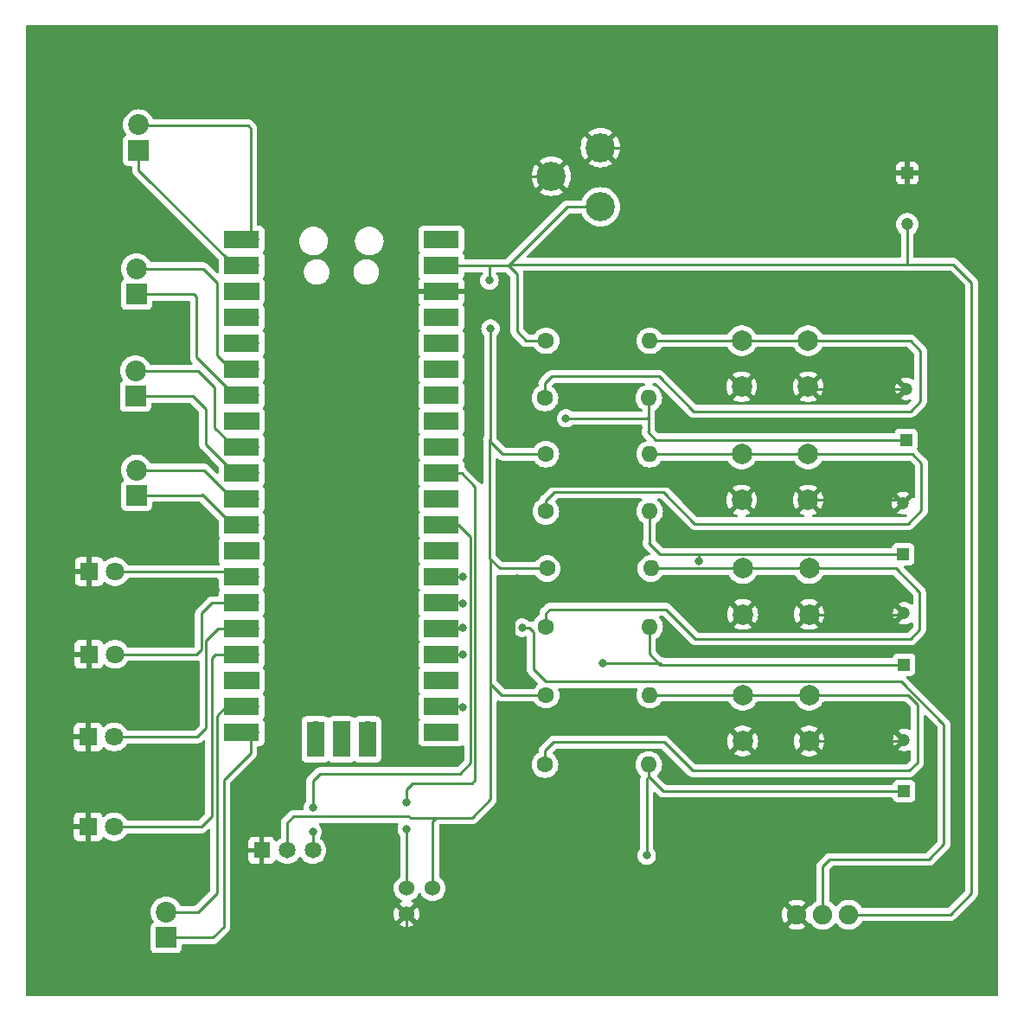
<source format=gbr>
G04 #@! TF.GenerationSoftware,KiCad,Pcbnew,7.0.7*
G04 #@! TF.CreationDate,2023-10-31T18:35:24+09:00*
G04 #@! TF.ProjectId,PCB_PracticeBoard,5043425f-5072-4616-9374-696365426f61,rev?*
G04 #@! TF.SameCoordinates,Original*
G04 #@! TF.FileFunction,Copper,L1,Top*
G04 #@! TF.FilePolarity,Positive*
%FSLAX46Y46*%
G04 Gerber Fmt 4.6, Leading zero omitted, Abs format (unit mm)*
G04 Created by KiCad (PCBNEW 7.0.7) date 2023-10-31 18:35:24*
%MOMM*%
%LPD*%
G01*
G04 APERTURE LIST*
G04 #@! TA.AperFunction,ComponentPad*
%ADD10C,2.000000*%
G04 #@! TD*
G04 #@! TA.AperFunction,ComponentPad*
%ADD11R,1.800000X1.800000*%
G04 #@! TD*
G04 #@! TA.AperFunction,ComponentPad*
%ADD12C,1.800000*%
G04 #@! TD*
G04 #@! TA.AperFunction,ComponentPad*
%ADD13R,1.200000X1.200000*%
G04 #@! TD*
G04 #@! TA.AperFunction,ComponentPad*
%ADD14C,1.200000*%
G04 #@! TD*
G04 #@! TA.AperFunction,ComponentPad*
%ADD15R,2.025000X2.025000*%
G04 #@! TD*
G04 #@! TA.AperFunction,ComponentPad*
%ADD16C,2.025000*%
G04 #@! TD*
G04 #@! TA.AperFunction,ComponentPad*
%ADD17O,1.700000X1.700000*%
G04 #@! TD*
G04 #@! TA.AperFunction,SMDPad,CuDef*
%ADD18R,3.500000X1.700000*%
G04 #@! TD*
G04 #@! TA.AperFunction,ComponentPad*
%ADD19R,1.700000X1.700000*%
G04 #@! TD*
G04 #@! TA.AperFunction,SMDPad,CuDef*
%ADD20R,1.700000X3.500000*%
G04 #@! TD*
G04 #@! TA.AperFunction,ComponentPad*
%ADD21C,1.600000*%
G04 #@! TD*
G04 #@! TA.AperFunction,ComponentPad*
%ADD22O,1.600000X1.600000*%
G04 #@! TD*
G04 #@! TA.AperFunction,ComponentPad*
%ADD23C,1.905000*%
G04 #@! TD*
G04 #@! TA.AperFunction,ComponentPad*
%ADD24R,1.650000X1.650000*%
G04 #@! TD*
G04 #@! TA.AperFunction,ComponentPad*
%ADD25C,1.650000*%
G04 #@! TD*
G04 #@! TA.AperFunction,ComponentPad*
%ADD26C,2.850000*%
G04 #@! TD*
G04 #@! TA.AperFunction,ComponentPad*
%ADD27C,1.524000*%
G04 #@! TD*
G04 #@! TA.AperFunction,ViaPad*
%ADD28C,0.800000*%
G04 #@! TD*
G04 #@! TA.AperFunction,Conductor*
%ADD29C,0.250000*%
G04 #@! TD*
G04 APERTURE END LIST*
D10*
X115900000Y-93300000D03*
X122400000Y-93300000D03*
X115900000Y-97800000D03*
X122400000Y-97800000D03*
X116000000Y-116900000D03*
X122500000Y-116900000D03*
X116000000Y-121400000D03*
X122500000Y-121400000D03*
X116000000Y-104500000D03*
X122500000Y-104500000D03*
X116000000Y-109000000D03*
X122500000Y-109000000D03*
D11*
X51925000Y-129800000D03*
D12*
X54465000Y-129800000D03*
D13*
X132100000Y-65800000D03*
D14*
X132100000Y-70800000D03*
D15*
X56550000Y-87650000D03*
D16*
X56550000Y-85150000D03*
D17*
X67820000Y-72300000D03*
D18*
X66920000Y-72300000D03*
D17*
X67820000Y-74840000D03*
D18*
X66920000Y-74840000D03*
D19*
X67820000Y-77380000D03*
D18*
X66920000Y-77380000D03*
D17*
X67820000Y-79920000D03*
D18*
X66920000Y-79920000D03*
D17*
X67820000Y-82460000D03*
D18*
X66920000Y-82460000D03*
D17*
X67820000Y-85000000D03*
D18*
X66920000Y-85000000D03*
D17*
X67820000Y-87540000D03*
D18*
X66920000Y-87540000D03*
D19*
X67820000Y-90080000D03*
D18*
X66920000Y-90080000D03*
D17*
X67820000Y-92620000D03*
D18*
X66920000Y-92620000D03*
D17*
X67820000Y-95160000D03*
D18*
X66920000Y-95160000D03*
D17*
X67820000Y-97700000D03*
D18*
X66920000Y-97700000D03*
D17*
X67820000Y-100240000D03*
D18*
X66920000Y-100240000D03*
D19*
X67820000Y-102780000D03*
D18*
X66920000Y-102780000D03*
D17*
X67820000Y-105320000D03*
D18*
X66920000Y-105320000D03*
D17*
X67820000Y-107860000D03*
D18*
X66920000Y-107860000D03*
D17*
X67820000Y-110400000D03*
D18*
X66920000Y-110400000D03*
D17*
X67820000Y-112940000D03*
D18*
X66920000Y-112940000D03*
D19*
X67820000Y-115480000D03*
D18*
X66920000Y-115480000D03*
D17*
X67820000Y-118020000D03*
D18*
X66920000Y-118020000D03*
D17*
X67820000Y-120560000D03*
D18*
X66920000Y-120560000D03*
D17*
X85600000Y-120560000D03*
D18*
X86500000Y-120560000D03*
D17*
X85600000Y-118020000D03*
D18*
X86500000Y-118020000D03*
D19*
X85600000Y-115480000D03*
D18*
X86500000Y-115480000D03*
D17*
X85600000Y-112940000D03*
D18*
X86500000Y-112940000D03*
D17*
X85600000Y-110400000D03*
D18*
X86500000Y-110400000D03*
D17*
X85600000Y-107860000D03*
D18*
X86500000Y-107860000D03*
D17*
X85600000Y-105320000D03*
D18*
X86500000Y-105320000D03*
D19*
X85600000Y-102780000D03*
D18*
X86500000Y-102780000D03*
D17*
X85600000Y-100240000D03*
D18*
X86500000Y-100240000D03*
D17*
X85600000Y-97700000D03*
D18*
X86500000Y-97700000D03*
D17*
X85600000Y-95160000D03*
D18*
X86500000Y-95160000D03*
D17*
X85600000Y-92620000D03*
D18*
X86500000Y-92620000D03*
D19*
X85600000Y-90080000D03*
D18*
X86500000Y-90080000D03*
D17*
X85600000Y-87540000D03*
D18*
X86500000Y-87540000D03*
D17*
X85600000Y-85000000D03*
D18*
X86500000Y-85000000D03*
D17*
X85600000Y-82460000D03*
D18*
X86500000Y-82460000D03*
D17*
X85600000Y-79920000D03*
D18*
X86500000Y-79920000D03*
D19*
X85600000Y-77380000D03*
D18*
X86500000Y-77380000D03*
D17*
X85600000Y-74840000D03*
D18*
X86500000Y-74840000D03*
D17*
X85600000Y-72300000D03*
D18*
X86500000Y-72300000D03*
D17*
X74170000Y-120330000D03*
D20*
X74170000Y-121230000D03*
D19*
X76710000Y-120330000D03*
D20*
X76710000Y-121230000D03*
D17*
X79250000Y-120330000D03*
D20*
X79250000Y-121230000D03*
D21*
X96640000Y-87800000D03*
D22*
X106800000Y-87800000D03*
D11*
X52000000Y-112900000D03*
D12*
X54540000Y-112900000D03*
D21*
X96720000Y-110200000D03*
D22*
X106880000Y-110200000D03*
D13*
X131800000Y-113900000D03*
D14*
X131800000Y-108900000D03*
D21*
X96740000Y-82200000D03*
D22*
X106900000Y-82200000D03*
D21*
X96720000Y-98900000D03*
D22*
X106880000Y-98900000D03*
D23*
X121300000Y-138400000D03*
X123840000Y-138400000D03*
X126380000Y-138400000D03*
D21*
X96640000Y-123700000D03*
D22*
X106800000Y-123700000D03*
D24*
X68900000Y-132100000D03*
D25*
X71400000Y-132100000D03*
X73900000Y-132100000D03*
D26*
X102062500Y-69087500D03*
X102062500Y-63287500D03*
X97262500Y-66087500D03*
D11*
X51925000Y-121000000D03*
D12*
X54465000Y-121000000D03*
D13*
X132000000Y-91900000D03*
D14*
X132000000Y-86900000D03*
D13*
X131800000Y-126300000D03*
D14*
X131800000Y-121300000D03*
D11*
X52025000Y-104800000D03*
D12*
X54565000Y-104800000D03*
D21*
X96840000Y-104500000D03*
D22*
X107000000Y-104500000D03*
D21*
X96740000Y-116900000D03*
D22*
X106900000Y-116900000D03*
D27*
X85640000Y-135800000D03*
X83100000Y-135800000D03*
X83100000Y-138340000D03*
D15*
X56650000Y-77650000D03*
D16*
X56650000Y-75150000D03*
D13*
X131700000Y-103100000D03*
D14*
X131700000Y-98100000D03*
D15*
X59550000Y-140650000D03*
D16*
X59550000Y-138150000D03*
D21*
X96720000Y-93300000D03*
D22*
X106880000Y-93300000D03*
D15*
X56650000Y-97350000D03*
D16*
X56650000Y-94850000D03*
D10*
X115900000Y-82200000D03*
X122400000Y-82200000D03*
X115900000Y-86700000D03*
X122400000Y-86700000D03*
D15*
X56850000Y-63550000D03*
D16*
X56850000Y-61050000D03*
D28*
X92800000Y-76300000D03*
X93900000Y-105500000D03*
X93200000Y-91000000D03*
X93200000Y-94900000D03*
X93900000Y-103100000D03*
X93700000Y-119400000D03*
X92800000Y-73100000D03*
X93600000Y-115500000D03*
X91300000Y-81000000D03*
X91200000Y-76300000D03*
X98700000Y-89800000D03*
X88625500Y-105300000D03*
X111700000Y-103775500D03*
X88625500Y-107900000D03*
X94400000Y-110300000D03*
X88626000Y-110300000D03*
X102300000Y-113800000D03*
X88600000Y-112900000D03*
X73900000Y-127900000D03*
X73900000Y-130300000D03*
X83100000Y-127400000D03*
X83100000Y-130000000D03*
X88625500Y-118100000D03*
X106600000Y-132600000D03*
D29*
X93900000Y-95600000D02*
X93850000Y-95550000D01*
X94400000Y-120100000D02*
X93700000Y-119400000D01*
X92850000Y-78150000D02*
X92080000Y-77380000D01*
X92800000Y-78100000D02*
X92850000Y-78150000D01*
X48700000Y-105000000D02*
X48700000Y-113000000D01*
X92080000Y-77380000D02*
X85600000Y-77380000D01*
X132000000Y-86900000D02*
X122600000Y-86900000D01*
X93000000Y-78300000D02*
X92850000Y-78150000D01*
X92800000Y-76300000D02*
X92800000Y-78100000D01*
X94900000Y-96400000D02*
X94700000Y-96400000D01*
X94800000Y-84200000D02*
X93000000Y-82400000D01*
X131400000Y-97800000D02*
X131700000Y-98100000D01*
X131700000Y-109000000D02*
X131800000Y-108900000D01*
X93812500Y-66087500D02*
X92800000Y-67100000D01*
X51925000Y-129800000D02*
X49000000Y-129800000D01*
X93850000Y-95550000D02*
X93200000Y-94900000D01*
X102062500Y-63287500D02*
X131087500Y-63287500D01*
X93000000Y-82400000D02*
X93000000Y-78300000D01*
X94900000Y-107700000D02*
X93900000Y-106700000D01*
X83100000Y-138340000D02*
X83100000Y-142800000D01*
X122500000Y-109000000D02*
X131700000Y-109000000D01*
X93200000Y-91000000D02*
X93200000Y-82600000D01*
X94300000Y-138600000D02*
X94300000Y-138200000D01*
X94300000Y-120200000D02*
X94400000Y-120100000D01*
X48800000Y-112900000D02*
X48700000Y-113000000D01*
X122500000Y-121400000D02*
X131700000Y-121400000D01*
X114500000Y-96400000D02*
X94900000Y-96400000D01*
X97262500Y-66087500D02*
X93812500Y-66087500D01*
X115900000Y-86700000D02*
X113400000Y-84200000D01*
X94300000Y-143100000D02*
X94300000Y-138600000D01*
X48700000Y-121300000D02*
X48700000Y-130100000D01*
X131087500Y-63287500D02*
X132100000Y-64300000D01*
X49400000Y-143500000D02*
X69100000Y-143500000D01*
X94700000Y-96400000D02*
X93850000Y-95550000D01*
X68900000Y-132100000D02*
X68900000Y-143300000D01*
X94600000Y-120300000D02*
X94400000Y-120100000D01*
X51925000Y-121000000D02*
X49000000Y-121000000D01*
X114700000Y-107700000D02*
X94900000Y-107700000D01*
X122600000Y-86900000D02*
X122400000Y-86700000D01*
X93900000Y-143500000D02*
X94300000Y-143100000D01*
X74500000Y-143500000D02*
X83600000Y-143500000D01*
X92800000Y-143500000D02*
X93400000Y-143500000D01*
X69100000Y-143500000D02*
X74500000Y-143500000D01*
X116000000Y-121400000D02*
X114900000Y-120300000D01*
X48700000Y-113000000D02*
X48700000Y-121300000D01*
X93200000Y-82600000D02*
X93000000Y-82400000D01*
X92800000Y-67100000D02*
X92800000Y-73100000D01*
X48700000Y-131300000D02*
X48700000Y-142800000D01*
X83600000Y-143500000D02*
X83800000Y-143500000D01*
X48700000Y-142800000D02*
X49400000Y-143500000D01*
X114900000Y-120300000D02*
X95200000Y-120300000D01*
X83800000Y-143500000D02*
X92800000Y-143500000D01*
X121300000Y-138400000D02*
X116200000Y-143500000D01*
X52025000Y-104800000D02*
X48900000Y-104800000D01*
X93900000Y-106700000D02*
X93900000Y-105500000D01*
X48900000Y-104800000D02*
X48700000Y-105000000D01*
X48700000Y-130100000D02*
X48700000Y-131300000D01*
X122700000Y-87000000D02*
X122400000Y-86700000D01*
X93600000Y-107000000D02*
X93900000Y-106700000D01*
X93900000Y-103100000D02*
X93900000Y-95600000D01*
X116000000Y-109000000D02*
X114700000Y-107700000D01*
X93400000Y-143500000D02*
X93900000Y-143500000D01*
X116200000Y-143500000D02*
X92800000Y-143500000D01*
X122400000Y-97800000D02*
X131400000Y-97800000D01*
X132100000Y-64300000D02*
X132100000Y-65800000D01*
X94300000Y-139100000D02*
X94300000Y-138600000D01*
X94300000Y-138200000D02*
X94300000Y-120200000D01*
X49000000Y-129800000D02*
X48700000Y-130100000D01*
X52000000Y-112900000D02*
X48800000Y-112900000D01*
X115900000Y-97800000D02*
X114500000Y-96400000D01*
X68900000Y-143300000D02*
X69100000Y-143500000D01*
X93600000Y-115500000D02*
X93600000Y-107000000D01*
X83100000Y-142800000D02*
X83800000Y-143500000D01*
X49000000Y-121000000D02*
X48700000Y-121300000D01*
X113400000Y-84200000D02*
X94800000Y-84200000D01*
X95200000Y-120300000D02*
X94600000Y-120300000D01*
X131700000Y-121400000D02*
X131800000Y-121300000D01*
X93180000Y-74700000D02*
X93040000Y-74840000D01*
X136600000Y-74700000D02*
X132000000Y-74700000D01*
X71400000Y-129400000D02*
X72000000Y-128800000D01*
X71400000Y-132100000D02*
X71400000Y-129400000D01*
X98792500Y-69087500D02*
X93180000Y-74700000D01*
X91200000Y-74940000D02*
X91300000Y-74840000D01*
X126380000Y-138400000D02*
X136300000Y-138400000D01*
X91200000Y-103500000D02*
X91200000Y-91900000D01*
X96720000Y-82200000D02*
X94800000Y-82200000D01*
X93900000Y-75700000D02*
X93040000Y-74840000D01*
X91300000Y-115800000D02*
X91300000Y-103600000D01*
X96720000Y-93300000D02*
X92500000Y-93300000D01*
X93900000Y-81300000D02*
X93900000Y-75700000D01*
X138400000Y-136300000D02*
X138400000Y-76500000D01*
X91300000Y-74840000D02*
X85600000Y-74840000D01*
X91200000Y-91900000D02*
X91300000Y-91800000D01*
X132000000Y-74700000D02*
X93180000Y-74700000D01*
X91300000Y-103600000D02*
X91200000Y-103500000D01*
X94800000Y-82200000D02*
X93900000Y-81300000D01*
X136300000Y-138400000D02*
X138400000Y-136300000D01*
X93040000Y-74840000D02*
X91300000Y-74840000D01*
X138400000Y-76500000D02*
X136600000Y-74700000D01*
X89500000Y-128900000D02*
X91300000Y-127100000D01*
X85640000Y-135800000D02*
X85640000Y-129260000D01*
X86000000Y-128900000D02*
X89500000Y-128900000D01*
X85640000Y-129260000D02*
X86000000Y-128900000D01*
X91300000Y-127100000D02*
X91300000Y-115800000D01*
X91200000Y-76300000D02*
X91200000Y-74940000D01*
X91300000Y-91800000D02*
X91300000Y-81000000D01*
X92200000Y-104500000D02*
X91200000Y-103500000D01*
X96840000Y-104500000D02*
X92200000Y-104500000D01*
X83400000Y-128900000D02*
X84700000Y-128900000D01*
X102062500Y-69087500D02*
X98792500Y-69087500D01*
X132100000Y-74600000D02*
X132000000Y-74700000D01*
X92500000Y-93300000D02*
X91300000Y-92100000D01*
X84700000Y-128900000D02*
X86000000Y-128900000D01*
X83300000Y-128800000D02*
X83400000Y-128900000D01*
X132100000Y-70800000D02*
X132100000Y-74600000D01*
X72000000Y-128800000D02*
X83300000Y-128800000D01*
X91300000Y-92100000D02*
X91300000Y-91800000D01*
X92400000Y-116900000D02*
X91300000Y-115800000D01*
X96720000Y-116900000D02*
X92400000Y-116900000D01*
X88605500Y-105320000D02*
X88625500Y-105300000D01*
X107500000Y-91900000D02*
X106700000Y-91100000D01*
X106780000Y-91020000D02*
X106780000Y-89600000D01*
X85600000Y-105320000D02*
X88605500Y-105320000D01*
X106700000Y-91100000D02*
X106780000Y-91020000D01*
X132000000Y-91900000D02*
X107500000Y-91900000D01*
X106580000Y-89800000D02*
X106780000Y-89600000D01*
X106780000Y-89600000D02*
X106780000Y-87800000D01*
X98700000Y-89800000D02*
X106580000Y-89800000D01*
X106880000Y-101920000D02*
X106880000Y-98900000D01*
X88585500Y-107860000D02*
X88625500Y-107900000D01*
X131700000Y-103100000D02*
X111800000Y-103100000D01*
X107900000Y-103100000D02*
X106800000Y-102000000D01*
X85600000Y-107860000D02*
X88585500Y-107860000D01*
X106800000Y-102000000D02*
X106880000Y-101920000D01*
X111700000Y-103775500D02*
X111700000Y-103200000D01*
X111700000Y-103200000D02*
X111800000Y-103100000D01*
X111800000Y-103100000D02*
X107900000Y-103100000D01*
X131511396Y-115575000D02*
X96675000Y-115575000D01*
X95500000Y-112200000D02*
X95500000Y-110700000D01*
X95200000Y-110400000D02*
X95100000Y-110300000D01*
X95500000Y-110700000D02*
X95200000Y-110400000D01*
X88626000Y-110300000D02*
X88526000Y-110400000D01*
X135700000Y-119763604D02*
X131511396Y-115575000D01*
X96675000Y-115575000D02*
X95500000Y-114400000D01*
X123840000Y-133660000D02*
X124500000Y-133000000D01*
X123840000Y-138400000D02*
X123840000Y-133660000D01*
X95100000Y-110300000D02*
X94400000Y-110300000D01*
X88526000Y-110400000D02*
X85600000Y-110400000D01*
X124500000Y-133000000D02*
X134200000Y-133000000D01*
X135700000Y-131500000D02*
X135700000Y-119763604D01*
X134200000Y-133000000D02*
X135700000Y-131500000D01*
X95500000Y-114400000D02*
X95500000Y-112200000D01*
X88600000Y-112900000D02*
X88560000Y-112940000D01*
X108000000Y-113800000D02*
X108100000Y-113900000D01*
X108100000Y-113900000D02*
X107900000Y-113900000D01*
X88560000Y-112940000D02*
X85600000Y-112940000D01*
X131800000Y-113900000D02*
X108100000Y-113900000D01*
X102300000Y-113800000D02*
X108000000Y-113800000D01*
X106880000Y-112880000D02*
X106880000Y-110200000D01*
X107900000Y-113900000D02*
X106880000Y-112880000D01*
X54565000Y-104800000D02*
X67300000Y-104800000D01*
X67300000Y-104800000D02*
X67820000Y-105320000D01*
X54540000Y-112900000D02*
X62500000Y-112900000D01*
X62500000Y-112900000D02*
X63000000Y-112400000D01*
X63000000Y-108900000D02*
X64040000Y-107860000D01*
X63000000Y-112400000D02*
X63000000Y-108900000D01*
X64040000Y-107860000D02*
X67820000Y-107860000D01*
X63450000Y-120150000D02*
X63450000Y-111600000D01*
X54465000Y-121000000D02*
X62600000Y-121000000D01*
X64650000Y-110400000D02*
X67820000Y-110400000D01*
X62600000Y-121000000D02*
X63450000Y-120150000D01*
X63450000Y-111600000D02*
X64650000Y-110400000D01*
X64000000Y-113300000D02*
X64360000Y-112940000D01*
X64360000Y-112940000D02*
X67820000Y-112940000D01*
X63000000Y-129800000D02*
X64000000Y-128800000D01*
X64000000Y-128800000D02*
X64000000Y-113300000D01*
X54465000Y-129800000D02*
X63000000Y-129800000D01*
X66210000Y-74840000D02*
X67820000Y-74840000D01*
X56850000Y-65480000D02*
X66210000Y-74840000D01*
X56850000Y-63650000D02*
X56850000Y-65480000D01*
X67820000Y-61420000D02*
X67820000Y-72300000D01*
X67550000Y-61150000D02*
X67820000Y-61420000D01*
X56850000Y-61150000D02*
X67550000Y-61150000D01*
X56650000Y-77650000D02*
X62250000Y-77650000D01*
X62250000Y-77650000D02*
X62500000Y-77900000D01*
X62500000Y-77900000D02*
X62500000Y-83830000D01*
X62500000Y-83830000D02*
X66210000Y-87540000D01*
X66210000Y-87540000D02*
X67820000Y-87540000D01*
X63150000Y-75150000D02*
X64500000Y-76500000D01*
X64500000Y-83600000D02*
X65900000Y-85000000D01*
X56650000Y-75150000D02*
X63150000Y-75150000D01*
X65900000Y-85000000D02*
X67820000Y-85000000D01*
X64500000Y-76500000D02*
X64500000Y-83600000D01*
X63100000Y-97300000D02*
X66040000Y-100240000D01*
X56650000Y-97350000D02*
X63050000Y-97350000D01*
X66040000Y-100240000D02*
X67820000Y-100240000D01*
X63050000Y-97350000D02*
X63100000Y-97300000D01*
X66100000Y-97700000D02*
X67820000Y-97700000D01*
X63250000Y-94850000D02*
X66100000Y-97700000D01*
X56650000Y-94850000D02*
X63250000Y-94850000D01*
X62150000Y-87650000D02*
X63400000Y-88900000D01*
X63400000Y-92350000D02*
X66210000Y-95160000D01*
X63400000Y-88900000D02*
X63400000Y-92350000D01*
X56550000Y-87650000D02*
X62150000Y-87650000D01*
X66210000Y-95160000D02*
X67820000Y-95160000D01*
X64300000Y-90710000D02*
X66210000Y-92620000D01*
X56550000Y-85150000D02*
X62650000Y-85150000D01*
X62650000Y-85150000D02*
X64300000Y-86800000D01*
X64300000Y-86800000D02*
X64300000Y-90710000D01*
X66210000Y-92620000D02*
X67820000Y-92620000D01*
X67820000Y-122580000D02*
X67820000Y-120560000D01*
X59550000Y-140650000D02*
X64150000Y-140650000D01*
X65200000Y-125200000D02*
X67820000Y-122580000D01*
X65200000Y-139600000D02*
X65200000Y-125200000D01*
X64150000Y-140650000D02*
X65200000Y-139600000D01*
X59550000Y-138150000D02*
X62650000Y-138150000D01*
X65380000Y-118020000D02*
X67820000Y-118020000D01*
X62650000Y-138150000D02*
X64500000Y-136300000D01*
X64500000Y-136300000D02*
X64500000Y-118900000D01*
X64500000Y-118900000D02*
X65380000Y-118020000D01*
X74600000Y-124600000D02*
X88300000Y-124600000D01*
X88140000Y-100240000D02*
X85600000Y-100240000D01*
X89350500Y-101450500D02*
X88140000Y-100240000D01*
X89350500Y-123549500D02*
X89350500Y-101450500D01*
X73900000Y-125300000D02*
X74600000Y-124600000D01*
X73900000Y-132100000D02*
X73900000Y-130300000D01*
X73900000Y-127900000D02*
X73900000Y-125300000D01*
X88300000Y-124600000D02*
X89350500Y-123549500D01*
X97300000Y-85700000D02*
X96620000Y-86380000D01*
X107800000Y-85700000D02*
X97300000Y-85700000D01*
X111200000Y-89100000D02*
X107800000Y-85700000D01*
X133400000Y-88100000D02*
X132400000Y-89100000D01*
X106880000Y-82200000D02*
X115900000Y-82200000D01*
X132400000Y-89100000D02*
X111200000Y-89100000D01*
X132400000Y-82200000D02*
X133400000Y-83200000D01*
X96620000Y-86380000D02*
X96620000Y-87800000D01*
X133400000Y-83200000D02*
X133400000Y-88100000D01*
X115900000Y-82200000D02*
X122400000Y-82200000D01*
X122400000Y-82200000D02*
X132400000Y-82200000D01*
X96720000Y-97880000D02*
X96720000Y-98900000D01*
X97600000Y-97000000D02*
X96720000Y-97880000D01*
X132600000Y-93300000D02*
X133500000Y-94200000D01*
X115900000Y-93300000D02*
X122400000Y-93300000D01*
X132200000Y-100100000D02*
X111300000Y-100100000D01*
X106880000Y-93300000D02*
X115900000Y-93300000D01*
X108200000Y-97000000D02*
X97600000Y-97000000D01*
X133500000Y-94200000D02*
X133500000Y-98800000D01*
X122400000Y-93300000D02*
X132600000Y-93300000D01*
X133500000Y-98800000D02*
X132200000Y-100100000D01*
X111300000Y-100100000D02*
X108200000Y-97000000D01*
X97100000Y-108500000D02*
X96720000Y-108880000D01*
X133300000Y-106800000D02*
X133300000Y-110500000D01*
X133300000Y-110500000D02*
X132400000Y-111400000D01*
X111400000Y-111400000D02*
X108500000Y-108500000D01*
X131000000Y-104500000D02*
X133300000Y-106800000D01*
X116000000Y-104500000D02*
X122500000Y-104500000D01*
X107000000Y-104500000D02*
X116000000Y-104500000D01*
X108500000Y-108500000D02*
X97100000Y-108500000D01*
X132400000Y-111400000D02*
X111400000Y-111400000D01*
X122500000Y-104500000D02*
X131000000Y-104500000D01*
X96720000Y-108880000D02*
X96720000Y-110200000D01*
X133100000Y-117800000D02*
X133100000Y-123500000D01*
X122500000Y-116900000D02*
X132200000Y-116900000D01*
X133100000Y-123500000D02*
X132300000Y-124300000D01*
X111100000Y-124300000D02*
X108300000Y-121500000D01*
X106880000Y-116900000D02*
X116000000Y-116900000D01*
X116000000Y-116900000D02*
X122500000Y-116900000D01*
X132200000Y-116900000D02*
X133100000Y-117800000D01*
X108300000Y-121500000D02*
X97500000Y-121500000D01*
X97500000Y-121500000D02*
X96640000Y-122360000D01*
X132300000Y-124300000D02*
X111100000Y-124300000D01*
X96640000Y-122360000D02*
X96640000Y-123700000D01*
X83100000Y-127400000D02*
X83100000Y-126100000D01*
X89800500Y-125199500D02*
X89800500Y-96500500D01*
X89500000Y-125500000D02*
X89800500Y-125199500D01*
X83100000Y-135800000D02*
X83100000Y-130000000D01*
X88460000Y-95160000D02*
X85600000Y-95160000D01*
X83700000Y-125500000D02*
X89500000Y-125500000D01*
X89800500Y-96500500D02*
X88460000Y-95160000D01*
X83100000Y-126100000D02*
X83700000Y-125500000D01*
X106800000Y-124900000D02*
X106800000Y-123700000D01*
X85600000Y-118020000D02*
X88545500Y-118020000D01*
X108200000Y-126300000D02*
X106800000Y-124900000D01*
X131800000Y-126300000D02*
X108200000Y-126300000D01*
X106600000Y-125100000D02*
X106800000Y-124900000D01*
X106600000Y-132600000D02*
X106600000Y-125100000D01*
X88545500Y-118020000D02*
X88625500Y-118100000D01*
G04 #@! TA.AperFunction,Conductor*
G36*
X131932877Y-75327224D02*
G01*
X131932904Y-75326939D01*
X131940660Y-75327671D01*
X131940667Y-75327673D01*
X132009814Y-75325500D01*
X136289548Y-75325500D01*
X136356587Y-75345185D01*
X136377229Y-75361819D01*
X137738181Y-76722771D01*
X137771666Y-76784094D01*
X137774500Y-76810452D01*
X137774500Y-135989547D01*
X137754815Y-136056586D01*
X137738181Y-136077228D01*
X136077228Y-137738181D01*
X136015905Y-137771666D01*
X135989547Y-137774500D01*
X127773171Y-137774500D01*
X127706132Y-137754815D01*
X127664114Y-137709514D01*
X127662255Y-137706078D01*
X127645881Y-137681016D01*
X127530551Y-137504490D01*
X127367463Y-137327329D01*
X127217020Y-137210235D01*
X127177441Y-137179429D01*
X126965665Y-137064821D01*
X126965656Y-137064818D01*
X126737916Y-136986634D01*
X126559777Y-136956908D01*
X126500399Y-136947000D01*
X126259601Y-136947000D01*
X126212098Y-136954926D01*
X126022083Y-136986634D01*
X125794343Y-137064818D01*
X125794334Y-137064821D01*
X125582558Y-137179429D01*
X125448456Y-137283805D01*
X125392537Y-137327329D01*
X125392534Y-137327331D01*
X125392534Y-137327332D01*
X125229450Y-137504488D01*
X125229446Y-137504494D01*
X125213805Y-137528433D01*
X125160657Y-137573788D01*
X125091426Y-137583209D01*
X125028091Y-137553705D01*
X125006195Y-137528435D01*
X124990551Y-137504490D01*
X124827463Y-137327329D01*
X124677020Y-137210235D01*
X124637441Y-137179429D01*
X124637432Y-137179423D01*
X124530482Y-137121544D01*
X124480891Y-137072325D01*
X124465500Y-137012490D01*
X124465500Y-133970452D01*
X124485185Y-133903413D01*
X124501819Y-133882771D01*
X124722772Y-133661819D01*
X124784095Y-133628334D01*
X124810453Y-133625500D01*
X134117257Y-133625500D01*
X134132877Y-133627224D01*
X134132904Y-133626939D01*
X134140660Y-133627671D01*
X134140667Y-133627673D01*
X134209814Y-133625500D01*
X134239350Y-133625500D01*
X134246228Y-133624630D01*
X134252041Y-133624172D01*
X134298627Y-133622709D01*
X134317869Y-133617117D01*
X134336912Y-133613174D01*
X134356792Y-133610664D01*
X134400122Y-133593507D01*
X134405646Y-133591617D01*
X134409396Y-133590527D01*
X134450390Y-133578618D01*
X134467629Y-133568422D01*
X134485103Y-133559862D01*
X134503727Y-133552488D01*
X134503727Y-133552487D01*
X134503732Y-133552486D01*
X134541449Y-133525082D01*
X134546305Y-133521892D01*
X134586420Y-133498170D01*
X134600589Y-133483999D01*
X134615379Y-133471368D01*
X134631587Y-133459594D01*
X134661299Y-133423676D01*
X134665212Y-133419376D01*
X136083787Y-132000802D01*
X136096042Y-131990986D01*
X136095859Y-131990764D01*
X136101866Y-131985792D01*
X136101877Y-131985786D01*
X136136504Y-131948912D01*
X136149227Y-131935364D01*
X136159671Y-131924918D01*
X136170120Y-131914471D01*
X136174379Y-131908978D01*
X136178152Y-131904561D01*
X136210062Y-131870582D01*
X136219713Y-131853024D01*
X136230396Y-131836761D01*
X136242673Y-131820936D01*
X136261185Y-131778153D01*
X136263738Y-131772941D01*
X136286197Y-131732092D01*
X136291180Y-131712680D01*
X136297481Y-131694280D01*
X136305437Y-131675896D01*
X136312729Y-131629852D01*
X136313906Y-131624171D01*
X136325500Y-131579019D01*
X136325500Y-131558982D01*
X136327027Y-131539582D01*
X136330160Y-131519804D01*
X136325775Y-131473415D01*
X136325500Y-131467577D01*
X136325500Y-119846346D01*
X136327224Y-119830726D01*
X136326939Y-119830699D01*
X136327673Y-119822937D01*
X136325500Y-119753776D01*
X136325500Y-119724260D01*
X136325500Y-119724254D01*
X136324631Y-119717383D01*
X136324173Y-119711556D01*
X136322710Y-119664977D01*
X136317119Y-119645734D01*
X136313173Y-119626682D01*
X136310664Y-119606812D01*
X136293504Y-119563471D01*
X136291624Y-119557983D01*
X136278618Y-119513214D01*
X136268422Y-119495974D01*
X136259861Y-119478498D01*
X136252487Y-119459874D01*
X136252486Y-119459872D01*
X136225079Y-119422149D01*
X136221888Y-119417290D01*
X136198172Y-119377187D01*
X136198165Y-119377178D01*
X136184006Y-119363019D01*
X136171368Y-119348223D01*
X136159594Y-119332017D01*
X136123688Y-119302313D01*
X136119376Y-119298390D01*
X132033167Y-115212180D01*
X131999682Y-115150857D01*
X132004666Y-115081165D01*
X132046538Y-115025232D01*
X132112002Y-115000815D01*
X132120848Y-115000499D01*
X132447871Y-115000499D01*
X132447872Y-115000499D01*
X132507483Y-114994091D01*
X132642331Y-114943796D01*
X132757546Y-114857546D01*
X132843796Y-114742331D01*
X132894091Y-114607483D01*
X132900500Y-114547873D01*
X132900499Y-113252128D01*
X132894311Y-113194560D01*
X132894091Y-113192516D01*
X132843797Y-113057671D01*
X132843793Y-113057664D01*
X132757547Y-112942455D01*
X132757544Y-112942452D01*
X132642335Y-112856206D01*
X132642328Y-112856202D01*
X132507482Y-112805908D01*
X132507483Y-112805908D01*
X132447883Y-112799501D01*
X132447881Y-112799500D01*
X132447873Y-112799500D01*
X132447864Y-112799500D01*
X131152129Y-112799500D01*
X131152123Y-112799501D01*
X131092516Y-112805908D01*
X130957671Y-112856202D01*
X130957664Y-112856206D01*
X130842455Y-112942452D01*
X130842452Y-112942455D01*
X130756206Y-113057664D01*
X130756202Y-113057671D01*
X130705418Y-113193833D01*
X130663547Y-113249767D01*
X130598083Y-113274184D01*
X130589236Y-113274500D01*
X108383897Y-113274500D01*
X108328554Y-113259359D01*
X108328094Y-113260424D01*
X108278168Y-113238818D01*
X108272922Y-113236248D01*
X108232093Y-113213803D01*
X108232092Y-113213802D01*
X108212693Y-113208822D01*
X108194281Y-113202518D01*
X108175898Y-113194562D01*
X108175892Y-113194560D01*
X108129873Y-113187272D01*
X108124151Y-113186087D01*
X108085060Y-113176050D01*
X108028217Y-113143627D01*
X107541819Y-112657228D01*
X107508334Y-112595905D01*
X107505500Y-112569547D01*
X107505500Y-111414188D01*
X107525185Y-111347149D01*
X107558377Y-111312613D01*
X107606836Y-111278681D01*
X107719139Y-111200047D01*
X107880047Y-111039139D01*
X108010568Y-110852734D01*
X108106739Y-110646496D01*
X108165635Y-110426692D01*
X108182634Y-110232384D01*
X108185468Y-110200001D01*
X108185468Y-110199998D01*
X108167970Y-110000000D01*
X108165635Y-109973308D01*
X108106739Y-109753504D01*
X108010568Y-109547266D01*
X107880047Y-109360861D01*
X107880045Y-109360858D01*
X107856368Y-109337181D01*
X107822883Y-109275858D01*
X107827867Y-109206166D01*
X107869739Y-109150233D01*
X107935203Y-109125816D01*
X107944049Y-109125500D01*
X108189548Y-109125500D01*
X108256587Y-109145185D01*
X108277228Y-109161818D01*
X109588825Y-110473416D01*
X110899197Y-111783788D01*
X110909022Y-111796051D01*
X110909243Y-111795869D01*
X110914214Y-111801878D01*
X110937441Y-111823689D01*
X110964635Y-111849226D01*
X110985529Y-111870120D01*
X110991011Y-111874373D01*
X110995443Y-111878157D01*
X111029418Y-111910062D01*
X111046976Y-111919714D01*
X111063235Y-111930395D01*
X111079064Y-111942673D01*
X111121838Y-111961182D01*
X111127056Y-111963738D01*
X111167908Y-111986197D01*
X111187316Y-111991180D01*
X111205717Y-111997480D01*
X111224104Y-112005437D01*
X111267488Y-112012308D01*
X111270119Y-112012725D01*
X111275839Y-112013909D01*
X111320981Y-112025500D01*
X111341016Y-112025500D01*
X111360414Y-112027026D01*
X111380194Y-112030159D01*
X111380195Y-112030160D01*
X111380195Y-112030159D01*
X111380196Y-112030160D01*
X111426583Y-112025775D01*
X111432422Y-112025500D01*
X132317257Y-112025500D01*
X132332877Y-112027224D01*
X132332904Y-112026939D01*
X132340660Y-112027671D01*
X132340667Y-112027673D01*
X132409814Y-112025500D01*
X132439350Y-112025500D01*
X132446228Y-112024630D01*
X132452041Y-112024172D01*
X132498627Y-112022709D01*
X132517869Y-112017117D01*
X132536912Y-112013174D01*
X132556792Y-112010664D01*
X132600122Y-111993507D01*
X132605646Y-111991617D01*
X132609396Y-111990527D01*
X132650390Y-111978618D01*
X132667629Y-111968422D01*
X132685103Y-111959862D01*
X132703727Y-111952488D01*
X132703727Y-111952487D01*
X132703732Y-111952486D01*
X132741449Y-111925082D01*
X132746305Y-111921892D01*
X132786420Y-111898170D01*
X132800589Y-111883999D01*
X132815379Y-111871368D01*
X132831587Y-111859594D01*
X132861299Y-111823676D01*
X132865212Y-111819376D01*
X133683787Y-111000802D01*
X133696042Y-110990986D01*
X133695859Y-110990764D01*
X133701866Y-110985792D01*
X133701877Y-110985786D01*
X133732775Y-110952882D01*
X133749227Y-110935364D01*
X133759671Y-110924918D01*
X133770120Y-110914471D01*
X133774379Y-110908978D01*
X133778152Y-110904561D01*
X133810062Y-110870582D01*
X133819713Y-110853024D01*
X133830396Y-110836761D01*
X133842673Y-110820936D01*
X133861185Y-110778153D01*
X133863738Y-110772941D01*
X133886197Y-110732092D01*
X133891180Y-110712680D01*
X133897481Y-110694280D01*
X133905437Y-110675896D01*
X133912725Y-110629877D01*
X133913906Y-110624171D01*
X133925500Y-110579019D01*
X133925499Y-110558986D01*
X133927027Y-110539583D01*
X133930159Y-110519808D01*
X133930160Y-110519804D01*
X133925773Y-110473395D01*
X133925500Y-110467599D01*
X133925499Y-106882736D01*
X133927224Y-106867123D01*
X133926938Y-106867096D01*
X133927672Y-106859333D01*
X133925500Y-106790203D01*
X133925500Y-106760651D01*
X133925500Y-106760650D01*
X133924629Y-106753759D01*
X133924172Y-106747945D01*
X133922709Y-106701372D01*
X133917122Y-106682144D01*
X133913174Y-106663084D01*
X133910664Y-106643208D01*
X133893507Y-106599875D01*
X133891619Y-106594359D01*
X133878619Y-106549612D01*
X133868418Y-106532363D01*
X133859860Y-106514894D01*
X133852486Y-106496268D01*
X133852483Y-106496264D01*
X133852483Y-106496263D01*
X133825098Y-106458571D01*
X133821890Y-106453687D01*
X133798172Y-106413582D01*
X133798163Y-106413571D01*
X133784005Y-106399413D01*
X133771370Y-106384620D01*
X133759593Y-106368412D01*
X133723693Y-106338713D01*
X133719381Y-106334790D01*
X131796771Y-104412180D01*
X131763286Y-104350857D01*
X131768270Y-104281165D01*
X131810142Y-104225232D01*
X131875606Y-104200815D01*
X131884452Y-104200499D01*
X132347871Y-104200499D01*
X132347872Y-104200499D01*
X132407483Y-104194091D01*
X132542331Y-104143796D01*
X132657546Y-104057546D01*
X132743796Y-103942331D01*
X132794091Y-103807483D01*
X132800500Y-103747873D01*
X132800499Y-102452128D01*
X132794947Y-102400483D01*
X132794091Y-102392516D01*
X132743797Y-102257671D01*
X132743793Y-102257664D01*
X132657547Y-102142455D01*
X132657544Y-102142452D01*
X132542335Y-102056206D01*
X132542328Y-102056202D01*
X132407482Y-102005908D01*
X132407483Y-102005908D01*
X132347883Y-101999501D01*
X132347881Y-101999500D01*
X132347873Y-101999500D01*
X132347864Y-101999500D01*
X131052129Y-101999500D01*
X131052123Y-101999501D01*
X130992516Y-102005908D01*
X130857671Y-102056202D01*
X130857664Y-102056206D01*
X130742455Y-102142452D01*
X130742452Y-102142455D01*
X130656206Y-102257664D01*
X130656202Y-102257671D01*
X130605418Y-102393833D01*
X130563547Y-102449767D01*
X130498083Y-102474184D01*
X130489236Y-102474500D01*
X111882737Y-102474500D01*
X111867120Y-102472776D01*
X111867093Y-102473062D01*
X111859331Y-102472327D01*
X111790203Y-102474500D01*
X108210452Y-102474500D01*
X108143413Y-102454815D01*
X108122771Y-102438181D01*
X107541819Y-101857228D01*
X107508334Y-101795905D01*
X107505500Y-101769547D01*
X107505500Y-100114188D01*
X107525185Y-100047149D01*
X107558377Y-100012613D01*
X107625079Y-99965908D01*
X107719139Y-99900047D01*
X107880047Y-99739139D01*
X108010568Y-99552734D01*
X108106739Y-99346496D01*
X108165635Y-99126692D01*
X108185468Y-98900000D01*
X108183632Y-98879019D01*
X108169724Y-98720044D01*
X108165635Y-98673308D01*
X108115775Y-98487228D01*
X108106741Y-98453511D01*
X108106738Y-98453502D01*
X108086628Y-98410376D01*
X108010568Y-98247266D01*
X107880047Y-98060861D01*
X107880045Y-98060858D01*
X107719142Y-97899955D01*
X107664873Y-97861956D01*
X107649333Y-97851074D01*
X107605708Y-97796499D01*
X107598514Y-97727001D01*
X107630036Y-97664646D01*
X107690266Y-97629231D01*
X107720456Y-97625500D01*
X107889548Y-97625500D01*
X107956587Y-97645185D01*
X107977228Y-97661818D01*
X109388326Y-99072917D01*
X110799197Y-100483788D01*
X110809022Y-100496051D01*
X110809243Y-100495869D01*
X110814214Y-100501878D01*
X110835043Y-100521437D01*
X110864635Y-100549226D01*
X110885529Y-100570120D01*
X110891011Y-100574373D01*
X110895443Y-100578157D01*
X110929418Y-100610062D01*
X110946976Y-100619714D01*
X110963233Y-100630393D01*
X110979064Y-100642673D01*
X110998737Y-100651186D01*
X111021833Y-100661182D01*
X111027077Y-100663750D01*
X111067908Y-100686197D01*
X111080523Y-100689435D01*
X111087305Y-100691177D01*
X111105719Y-100697481D01*
X111124104Y-100705438D01*
X111170157Y-100712732D01*
X111175826Y-100713906D01*
X111220981Y-100725500D01*
X111241016Y-100725500D01*
X111260413Y-100727026D01*
X111280196Y-100730160D01*
X111326583Y-100725775D01*
X111332422Y-100725500D01*
X132117257Y-100725500D01*
X132132877Y-100727224D01*
X132132904Y-100726939D01*
X132140660Y-100727671D01*
X132140667Y-100727673D01*
X132209814Y-100725500D01*
X132239350Y-100725500D01*
X132246228Y-100724630D01*
X132252041Y-100724172D01*
X132298627Y-100722709D01*
X132317869Y-100717117D01*
X132336912Y-100713174D01*
X132356792Y-100710664D01*
X132400122Y-100693507D01*
X132405646Y-100691617D01*
X132409396Y-100690527D01*
X132450390Y-100678618D01*
X132467629Y-100668422D01*
X132485103Y-100659862D01*
X132503727Y-100652488D01*
X132503727Y-100652487D01*
X132503732Y-100652486D01*
X132541449Y-100625082D01*
X132546305Y-100621892D01*
X132586420Y-100598170D01*
X132600589Y-100583999D01*
X132615379Y-100571368D01*
X132631587Y-100559594D01*
X132661299Y-100523676D01*
X132665212Y-100519376D01*
X133883786Y-99300802D01*
X133896048Y-99290980D01*
X133895865Y-99290759D01*
X133901867Y-99285792D01*
X133901877Y-99285786D01*
X133949241Y-99235348D01*
X133970120Y-99214470D01*
X133974373Y-99208986D01*
X133978150Y-99204563D01*
X134010062Y-99170582D01*
X134019714Y-99153023D01*
X134030389Y-99136772D01*
X134042674Y-99120936D01*
X134061186Y-99078152D01*
X134063742Y-99072935D01*
X134086197Y-99032092D01*
X134091180Y-99012680D01*
X134097477Y-98994291D01*
X134105438Y-98975895D01*
X134112729Y-98929853D01*
X134113908Y-98924162D01*
X134125500Y-98879019D01*
X134125500Y-98858982D01*
X134127027Y-98839582D01*
X134130160Y-98819804D01*
X134125775Y-98773415D01*
X134125500Y-98767577D01*
X134125500Y-94282737D01*
X134127224Y-94267123D01*
X134126938Y-94267096D01*
X134127672Y-94259333D01*
X134125500Y-94190203D01*
X134125500Y-94160651D01*
X134125500Y-94160650D01*
X134124629Y-94153759D01*
X134124172Y-94147945D01*
X134123895Y-94139141D01*
X134122709Y-94101373D01*
X134117122Y-94082144D01*
X134113174Y-94063084D01*
X134110664Y-94043208D01*
X134093507Y-93999875D01*
X134091619Y-93994359D01*
X134078619Y-93949612D01*
X134068418Y-93932363D01*
X134059860Y-93914894D01*
X134052486Y-93896268D01*
X134052483Y-93896264D01*
X134052483Y-93896263D01*
X134025098Y-93858571D01*
X134021890Y-93853687D01*
X133998172Y-93813582D01*
X133998163Y-93813571D01*
X133984005Y-93799413D01*
X133971370Y-93784620D01*
X133960834Y-93770120D01*
X133959594Y-93768413D01*
X133933091Y-93746488D01*
X133923693Y-93738713D01*
X133919381Y-93734790D01*
X133100803Y-92916212D01*
X133090980Y-92903950D01*
X133090759Y-92904134D01*
X133085785Y-92898121D01*
X133071702Y-92884896D01*
X133036309Y-92824655D01*
X133039103Y-92754841D01*
X133040909Y-92750720D01*
X133040697Y-92750641D01*
X133076841Y-92653732D01*
X133094091Y-92607483D01*
X133100500Y-92547873D01*
X133100499Y-91252128D01*
X133094748Y-91198627D01*
X133094091Y-91192516D01*
X133043797Y-91057671D01*
X133043793Y-91057664D01*
X132957547Y-90942455D01*
X132957544Y-90942452D01*
X132842335Y-90856206D01*
X132842328Y-90856202D01*
X132707482Y-90805908D01*
X132707483Y-90805908D01*
X132647883Y-90799501D01*
X132647881Y-90799500D01*
X132647873Y-90799500D01*
X132647864Y-90799500D01*
X131352129Y-90799500D01*
X131352123Y-90799501D01*
X131292516Y-90805908D01*
X131157671Y-90856202D01*
X131157664Y-90856206D01*
X131042455Y-90942452D01*
X131042452Y-90942455D01*
X130956206Y-91057664D01*
X130956202Y-91057671D01*
X130905418Y-91193833D01*
X130863547Y-91249767D01*
X130798083Y-91274184D01*
X130789236Y-91274500D01*
X107810452Y-91274500D01*
X107743413Y-91254815D01*
X107722771Y-91238181D01*
X107441819Y-90957228D01*
X107408334Y-90895905D01*
X107405500Y-90869547D01*
X107405500Y-89658983D01*
X107407027Y-89639582D01*
X107408482Y-89630396D01*
X107410160Y-89619804D01*
X107405775Y-89573415D01*
X107405500Y-89567577D01*
X107405500Y-89560650D01*
X107405500Y-89431715D01*
X107405499Y-89028191D01*
X107425183Y-88961153D01*
X107458374Y-88926618D01*
X107639139Y-88800047D01*
X107800047Y-88639139D01*
X107930568Y-88452734D01*
X108026739Y-88246496D01*
X108085635Y-88026692D01*
X108105468Y-87800000D01*
X108085635Y-87573308D01*
X108026739Y-87353504D01*
X107930568Y-87147266D01*
X107800047Y-86960861D01*
X107800045Y-86960858D01*
X107639141Y-86799954D01*
X107452734Y-86669432D01*
X107452732Y-86669431D01*
X107246497Y-86573261D01*
X107246488Y-86573258D01*
X107231621Y-86569275D01*
X107171960Y-86532910D01*
X107141431Y-86470064D01*
X107149725Y-86400688D01*
X107194210Y-86346810D01*
X107260762Y-86325535D01*
X107263714Y-86325500D01*
X107489548Y-86325500D01*
X107556587Y-86345185D01*
X107577229Y-86361819D01*
X110699197Y-89483788D01*
X110709022Y-89496051D01*
X110709243Y-89495869D01*
X110714214Y-89501878D01*
X110735043Y-89521437D01*
X110764635Y-89549226D01*
X110785529Y-89570120D01*
X110791011Y-89574373D01*
X110795443Y-89578157D01*
X110829418Y-89610062D01*
X110846976Y-89619714D01*
X110863235Y-89630395D01*
X110879064Y-89642673D01*
X110921838Y-89661182D01*
X110927056Y-89663738D01*
X110967908Y-89686197D01*
X110987316Y-89691180D01*
X111005717Y-89697480D01*
X111024104Y-89705437D01*
X111067488Y-89712308D01*
X111070119Y-89712725D01*
X111075839Y-89713909D01*
X111120981Y-89725500D01*
X111141016Y-89725500D01*
X111160414Y-89727026D01*
X111180194Y-89730159D01*
X111180195Y-89730160D01*
X111180195Y-89730159D01*
X111180196Y-89730160D01*
X111226583Y-89725775D01*
X111232422Y-89725500D01*
X132317257Y-89725500D01*
X132332877Y-89727224D01*
X132332904Y-89726939D01*
X132340660Y-89727671D01*
X132340667Y-89727673D01*
X132409814Y-89725500D01*
X132439350Y-89725500D01*
X132446228Y-89724630D01*
X132452041Y-89724172D01*
X132498627Y-89722709D01*
X132517869Y-89717117D01*
X132536912Y-89713174D01*
X132556792Y-89710664D01*
X132600122Y-89693507D01*
X132605646Y-89691617D01*
X132609396Y-89690527D01*
X132650390Y-89678618D01*
X132667629Y-89668422D01*
X132685103Y-89659862D01*
X132703727Y-89652488D01*
X132703727Y-89652487D01*
X132703732Y-89652486D01*
X132741449Y-89625082D01*
X132746305Y-89621892D01*
X132786420Y-89598170D01*
X132800589Y-89583999D01*
X132815379Y-89571368D01*
X132831587Y-89559594D01*
X132861299Y-89523676D01*
X132865212Y-89519376D01*
X133783786Y-88600802D01*
X133796048Y-88590980D01*
X133795865Y-88590759D01*
X133801867Y-88585792D01*
X133801877Y-88585786D01*
X133849241Y-88535348D01*
X133870120Y-88514470D01*
X133874373Y-88508986D01*
X133878150Y-88504563D01*
X133910062Y-88470582D01*
X133919714Y-88453023D01*
X133930389Y-88436772D01*
X133942674Y-88420936D01*
X133961186Y-88378152D01*
X133963742Y-88372935D01*
X133986197Y-88332092D01*
X133991180Y-88312680D01*
X133997477Y-88294291D01*
X134005438Y-88275895D01*
X134012729Y-88229853D01*
X134013908Y-88224162D01*
X134025500Y-88179019D01*
X134025500Y-88158982D01*
X134027027Y-88139582D01*
X134030160Y-88119804D01*
X134025775Y-88073415D01*
X134025500Y-88067577D01*
X134025500Y-83282742D01*
X134027224Y-83267122D01*
X134026939Y-83267095D01*
X134027673Y-83259333D01*
X134025500Y-83190172D01*
X134025500Y-83160656D01*
X134025500Y-83160650D01*
X134024631Y-83153779D01*
X134024173Y-83147952D01*
X134023445Y-83124782D01*
X134022710Y-83101373D01*
X134017119Y-83082130D01*
X134013173Y-83063078D01*
X134010664Y-83043208D01*
X133993504Y-82999867D01*
X133991624Y-82994379D01*
X133978618Y-82949610D01*
X133968422Y-82932370D01*
X133959861Y-82914894D01*
X133952487Y-82896270D01*
X133952486Y-82896268D01*
X133925079Y-82858545D01*
X133921888Y-82853686D01*
X133898172Y-82813583D01*
X133898165Y-82813574D01*
X133884006Y-82799415D01*
X133871368Y-82784619D01*
X133859594Y-82768413D01*
X133850843Y-82761174D01*
X133823688Y-82738709D01*
X133819376Y-82734786D01*
X132900803Y-81816212D01*
X132890980Y-81803950D01*
X132890759Y-81804134D01*
X132885786Y-81798123D01*
X132850749Y-81765221D01*
X132835364Y-81750773D01*
X132824919Y-81740328D01*
X132814475Y-81729883D01*
X132808986Y-81725625D01*
X132804561Y-81721847D01*
X132770582Y-81689938D01*
X132770580Y-81689936D01*
X132770577Y-81689935D01*
X132753029Y-81680288D01*
X132736763Y-81669604D01*
X132720933Y-81657325D01*
X132678168Y-81638818D01*
X132672922Y-81636248D01*
X132632093Y-81613803D01*
X132632092Y-81613802D01*
X132612693Y-81608822D01*
X132594281Y-81602518D01*
X132575898Y-81594562D01*
X132575892Y-81594560D01*
X132529874Y-81587272D01*
X132524152Y-81586087D01*
X132479021Y-81574500D01*
X132479019Y-81574500D01*
X132458984Y-81574500D01*
X132439586Y-81572973D01*
X132432162Y-81571797D01*
X132419805Y-81569840D01*
X132419804Y-81569840D01*
X132373416Y-81574225D01*
X132367578Y-81574500D01*
X123845150Y-81574500D01*
X123778111Y-81554815D01*
X123732356Y-81502011D01*
X123731595Y-81500311D01*
X123724175Y-81483396D01*
X123588166Y-81275217D01*
X123556360Y-81240667D01*
X123419744Y-81092262D01*
X123223509Y-80939526D01*
X123223507Y-80939525D01*
X123223506Y-80939524D01*
X123004811Y-80821172D01*
X123004802Y-80821169D01*
X122769616Y-80740429D01*
X122524335Y-80699500D01*
X122275665Y-80699500D01*
X122030383Y-80740429D01*
X121795197Y-80821169D01*
X121795188Y-80821172D01*
X121576493Y-80939524D01*
X121380257Y-81092261D01*
X121211833Y-81275217D01*
X121075824Y-81483396D01*
X121068405Y-81500311D01*
X121023449Y-81553797D01*
X120956713Y-81574486D01*
X120954850Y-81574500D01*
X117345150Y-81574500D01*
X117278111Y-81554815D01*
X117232356Y-81502011D01*
X117231595Y-81500311D01*
X117224175Y-81483396D01*
X117088166Y-81275217D01*
X117056360Y-81240667D01*
X116919744Y-81092262D01*
X116723509Y-80939526D01*
X116723507Y-80939525D01*
X116723506Y-80939524D01*
X116504811Y-80821172D01*
X116504802Y-80821169D01*
X116269616Y-80740429D01*
X116024335Y-80699500D01*
X115775665Y-80699500D01*
X115530383Y-80740429D01*
X115295197Y-80821169D01*
X115295188Y-80821172D01*
X115076493Y-80939524D01*
X114880257Y-81092261D01*
X114711833Y-81275217D01*
X114575824Y-81483396D01*
X114568405Y-81500311D01*
X114523449Y-81553797D01*
X114456713Y-81574486D01*
X114454850Y-81574500D01*
X108114188Y-81574500D01*
X108047149Y-81554815D01*
X108012613Y-81521623D01*
X107900045Y-81360858D01*
X107739141Y-81199954D01*
X107552734Y-81069432D01*
X107552732Y-81069431D01*
X107346497Y-80973261D01*
X107346488Y-80973258D01*
X107126697Y-80914366D01*
X107126693Y-80914365D01*
X107126692Y-80914365D01*
X107126691Y-80914364D01*
X107126686Y-80914364D01*
X106900002Y-80894532D01*
X106899998Y-80894532D01*
X106673313Y-80914364D01*
X106673302Y-80914366D01*
X106453511Y-80973258D01*
X106453502Y-80973261D01*
X106247267Y-81069431D01*
X106247265Y-81069432D01*
X106060858Y-81199954D01*
X105899954Y-81360858D01*
X105769432Y-81547265D01*
X105769431Y-81547267D01*
X105673261Y-81753502D01*
X105673258Y-81753511D01*
X105614366Y-81973302D01*
X105614364Y-81973313D01*
X105594532Y-82199998D01*
X105594532Y-82200001D01*
X105614364Y-82426686D01*
X105614366Y-82426697D01*
X105673258Y-82646488D01*
X105673261Y-82646497D01*
X105769431Y-82852732D01*
X105769432Y-82852734D01*
X105899954Y-83039141D01*
X106060858Y-83200045D01*
X106060861Y-83200047D01*
X106247266Y-83330568D01*
X106453504Y-83426739D01*
X106673308Y-83485635D01*
X106835230Y-83499801D01*
X106899998Y-83505468D01*
X106900000Y-83505468D01*
X106900002Y-83505468D01*
X106956673Y-83500509D01*
X107126692Y-83485635D01*
X107346496Y-83426739D01*
X107552734Y-83330568D01*
X107739139Y-83200047D01*
X107900047Y-83039139D01*
X107985847Y-82916603D01*
X108012613Y-82878377D01*
X108067189Y-82834752D01*
X108114188Y-82825500D01*
X114454850Y-82825500D01*
X114521889Y-82845185D01*
X114567644Y-82897989D01*
X114568405Y-82899689D01*
X114575824Y-82916603D01*
X114711833Y-83124782D01*
X114711836Y-83124785D01*
X114880256Y-83307738D01*
X115076491Y-83460474D01*
X115295190Y-83578828D01*
X115530386Y-83659571D01*
X115775665Y-83700500D01*
X116024335Y-83700500D01*
X116269614Y-83659571D01*
X116504810Y-83578828D01*
X116723509Y-83460474D01*
X116919744Y-83307738D01*
X117088164Y-83124785D01*
X117224173Y-82916607D01*
X117224175Y-82916603D01*
X117231595Y-82899689D01*
X117276551Y-82846203D01*
X117343287Y-82825514D01*
X117345150Y-82825500D01*
X120954850Y-82825500D01*
X121021889Y-82845185D01*
X121067644Y-82897989D01*
X121068405Y-82899689D01*
X121075824Y-82916603D01*
X121211833Y-83124782D01*
X121211836Y-83124785D01*
X121380256Y-83307738D01*
X121576491Y-83460474D01*
X121795190Y-83578828D01*
X122030386Y-83659571D01*
X122275665Y-83700500D01*
X122524335Y-83700500D01*
X122769614Y-83659571D01*
X123004810Y-83578828D01*
X123223509Y-83460474D01*
X123419744Y-83307738D01*
X123588164Y-83124785D01*
X123724173Y-82916607D01*
X123724175Y-82916603D01*
X123731595Y-82899689D01*
X123776551Y-82846203D01*
X123843287Y-82825514D01*
X123845150Y-82825500D01*
X132089548Y-82825500D01*
X132156587Y-82845185D01*
X132177229Y-82861819D01*
X132738180Y-83422770D01*
X132771665Y-83484093D01*
X132774499Y-83510451D01*
X132774499Y-85863138D01*
X132754814Y-85930177D01*
X132702010Y-85975932D01*
X132632852Y-85985876D01*
X132585222Y-85968565D01*
X132492417Y-85911103D01*
X132302321Y-85837460D01*
X132101928Y-85800000D01*
X131898072Y-85800000D01*
X131697678Y-85837460D01*
X131507588Y-85911100D01*
X131507584Y-85911102D01*
X131419310Y-85965758D01*
X131816133Y-86362580D01*
X131849618Y-86423903D01*
X131844634Y-86493594D01*
X131802763Y-86549528D01*
X131784748Y-86560745D01*
X131761956Y-86572358D01*
X131761949Y-86572363D01*
X131672363Y-86661949D01*
X131672358Y-86661956D01*
X131660745Y-86684748D01*
X131612770Y-86735544D01*
X131544949Y-86752338D01*
X131478814Y-86729800D01*
X131462580Y-86716133D01*
X131062533Y-86316085D01*
X131060754Y-86318443D01*
X130969886Y-86500930D01*
X130969883Y-86500936D01*
X130914097Y-86697007D01*
X130914096Y-86697010D01*
X130895287Y-86899999D01*
X130895287Y-86900000D01*
X130914096Y-87102989D01*
X130914097Y-87102992D01*
X130969883Y-87299063D01*
X130969886Y-87299069D01*
X131060754Y-87481556D01*
X131060755Y-87481557D01*
X131062533Y-87483912D01*
X131462580Y-87083865D01*
X131523903Y-87050380D01*
X131593594Y-87055364D01*
X131649528Y-87097235D01*
X131660742Y-87115246D01*
X131662963Y-87119604D01*
X131672358Y-87138044D01*
X131672363Y-87138050D01*
X131761949Y-87227636D01*
X131761951Y-87227637D01*
X131761955Y-87227641D01*
X131784747Y-87239254D01*
X131835542Y-87287228D01*
X131852337Y-87355049D01*
X131829799Y-87421184D01*
X131816132Y-87437419D01*
X131419310Y-87834240D01*
X131419311Y-87834241D01*
X131507581Y-87888895D01*
X131507588Y-87888899D01*
X131697678Y-87962539D01*
X131898072Y-88000000D01*
X132101928Y-88000000D01*
X132302324Y-87962539D01*
X132326421Y-87953204D01*
X132396044Y-87947341D01*
X132457784Y-87980050D01*
X132492040Y-88040946D01*
X132487935Y-88110695D01*
X132458897Y-88156511D01*
X132177228Y-88438181D01*
X132115905Y-88471666D01*
X132089547Y-88474500D01*
X111510453Y-88474500D01*
X111443414Y-88454815D01*
X111422772Y-88438181D01*
X109684596Y-86700005D01*
X114394858Y-86700005D01*
X114415385Y-86947729D01*
X114415387Y-86947738D01*
X114476412Y-87188717D01*
X114576266Y-87416364D01*
X114676564Y-87569882D01*
X115251482Y-86994964D01*
X115312805Y-86961479D01*
X115382496Y-86966463D01*
X115438430Y-87008334D01*
X115441514Y-87013249D01*
X115441549Y-87013225D01*
X115446441Y-87020156D01*
X115535255Y-87115252D01*
X115549638Y-87130652D01*
X115584698Y-87151973D01*
X115631749Y-87203623D01*
X115643407Y-87272513D01*
X115615970Y-87336770D01*
X115607950Y-87345601D01*
X115029942Y-87923609D01*
X115076768Y-87960055D01*
X115076770Y-87960056D01*
X115295385Y-88078364D01*
X115295396Y-88078369D01*
X115530506Y-88159083D01*
X115775707Y-88200000D01*
X116024293Y-88200000D01*
X116269493Y-88159083D01*
X116504603Y-88078369D01*
X116504614Y-88078364D01*
X116723228Y-87960057D01*
X116723231Y-87960055D01*
X116770056Y-87923609D01*
X116193165Y-87346718D01*
X116159680Y-87285395D01*
X116164664Y-87215703D01*
X116202588Y-87162853D01*
X116305739Y-87078934D01*
X116356052Y-87007655D01*
X116410793Y-86964239D01*
X116480318Y-86957310D01*
X116542553Y-86989068D01*
X116545037Y-86991484D01*
X117123434Y-87569882D01*
X117223731Y-87416369D01*
X117323587Y-87188717D01*
X117384612Y-86947738D01*
X117384614Y-86947729D01*
X117405141Y-86700005D01*
X120894858Y-86700005D01*
X120915385Y-86947729D01*
X120915387Y-86947738D01*
X120976412Y-87188717D01*
X121076266Y-87416364D01*
X121176564Y-87569882D01*
X121751482Y-86994964D01*
X121812805Y-86961479D01*
X121882496Y-86966463D01*
X121938430Y-87008334D01*
X121941514Y-87013249D01*
X121941549Y-87013225D01*
X121946441Y-87020156D01*
X122035255Y-87115252D01*
X122049638Y-87130652D01*
X122084698Y-87151973D01*
X122131749Y-87203623D01*
X122143407Y-87272513D01*
X122115970Y-87336770D01*
X122107950Y-87345601D01*
X121529942Y-87923609D01*
X121576768Y-87960055D01*
X121576770Y-87960056D01*
X121795385Y-88078364D01*
X121795396Y-88078369D01*
X122030506Y-88159083D01*
X122275707Y-88200000D01*
X122524293Y-88200000D01*
X122769493Y-88159083D01*
X123004603Y-88078369D01*
X123004614Y-88078364D01*
X123223228Y-87960057D01*
X123223231Y-87960055D01*
X123270056Y-87923609D01*
X122693165Y-87346718D01*
X122659680Y-87285395D01*
X122664664Y-87215703D01*
X122702588Y-87162853D01*
X122805739Y-87078934D01*
X122856052Y-87007655D01*
X122910793Y-86964239D01*
X122980318Y-86957310D01*
X123042553Y-86989068D01*
X123045037Y-86991484D01*
X123623434Y-87569882D01*
X123723731Y-87416369D01*
X123823587Y-87188717D01*
X123884612Y-86947738D01*
X123884614Y-86947729D01*
X123905141Y-86700005D01*
X123905141Y-86699994D01*
X123884614Y-86452270D01*
X123884612Y-86452261D01*
X123823587Y-86211282D01*
X123723731Y-85983630D01*
X123623434Y-85830116D01*
X123048517Y-86405034D01*
X122987194Y-86438519D01*
X122917502Y-86433535D01*
X122861569Y-86391663D01*
X122858486Y-86386750D01*
X122858451Y-86386775D01*
X122853558Y-86379843D01*
X122798661Y-86321064D01*
X122750362Y-86269348D01*
X122715300Y-86248026D01*
X122668248Y-86196374D01*
X122656591Y-86127484D01*
X122684029Y-86063227D01*
X122692048Y-86054397D01*
X123270056Y-85476389D01*
X123223229Y-85439943D01*
X123004614Y-85321635D01*
X123004603Y-85321630D01*
X122769493Y-85240916D01*
X122524293Y-85200000D01*
X122275707Y-85200000D01*
X122030506Y-85240916D01*
X121795396Y-85321630D01*
X121795390Y-85321632D01*
X121576761Y-85439949D01*
X121529942Y-85476388D01*
X121529942Y-85476390D01*
X122106833Y-86053280D01*
X122140318Y-86114603D01*
X122135334Y-86184294D01*
X122097408Y-86237148D01*
X121994262Y-86321064D01*
X121994258Y-86321069D01*
X121943947Y-86392343D01*
X121889204Y-86435760D01*
X121819679Y-86442689D01*
X121757444Y-86410930D01*
X121754962Y-86408515D01*
X121176564Y-85830116D01*
X121076267Y-85983632D01*
X120976412Y-86211282D01*
X120915387Y-86452261D01*
X120915385Y-86452270D01*
X120894858Y-86699994D01*
X120894858Y-86700005D01*
X117405141Y-86700005D01*
X117405141Y-86699994D01*
X117384614Y-86452270D01*
X117384612Y-86452261D01*
X117323587Y-86211282D01*
X117223731Y-85983630D01*
X117123434Y-85830116D01*
X116548517Y-86405034D01*
X116487194Y-86438519D01*
X116417502Y-86433535D01*
X116361569Y-86391663D01*
X116358486Y-86386750D01*
X116358451Y-86386775D01*
X116353558Y-86379843D01*
X116298661Y-86321064D01*
X116250362Y-86269348D01*
X116215300Y-86248026D01*
X116168248Y-86196374D01*
X116156591Y-86127484D01*
X116184029Y-86063227D01*
X116192048Y-86054397D01*
X116770056Y-85476389D01*
X116723229Y-85439943D01*
X116504614Y-85321635D01*
X116504603Y-85321630D01*
X116269493Y-85240916D01*
X116024293Y-85200000D01*
X115775707Y-85200000D01*
X115530506Y-85240916D01*
X115295396Y-85321630D01*
X115295390Y-85321632D01*
X115076761Y-85439949D01*
X115029942Y-85476388D01*
X115029942Y-85476390D01*
X115606833Y-86053280D01*
X115640318Y-86114603D01*
X115635334Y-86184294D01*
X115597408Y-86237148D01*
X115494262Y-86321064D01*
X115494258Y-86321069D01*
X115443947Y-86392343D01*
X115389204Y-86435760D01*
X115319679Y-86442689D01*
X115257444Y-86410930D01*
X115254962Y-86408515D01*
X114676564Y-85830116D01*
X114576267Y-85983632D01*
X114476412Y-86211282D01*
X114415387Y-86452261D01*
X114415385Y-86452270D01*
X114394858Y-86699994D01*
X114394858Y-86700005D01*
X109684596Y-86700005D01*
X108300803Y-85316212D01*
X108290980Y-85303950D01*
X108290759Y-85304134D01*
X108285786Y-85298123D01*
X108267159Y-85280631D01*
X108235364Y-85250773D01*
X108224919Y-85240328D01*
X108214475Y-85229883D01*
X108208986Y-85225625D01*
X108204561Y-85221847D01*
X108170582Y-85189938D01*
X108170580Y-85189936D01*
X108170577Y-85189935D01*
X108153029Y-85180288D01*
X108136763Y-85169604D01*
X108120933Y-85157325D01*
X108078168Y-85138818D01*
X108072922Y-85136248D01*
X108032093Y-85113803D01*
X108032092Y-85113802D01*
X108012693Y-85108822D01*
X107994281Y-85102518D01*
X107975898Y-85094562D01*
X107975892Y-85094560D01*
X107929874Y-85087272D01*
X107924152Y-85086087D01*
X107879021Y-85074500D01*
X107879019Y-85074500D01*
X107858984Y-85074500D01*
X107839586Y-85072973D01*
X107832162Y-85071797D01*
X107819805Y-85069840D01*
X107819804Y-85069840D01*
X107773416Y-85074225D01*
X107767578Y-85074500D01*
X97382737Y-85074500D01*
X97367120Y-85072776D01*
X97367093Y-85073062D01*
X97359331Y-85072327D01*
X97290203Y-85074500D01*
X97260650Y-85074500D01*
X97259929Y-85074590D01*
X97253757Y-85075369D01*
X97247945Y-85075826D01*
X97201373Y-85077290D01*
X97201372Y-85077290D01*
X97182129Y-85082881D01*
X97163079Y-85086825D01*
X97143211Y-85089334D01*
X97143209Y-85089335D01*
X97099884Y-85106488D01*
X97094357Y-85108380D01*
X97049610Y-85121381D01*
X97049609Y-85121382D01*
X97032367Y-85131579D01*
X97014899Y-85140137D01*
X96996269Y-85147513D01*
X96996267Y-85147514D01*
X96958576Y-85174898D01*
X96953694Y-85178105D01*
X96913579Y-85201830D01*
X96899408Y-85216000D01*
X96884623Y-85228628D01*
X96868412Y-85240407D01*
X96838709Y-85276310D01*
X96834777Y-85280631D01*
X96236208Y-85879199D01*
X96223951Y-85889020D01*
X96224134Y-85889241D01*
X96218123Y-85894213D01*
X96170772Y-85944636D01*
X96149889Y-85965519D01*
X96149877Y-85965532D01*
X96145621Y-85971017D01*
X96141837Y-85975447D01*
X96109937Y-86009418D01*
X96109936Y-86009420D01*
X96100284Y-86026976D01*
X96089610Y-86043226D01*
X96077329Y-86059061D01*
X96077324Y-86059068D01*
X96058815Y-86101838D01*
X96056245Y-86107084D01*
X96033803Y-86147906D01*
X96028822Y-86167307D01*
X96022521Y-86185710D01*
X96014562Y-86204102D01*
X96014561Y-86204105D01*
X96007271Y-86250127D01*
X96006087Y-86255846D01*
X95994501Y-86300972D01*
X95994500Y-86300982D01*
X95994500Y-86321016D01*
X95992973Y-86340413D01*
X95989840Y-86360196D01*
X95990065Y-86362580D01*
X95994225Y-86406583D01*
X95994500Y-86412421D01*
X95994500Y-86599816D01*
X95974815Y-86666855D01*
X95941623Y-86701391D01*
X95800858Y-86799954D01*
X95639954Y-86960858D01*
X95509432Y-87147265D01*
X95509431Y-87147267D01*
X95413261Y-87353502D01*
X95413258Y-87353511D01*
X95354366Y-87573302D01*
X95354364Y-87573313D01*
X95334532Y-87799998D01*
X95334532Y-87800001D01*
X95354364Y-88026686D01*
X95354366Y-88026697D01*
X95413258Y-88246488D01*
X95413261Y-88246497D01*
X95509431Y-88452732D01*
X95509432Y-88452734D01*
X95639954Y-88639141D01*
X95800858Y-88800045D01*
X95815075Y-88810000D01*
X95987266Y-88930568D01*
X96193504Y-89026739D01*
X96193509Y-89026740D01*
X96193511Y-89026741D01*
X96246415Y-89040916D01*
X96413308Y-89085635D01*
X96575230Y-89099801D01*
X96639998Y-89105468D01*
X96640000Y-89105468D01*
X96640002Y-89105468D01*
X96696673Y-89100509D01*
X96866692Y-89085635D01*
X97086496Y-89026739D01*
X97292734Y-88930568D01*
X97479139Y-88800047D01*
X97640047Y-88639139D01*
X97770568Y-88452734D01*
X97866739Y-88246496D01*
X97925635Y-88026692D01*
X97945468Y-87800000D01*
X97925635Y-87573308D01*
X97866739Y-87353504D01*
X97770568Y-87147266D01*
X97640047Y-86960861D01*
X97640045Y-86960858D01*
X97479140Y-86799953D01*
X97368159Y-86722244D01*
X97324534Y-86667667D01*
X97317340Y-86598169D01*
X97348863Y-86535814D01*
X97351529Y-86533061D01*
X97522773Y-86361816D01*
X97584096Y-86328334D01*
X97610453Y-86325500D01*
X106336286Y-86325500D01*
X106403325Y-86345185D01*
X106449080Y-86397989D01*
X106459024Y-86467147D01*
X106429999Y-86530703D01*
X106371221Y-86568477D01*
X106368379Y-86569275D01*
X106353511Y-86573258D01*
X106353502Y-86573261D01*
X106147267Y-86669431D01*
X106147265Y-86669432D01*
X105960858Y-86799954D01*
X105799954Y-86960858D01*
X105669432Y-87147265D01*
X105669431Y-87147267D01*
X105573261Y-87353502D01*
X105573258Y-87353511D01*
X105514366Y-87573302D01*
X105514364Y-87573313D01*
X105494532Y-87799998D01*
X105494532Y-87800001D01*
X105514364Y-88026686D01*
X105514366Y-88026697D01*
X105573258Y-88246488D01*
X105573261Y-88246497D01*
X105669431Y-88452732D01*
X105669432Y-88452734D01*
X105799954Y-88639141D01*
X105960858Y-88800045D01*
X106101623Y-88898609D01*
X106145248Y-88953186D01*
X106154500Y-89000184D01*
X106154500Y-89050500D01*
X106134815Y-89117539D01*
X106082011Y-89163294D01*
X106030500Y-89174500D01*
X99403748Y-89174500D01*
X99336709Y-89154815D01*
X99311600Y-89133474D01*
X99305873Y-89127114D01*
X99305869Y-89127110D01*
X99152734Y-89015851D01*
X99152729Y-89015848D01*
X98979807Y-88938857D01*
X98979802Y-88938855D01*
X98819745Y-88904835D01*
X98794646Y-88899500D01*
X98605354Y-88899500D01*
X98580255Y-88904835D01*
X98420197Y-88938855D01*
X98420192Y-88938857D01*
X98247270Y-89015848D01*
X98247265Y-89015851D01*
X98094129Y-89127111D01*
X97967466Y-89267785D01*
X97872821Y-89431715D01*
X97872818Y-89431722D01*
X97814327Y-89611740D01*
X97814326Y-89611744D01*
X97794540Y-89800000D01*
X97814326Y-89988256D01*
X97814327Y-89988259D01*
X97872818Y-90168277D01*
X97872821Y-90168284D01*
X97967467Y-90332216D01*
X98069185Y-90445185D01*
X98094129Y-90472888D01*
X98247265Y-90584148D01*
X98247270Y-90584151D01*
X98420192Y-90661142D01*
X98420197Y-90661144D01*
X98605354Y-90700500D01*
X98605355Y-90700500D01*
X98794644Y-90700500D01*
X98794646Y-90700500D01*
X98979803Y-90661144D01*
X99152730Y-90584151D01*
X99305871Y-90472888D01*
X99308788Y-90469647D01*
X99311600Y-90466526D01*
X99371087Y-90429879D01*
X99403748Y-90425500D01*
X106030500Y-90425500D01*
X106097539Y-90445185D01*
X106143294Y-90497989D01*
X106154500Y-90549500D01*
X106154500Y-90759917D01*
X106144300Y-90809167D01*
X106134523Y-90831758D01*
X106132865Y-90835280D01*
X106106803Y-90886433D01*
X106106800Y-90886441D01*
X106105018Y-90894413D01*
X106097810Y-90916598D01*
X106094561Y-90924105D01*
X106085582Y-90980803D01*
X106084852Y-90984629D01*
X106072326Y-91040666D01*
X106072326Y-91040669D01*
X106072583Y-91048840D01*
X106071119Y-91072118D01*
X106069840Y-91080196D01*
X106069840Y-91080198D01*
X106075242Y-91137352D01*
X106075487Y-91141239D01*
X106077290Y-91198627D01*
X106079570Y-91206472D01*
X106083943Y-91229392D01*
X106084712Y-91237531D01*
X106084713Y-91237533D01*
X106103808Y-91290575D01*
X106104161Y-91291553D01*
X106105364Y-91295257D01*
X106121381Y-91350389D01*
X106121382Y-91350392D01*
X106125543Y-91357428D01*
X106135477Y-91378537D01*
X106138246Y-91386227D01*
X106138247Y-91386230D01*
X106170513Y-91433708D01*
X106172600Y-91436996D01*
X106201830Y-91486420D01*
X106201833Y-91486423D01*
X106207602Y-91492192D01*
X106222476Y-91510170D01*
X106227076Y-91516938D01*
X106243901Y-91531771D01*
X106270146Y-91554909D01*
X106272970Y-91557560D01*
X106377926Y-91662516D01*
X106561746Y-91846337D01*
X106595231Y-91907660D01*
X106590247Y-91977352D01*
X106548375Y-92033285D01*
X106506159Y-92053793D01*
X106433508Y-92073259D01*
X106433502Y-92073261D01*
X106227267Y-92169431D01*
X106227265Y-92169432D01*
X106040858Y-92299954D01*
X105879954Y-92460858D01*
X105749432Y-92647265D01*
X105749431Y-92647267D01*
X105653261Y-92853502D01*
X105653258Y-92853511D01*
X105594366Y-93073302D01*
X105594364Y-93073313D01*
X105574532Y-93299998D01*
X105574532Y-93300001D01*
X105594364Y-93526686D01*
X105594366Y-93526697D01*
X105653258Y-93746488D01*
X105653261Y-93746497D01*
X105749431Y-93952732D01*
X105749432Y-93952734D01*
X105879954Y-94139141D01*
X106040858Y-94300045D01*
X106077333Y-94325585D01*
X106227266Y-94430568D01*
X106433504Y-94526739D01*
X106433509Y-94526740D01*
X106433511Y-94526741D01*
X106486415Y-94540916D01*
X106653308Y-94585635D01*
X106815230Y-94599801D01*
X106879998Y-94605468D01*
X106880000Y-94605468D01*
X106880002Y-94605468D01*
X106936672Y-94600509D01*
X107106692Y-94585635D01*
X107326496Y-94526739D01*
X107532734Y-94430568D01*
X107719139Y-94300047D01*
X107880047Y-94139139D01*
X107977690Y-93999689D01*
X107992613Y-93978377D01*
X108047189Y-93934752D01*
X108094188Y-93925500D01*
X114454850Y-93925500D01*
X114521889Y-93945185D01*
X114567644Y-93997989D01*
X114568405Y-93999689D01*
X114575824Y-94016603D01*
X114711833Y-94224782D01*
X114711836Y-94224785D01*
X114880256Y-94407738D01*
X115076491Y-94560474D01*
X115295190Y-94678828D01*
X115530386Y-94759571D01*
X115775665Y-94800500D01*
X116024335Y-94800500D01*
X116269614Y-94759571D01*
X116504810Y-94678828D01*
X116723509Y-94560474D01*
X116919744Y-94407738D01*
X117088164Y-94224785D01*
X117224173Y-94016607D01*
X117224175Y-94016603D01*
X117231595Y-93999689D01*
X117276551Y-93946203D01*
X117343287Y-93925514D01*
X117345150Y-93925500D01*
X120954850Y-93925500D01*
X121021889Y-93945185D01*
X121067644Y-93997989D01*
X121068405Y-93999689D01*
X121075824Y-94016603D01*
X121211833Y-94224782D01*
X121211836Y-94224785D01*
X121380256Y-94407738D01*
X121576491Y-94560474D01*
X121795190Y-94678828D01*
X122030386Y-94759571D01*
X122275665Y-94800500D01*
X122524335Y-94800500D01*
X122769614Y-94759571D01*
X123004810Y-94678828D01*
X123223509Y-94560474D01*
X123419744Y-94407738D01*
X123588164Y-94224785D01*
X123724173Y-94016607D01*
X123724175Y-94016603D01*
X123731595Y-93999689D01*
X123776551Y-93946203D01*
X123843287Y-93925514D01*
X123845150Y-93925500D01*
X132289548Y-93925500D01*
X132356587Y-93945185D01*
X132377229Y-93961819D01*
X132838181Y-94422771D01*
X132871666Y-94484094D01*
X132874500Y-94510452D01*
X132874500Y-97463683D01*
X132854815Y-97530722D01*
X132802011Y-97576477D01*
X132732853Y-97586421D01*
X132669297Y-97557396D01*
X132642675Y-97523051D01*
X132642258Y-97523310D01*
X132639808Y-97519352D01*
X132639501Y-97518956D01*
X132639246Y-97518444D01*
X132639244Y-97518442D01*
X132637466Y-97516086D01*
X132637465Y-97516085D01*
X132237419Y-97916132D01*
X132176096Y-97949617D01*
X132106404Y-97944633D01*
X132050471Y-97902761D01*
X132039256Y-97884751D01*
X132027641Y-97861955D01*
X132027637Y-97861951D01*
X132027636Y-97861949D01*
X131938050Y-97772363D01*
X131938047Y-97772361D01*
X131938045Y-97772359D01*
X131915250Y-97760744D01*
X131864456Y-97712771D01*
X131847661Y-97644950D01*
X131870198Y-97578815D01*
X131883866Y-97562580D01*
X132280688Y-97165758D01*
X132280687Y-97165757D01*
X132192418Y-97111104D01*
X132192411Y-97111100D01*
X132002321Y-97037460D01*
X131801928Y-97000000D01*
X131598072Y-97000000D01*
X131397678Y-97037460D01*
X131207588Y-97111100D01*
X131207584Y-97111102D01*
X131119310Y-97165758D01*
X131516133Y-97562580D01*
X131549618Y-97623903D01*
X131544634Y-97693594D01*
X131502763Y-97749528D01*
X131484748Y-97760745D01*
X131461956Y-97772358D01*
X131461949Y-97772363D01*
X131372363Y-97861949D01*
X131372358Y-97861956D01*
X131360745Y-97884748D01*
X131312770Y-97935544D01*
X131244949Y-97952338D01*
X131178814Y-97929800D01*
X131162580Y-97916133D01*
X130762533Y-97516085D01*
X130760754Y-97518443D01*
X130669886Y-97700930D01*
X130669883Y-97700936D01*
X130614097Y-97897007D01*
X130614096Y-97897010D01*
X130595287Y-98099999D01*
X130595287Y-98100000D01*
X130614096Y-98302989D01*
X130614097Y-98302992D01*
X130669883Y-98499063D01*
X130669886Y-98499069D01*
X130760754Y-98681556D01*
X130760755Y-98681557D01*
X130762533Y-98683912D01*
X131162580Y-98283865D01*
X131223903Y-98250380D01*
X131293594Y-98255364D01*
X131349528Y-98297235D01*
X131360742Y-98315246D01*
X131367296Y-98328109D01*
X131372358Y-98338044D01*
X131372363Y-98338050D01*
X131461949Y-98427636D01*
X131461951Y-98427637D01*
X131461955Y-98427641D01*
X131484747Y-98439254D01*
X131535542Y-98487228D01*
X131552337Y-98555049D01*
X131529799Y-98621184D01*
X131516132Y-98637419D01*
X131119310Y-99034240D01*
X131119311Y-99034241D01*
X131207581Y-99088895D01*
X131207588Y-99088899D01*
X131397678Y-99162539D01*
X131598072Y-99200000D01*
X131801928Y-99200000D01*
X131916856Y-99178516D01*
X131986371Y-99185547D01*
X132041049Y-99229045D01*
X132063532Y-99295198D01*
X132046679Y-99363005D01*
X132027323Y-99388085D01*
X131977229Y-99438180D01*
X131915906Y-99471666D01*
X131889547Y-99474500D01*
X122885097Y-99474500D01*
X122818058Y-99454815D01*
X122772303Y-99402011D01*
X122762359Y-99332853D01*
X122791384Y-99269297D01*
X122844834Y-99233219D01*
X123004603Y-99178369D01*
X123004614Y-99178364D01*
X123223228Y-99060057D01*
X123223231Y-99060055D01*
X123270056Y-99023609D01*
X122693165Y-98446718D01*
X122659680Y-98385395D01*
X122664664Y-98315703D01*
X122702588Y-98262853D01*
X122805739Y-98178934D01*
X122856052Y-98107655D01*
X122910793Y-98064239D01*
X122980318Y-98057310D01*
X123042553Y-98089068D01*
X123045037Y-98091484D01*
X123623434Y-98669882D01*
X123723731Y-98516369D01*
X123823587Y-98288717D01*
X123884612Y-98047738D01*
X123884614Y-98047729D01*
X123905141Y-97800005D01*
X123905141Y-97799994D01*
X123884614Y-97552270D01*
X123884612Y-97552261D01*
X123823587Y-97311282D01*
X123723731Y-97083630D01*
X123623434Y-96930116D01*
X123048517Y-97505034D01*
X122987194Y-97538519D01*
X122917502Y-97533535D01*
X122861569Y-97491663D01*
X122858486Y-97486750D01*
X122858451Y-97486775D01*
X122853558Y-97479843D01*
X122773584Y-97394213D01*
X122750362Y-97369348D01*
X122715300Y-97348026D01*
X122668248Y-97296374D01*
X122656591Y-97227484D01*
X122684029Y-97163227D01*
X122692048Y-97154397D01*
X123270056Y-96576389D01*
X123223229Y-96539943D01*
X123004614Y-96421635D01*
X123004603Y-96421630D01*
X122769493Y-96340916D01*
X122524293Y-96300000D01*
X122275707Y-96300000D01*
X122030506Y-96340916D01*
X121795396Y-96421630D01*
X121795390Y-96421632D01*
X121576761Y-96539949D01*
X121529942Y-96576388D01*
X121529942Y-96576390D01*
X122106833Y-97153280D01*
X122140318Y-97214603D01*
X122135334Y-97284294D01*
X122097408Y-97337148D01*
X121994262Y-97421064D01*
X121994258Y-97421069D01*
X121943947Y-97492343D01*
X121889204Y-97535760D01*
X121819679Y-97542689D01*
X121757444Y-97510930D01*
X121754962Y-97508515D01*
X121176564Y-96930116D01*
X121076267Y-97083632D01*
X120976412Y-97311282D01*
X120915387Y-97552261D01*
X120915385Y-97552270D01*
X120894858Y-97799994D01*
X120894858Y-97800005D01*
X120915385Y-98047729D01*
X120915387Y-98047738D01*
X120976412Y-98288717D01*
X121076266Y-98516364D01*
X121176564Y-98669882D01*
X121751482Y-98094964D01*
X121812805Y-98061479D01*
X121882496Y-98066463D01*
X121938430Y-98108334D01*
X121941514Y-98113249D01*
X121941549Y-98113225D01*
X121946441Y-98120156D01*
X122044498Y-98225148D01*
X122049638Y-98230652D01*
X122084698Y-98251973D01*
X122131749Y-98303623D01*
X122143407Y-98372513D01*
X122115970Y-98436770D01*
X122107950Y-98445601D01*
X121529942Y-99023609D01*
X121576768Y-99060055D01*
X121576770Y-99060056D01*
X121795385Y-99178364D01*
X121795396Y-99178369D01*
X121955166Y-99233219D01*
X122012181Y-99273605D01*
X122038312Y-99338404D01*
X122025260Y-99407044D01*
X121977172Y-99457732D01*
X121914903Y-99474500D01*
X116385097Y-99474500D01*
X116318058Y-99454815D01*
X116272303Y-99402011D01*
X116262359Y-99332853D01*
X116291384Y-99269297D01*
X116344834Y-99233219D01*
X116504603Y-99178369D01*
X116504614Y-99178364D01*
X116723228Y-99060057D01*
X116723231Y-99060055D01*
X116770056Y-99023609D01*
X116193165Y-98446718D01*
X116159680Y-98385395D01*
X116164664Y-98315703D01*
X116202588Y-98262853D01*
X116305739Y-98178934D01*
X116356052Y-98107655D01*
X116410793Y-98064239D01*
X116480318Y-98057310D01*
X116542553Y-98089068D01*
X116545037Y-98091484D01*
X117123434Y-98669882D01*
X117223731Y-98516369D01*
X117323587Y-98288717D01*
X117384612Y-98047738D01*
X117384614Y-98047729D01*
X117405141Y-97800005D01*
X117405141Y-97799994D01*
X117384614Y-97552270D01*
X117384612Y-97552261D01*
X117323587Y-97311282D01*
X117223731Y-97083630D01*
X117123434Y-96930116D01*
X116548517Y-97505034D01*
X116487194Y-97538519D01*
X116417502Y-97533535D01*
X116361569Y-97491663D01*
X116358486Y-97486750D01*
X116358451Y-97486775D01*
X116353558Y-97479843D01*
X116273584Y-97394213D01*
X116250362Y-97369348D01*
X116215300Y-97348026D01*
X116168248Y-97296374D01*
X116156591Y-97227484D01*
X116184029Y-97163227D01*
X116192048Y-97154397D01*
X116770056Y-96576389D01*
X116723229Y-96539943D01*
X116504614Y-96421635D01*
X116504603Y-96421630D01*
X116269493Y-96340916D01*
X116024293Y-96300000D01*
X115775707Y-96300000D01*
X115530506Y-96340916D01*
X115295396Y-96421630D01*
X115295390Y-96421632D01*
X115076761Y-96539949D01*
X115029942Y-96576388D01*
X115029942Y-96576390D01*
X115606833Y-97153280D01*
X115640318Y-97214603D01*
X115635334Y-97284294D01*
X115597408Y-97337148D01*
X115494262Y-97421064D01*
X115494258Y-97421069D01*
X115443947Y-97492343D01*
X115389204Y-97535760D01*
X115319679Y-97542689D01*
X115257444Y-97510930D01*
X115254962Y-97508515D01*
X114676564Y-96930116D01*
X114576267Y-97083632D01*
X114476412Y-97311282D01*
X114415387Y-97552261D01*
X114415385Y-97552270D01*
X114394858Y-97799994D01*
X114394858Y-97800005D01*
X114415385Y-98047729D01*
X114415387Y-98047738D01*
X114476412Y-98288717D01*
X114576266Y-98516364D01*
X114676564Y-98669882D01*
X115251482Y-98094964D01*
X115312805Y-98061479D01*
X115382496Y-98066463D01*
X115438430Y-98108334D01*
X115441514Y-98113249D01*
X115441549Y-98113225D01*
X115446441Y-98120156D01*
X115544498Y-98225148D01*
X115549638Y-98230652D01*
X115584698Y-98251973D01*
X115631749Y-98303623D01*
X115643407Y-98372513D01*
X115615970Y-98436770D01*
X115607950Y-98445601D01*
X115029942Y-99023609D01*
X115076768Y-99060055D01*
X115076770Y-99060056D01*
X115295385Y-99178364D01*
X115295396Y-99178369D01*
X115455166Y-99233219D01*
X115512181Y-99273605D01*
X115538312Y-99338404D01*
X115525260Y-99407044D01*
X115477172Y-99457732D01*
X115414903Y-99474500D01*
X111610452Y-99474500D01*
X111543413Y-99454815D01*
X111522771Y-99438181D01*
X110117051Y-98032461D01*
X108700803Y-96616212D01*
X108690980Y-96603950D01*
X108690759Y-96604134D01*
X108685786Y-96598123D01*
X108667159Y-96580631D01*
X108635364Y-96550773D01*
X108624534Y-96539943D01*
X108614475Y-96529883D01*
X108608986Y-96525625D01*
X108604561Y-96521847D01*
X108570582Y-96489938D01*
X108570580Y-96489936D01*
X108570577Y-96489935D01*
X108553029Y-96480288D01*
X108536763Y-96469604D01*
X108520936Y-96457327D01*
X108520935Y-96457326D01*
X108520933Y-96457325D01*
X108478168Y-96438818D01*
X108472922Y-96436248D01*
X108432093Y-96413803D01*
X108432092Y-96413802D01*
X108412693Y-96408822D01*
X108394281Y-96402518D01*
X108375898Y-96394562D01*
X108375892Y-96394560D01*
X108329874Y-96387272D01*
X108324152Y-96386087D01*
X108279021Y-96374500D01*
X108279019Y-96374500D01*
X108258984Y-96374500D01*
X108239586Y-96372973D01*
X108224445Y-96370575D01*
X108219805Y-96369840D01*
X108219804Y-96369840D01*
X108173416Y-96374225D01*
X108167578Y-96374500D01*
X97682743Y-96374500D01*
X97667122Y-96372775D01*
X97667096Y-96373061D01*
X97659334Y-96372327D01*
X97659333Y-96372327D01*
X97590186Y-96374500D01*
X97560649Y-96374500D01*
X97553766Y-96375369D01*
X97547949Y-96375826D01*
X97501373Y-96377290D01*
X97482129Y-96382881D01*
X97463079Y-96386825D01*
X97443211Y-96389334D01*
X97399884Y-96406488D01*
X97394358Y-96408379D01*
X97349614Y-96421379D01*
X97349610Y-96421381D01*
X97332366Y-96431579D01*
X97314905Y-96440133D01*
X97296274Y-96447510D01*
X97296262Y-96447517D01*
X97258570Y-96474902D01*
X97253687Y-96478109D01*
X97213580Y-96501829D01*
X97199414Y-96515995D01*
X97184624Y-96528627D01*
X97168414Y-96540404D01*
X97168411Y-96540407D01*
X97138710Y-96576309D01*
X97134777Y-96580631D01*
X96336208Y-97379199D01*
X96323951Y-97389020D01*
X96324134Y-97389241D01*
X96318123Y-97394213D01*
X96270772Y-97444636D01*
X96249889Y-97465519D01*
X96249877Y-97465532D01*
X96245621Y-97471017D01*
X96241837Y-97475447D01*
X96209937Y-97509418D01*
X96209936Y-97509420D01*
X96200284Y-97526976D01*
X96189610Y-97543226D01*
X96177329Y-97559061D01*
X96177324Y-97559068D01*
X96158815Y-97601838D01*
X96156245Y-97607084D01*
X96133803Y-97647906D01*
X96128822Y-97667307D01*
X96122521Y-97685710D01*
X96111465Y-97711261D01*
X96109903Y-97710585D01*
X96077382Y-97761500D01*
X96067043Y-97769587D01*
X95880859Y-97899953D01*
X95719954Y-98060858D01*
X95589432Y-98247265D01*
X95589431Y-98247267D01*
X95493261Y-98453502D01*
X95493258Y-98453511D01*
X95434366Y-98673302D01*
X95434364Y-98673313D01*
X95414532Y-98899998D01*
X95414532Y-98900001D01*
X95434364Y-99126686D01*
X95434366Y-99126697D01*
X95493258Y-99346488D01*
X95493261Y-99346497D01*
X95589431Y-99552732D01*
X95589432Y-99552734D01*
X95719954Y-99739141D01*
X95880858Y-99900045D01*
X95880861Y-99900047D01*
X96067266Y-100030568D01*
X96273504Y-100126739D01*
X96493308Y-100185635D01*
X96655230Y-100199801D01*
X96719998Y-100205468D01*
X96720000Y-100205468D01*
X96720002Y-100205468D01*
X96776673Y-100200509D01*
X96946692Y-100185635D01*
X97166496Y-100126739D01*
X97372734Y-100030568D01*
X97559139Y-99900047D01*
X97720047Y-99739139D01*
X97850568Y-99552734D01*
X97946739Y-99346496D01*
X98005635Y-99126692D01*
X98025468Y-98900000D01*
X98023632Y-98879019D01*
X98009724Y-98720044D01*
X98005635Y-98673308D01*
X97955775Y-98487228D01*
X97946741Y-98453511D01*
X97946738Y-98453502D01*
X97926628Y-98410376D01*
X97850568Y-98247266D01*
X97720047Y-98060861D01*
X97720045Y-98060858D01*
X97659569Y-98000382D01*
X97626084Y-97939059D01*
X97631068Y-97869367D01*
X97659564Y-97825025D01*
X97822773Y-97661816D01*
X97884096Y-97628334D01*
X97910453Y-97625500D01*
X106039544Y-97625500D01*
X106106583Y-97645185D01*
X106152338Y-97697989D01*
X106162282Y-97767147D01*
X106133257Y-97830703D01*
X106110668Y-97851073D01*
X106095127Y-97861956D01*
X106040857Y-97899955D01*
X105879954Y-98060858D01*
X105749432Y-98247265D01*
X105749431Y-98247267D01*
X105653261Y-98453502D01*
X105653258Y-98453511D01*
X105594366Y-98673302D01*
X105594364Y-98673313D01*
X105574532Y-98899998D01*
X105574532Y-98900001D01*
X105594364Y-99126686D01*
X105594366Y-99126697D01*
X105653258Y-99346488D01*
X105653261Y-99346497D01*
X105749431Y-99552732D01*
X105749432Y-99552734D01*
X105879954Y-99739141D01*
X106040858Y-99900045D01*
X106201623Y-100012613D01*
X106245248Y-100067189D01*
X106254500Y-100114188D01*
X106254500Y-101659917D01*
X106244300Y-101709167D01*
X106234523Y-101731758D01*
X106232865Y-101735280D01*
X106206803Y-101786433D01*
X106206800Y-101786441D01*
X106205018Y-101794413D01*
X106197810Y-101816598D01*
X106194561Y-101824105D01*
X106185582Y-101880803D01*
X106184852Y-101884629D01*
X106172326Y-101940666D01*
X106172326Y-101940669D01*
X106172583Y-101948840D01*
X106171119Y-101972118D01*
X106169840Y-101980196D01*
X106169840Y-101980198D01*
X106175242Y-102037352D01*
X106175487Y-102041239D01*
X106177290Y-102098627D01*
X106179570Y-102106472D01*
X106183943Y-102129392D01*
X106184712Y-102137531D01*
X106204161Y-102191553D01*
X106205364Y-102195257D01*
X106221381Y-102250389D01*
X106221382Y-102250392D01*
X106225543Y-102257428D01*
X106235477Y-102278537D01*
X106238246Y-102286227D01*
X106238247Y-102286230D01*
X106270513Y-102333708D01*
X106272600Y-102336996D01*
X106301830Y-102386420D01*
X106301833Y-102386423D01*
X106307602Y-102392192D01*
X106322476Y-102410170D01*
X106327076Y-102416938D01*
X106366993Y-102452129D01*
X106370146Y-102454909D01*
X106372970Y-102457560D01*
X106913064Y-102997654D01*
X106946549Y-103058977D01*
X106941565Y-103128669D01*
X106899693Y-103184602D01*
X106836191Y-103208863D01*
X106773312Y-103214364D01*
X106773302Y-103214366D01*
X106553511Y-103273258D01*
X106553502Y-103273261D01*
X106347267Y-103369431D01*
X106347265Y-103369432D01*
X106160858Y-103499954D01*
X105999954Y-103660858D01*
X105869432Y-103847265D01*
X105869431Y-103847267D01*
X105773261Y-104053502D01*
X105773258Y-104053511D01*
X105714366Y-104273302D01*
X105714364Y-104273313D01*
X105694532Y-104499998D01*
X105694532Y-104500001D01*
X105714364Y-104726686D01*
X105714366Y-104726697D01*
X105773258Y-104946488D01*
X105773261Y-104946497D01*
X105869431Y-105152732D01*
X105869432Y-105152734D01*
X105999954Y-105339141D01*
X106160858Y-105500045D01*
X106160861Y-105500047D01*
X106347266Y-105630568D01*
X106553504Y-105726739D01*
X106773308Y-105785635D01*
X106932700Y-105799580D01*
X106999998Y-105805468D01*
X107000000Y-105805468D01*
X107000002Y-105805468D01*
X107067300Y-105799580D01*
X107226692Y-105785635D01*
X107446496Y-105726739D01*
X107652734Y-105630568D01*
X107839139Y-105500047D01*
X108000047Y-105339139D01*
X108097690Y-105199689D01*
X108112613Y-105178377D01*
X108167189Y-105134752D01*
X108214188Y-105125500D01*
X114554850Y-105125500D01*
X114621889Y-105145185D01*
X114667644Y-105197989D01*
X114668405Y-105199689D01*
X114675824Y-105216603D01*
X114811833Y-105424782D01*
X114844245Y-105459991D01*
X114980256Y-105607738D01*
X115176491Y-105760474D01*
X115395190Y-105878828D01*
X115630386Y-105959571D01*
X115875665Y-106000500D01*
X116124335Y-106000500D01*
X116369614Y-105959571D01*
X116604810Y-105878828D01*
X116823509Y-105760474D01*
X117019744Y-105607738D01*
X117188164Y-105424785D01*
X117324173Y-105216607D01*
X117324175Y-105216603D01*
X117331595Y-105199689D01*
X117376551Y-105146203D01*
X117443287Y-105125514D01*
X117445150Y-105125500D01*
X121054850Y-105125500D01*
X121121889Y-105145185D01*
X121167644Y-105197989D01*
X121168405Y-105199689D01*
X121175824Y-105216603D01*
X121311833Y-105424782D01*
X121344245Y-105459991D01*
X121480256Y-105607738D01*
X121676491Y-105760474D01*
X121895190Y-105878828D01*
X122130386Y-105959571D01*
X122375665Y-106000500D01*
X122624335Y-106000500D01*
X122869614Y-105959571D01*
X123104810Y-105878828D01*
X123323509Y-105760474D01*
X123519744Y-105607738D01*
X123688164Y-105424785D01*
X123824173Y-105216607D01*
X123824175Y-105216603D01*
X123831595Y-105199689D01*
X123876551Y-105146203D01*
X123943287Y-105125514D01*
X123945150Y-105125500D01*
X130689548Y-105125500D01*
X130756587Y-105145185D01*
X130777229Y-105161819D01*
X132638181Y-107022771D01*
X132671666Y-107084094D01*
X132674500Y-107110452D01*
X132674500Y-107927898D01*
X132654815Y-107994937D01*
X132602011Y-108040692D01*
X132532853Y-108050636D01*
X132469297Y-108021611D01*
X132466966Y-108019539D01*
X132465739Y-108018421D01*
X132292415Y-107911102D01*
X132102321Y-107837460D01*
X131901928Y-107800000D01*
X131698072Y-107800000D01*
X131497678Y-107837460D01*
X131307588Y-107911100D01*
X131307584Y-107911102D01*
X131219310Y-107965758D01*
X131616133Y-108362580D01*
X131649618Y-108423903D01*
X131644634Y-108493594D01*
X131602763Y-108549528D01*
X131584748Y-108560745D01*
X131561956Y-108572358D01*
X131561949Y-108572363D01*
X131472363Y-108661949D01*
X131472358Y-108661956D01*
X131460745Y-108684748D01*
X131412770Y-108735544D01*
X131344949Y-108752338D01*
X131278814Y-108729800D01*
X131262580Y-108716133D01*
X130862533Y-108316085D01*
X130860754Y-108318443D01*
X130769886Y-108500930D01*
X130769883Y-108500936D01*
X130714097Y-108697007D01*
X130714096Y-108697010D01*
X130695287Y-108899999D01*
X130695287Y-108900000D01*
X130714096Y-109102989D01*
X130714097Y-109102992D01*
X130769883Y-109299063D01*
X130769886Y-109299069D01*
X130860754Y-109481556D01*
X130860755Y-109481557D01*
X130862533Y-109483912D01*
X131262580Y-109083865D01*
X131323903Y-109050380D01*
X131393594Y-109055364D01*
X131449528Y-109097235D01*
X131460742Y-109115246D01*
X131465967Y-109125500D01*
X131472358Y-109138044D01*
X131472363Y-109138050D01*
X131561949Y-109227636D01*
X131561951Y-109227637D01*
X131561955Y-109227641D01*
X131584747Y-109239254D01*
X131635542Y-109287228D01*
X131652337Y-109355049D01*
X131629799Y-109421184D01*
X131616132Y-109437419D01*
X131219310Y-109834240D01*
X131219311Y-109834241D01*
X131307581Y-109888895D01*
X131307588Y-109888899D01*
X131497678Y-109962539D01*
X131698072Y-110000000D01*
X131901928Y-110000000D01*
X132102321Y-109962539D01*
X132292415Y-109888897D01*
X132465739Y-109781578D01*
X132466957Y-109780469D01*
X132467669Y-109780121D01*
X132470312Y-109778126D01*
X132470702Y-109778642D01*
X132529759Y-109749848D01*
X132599147Y-109758042D01*
X132653089Y-109802449D01*
X132674460Y-109868970D01*
X132674500Y-109872101D01*
X132674500Y-110189547D01*
X132654815Y-110256586D01*
X132638181Y-110277228D01*
X132177228Y-110738181D01*
X132115905Y-110771666D01*
X132089547Y-110774500D01*
X111710453Y-110774500D01*
X111643414Y-110754815D01*
X111622772Y-110738181D01*
X109884596Y-109000005D01*
X114494858Y-109000005D01*
X114515385Y-109247729D01*
X114515387Y-109247738D01*
X114576412Y-109488717D01*
X114676266Y-109716364D01*
X114776564Y-109869882D01*
X115351482Y-109294964D01*
X115412805Y-109261479D01*
X115482496Y-109266463D01*
X115538430Y-109308334D01*
X115541514Y-109313249D01*
X115541549Y-109313225D01*
X115546441Y-109320156D01*
X115649637Y-109430651D01*
X115649638Y-109430652D01*
X115684698Y-109451973D01*
X115731749Y-109503623D01*
X115743407Y-109572513D01*
X115715970Y-109636770D01*
X115707950Y-109645601D01*
X115129942Y-110223609D01*
X115176768Y-110260055D01*
X115176770Y-110260056D01*
X115395385Y-110378364D01*
X115395396Y-110378369D01*
X115630506Y-110459083D01*
X115875707Y-110500000D01*
X116124293Y-110500000D01*
X116369493Y-110459083D01*
X116604603Y-110378369D01*
X116604614Y-110378364D01*
X116823228Y-110260057D01*
X116823231Y-110260055D01*
X116870056Y-110223609D01*
X116293165Y-109646718D01*
X116259680Y-109585395D01*
X116264664Y-109515703D01*
X116302588Y-109462853D01*
X116405739Y-109378934D01*
X116456052Y-109307655D01*
X116510793Y-109264239D01*
X116580318Y-109257310D01*
X116642553Y-109289068D01*
X116645037Y-109291484D01*
X117223434Y-109869882D01*
X117323731Y-109716369D01*
X117423587Y-109488717D01*
X117484612Y-109247738D01*
X117484614Y-109247729D01*
X117505141Y-109000005D01*
X120994858Y-109000005D01*
X121015385Y-109247729D01*
X121015387Y-109247738D01*
X121076412Y-109488717D01*
X121176266Y-109716364D01*
X121276564Y-109869882D01*
X121851482Y-109294964D01*
X121912805Y-109261479D01*
X121982496Y-109266463D01*
X122038430Y-109308334D01*
X122041514Y-109313249D01*
X122041549Y-109313225D01*
X122046441Y-109320156D01*
X122149637Y-109430651D01*
X122149638Y-109430652D01*
X122184698Y-109451973D01*
X122231749Y-109503623D01*
X122243407Y-109572513D01*
X122215970Y-109636770D01*
X122207950Y-109645601D01*
X121629942Y-110223609D01*
X121676768Y-110260055D01*
X121676770Y-110260056D01*
X121895385Y-110378364D01*
X121895396Y-110378369D01*
X122130506Y-110459083D01*
X122375707Y-110500000D01*
X122624293Y-110500000D01*
X122869493Y-110459083D01*
X123104603Y-110378369D01*
X123104614Y-110378364D01*
X123323228Y-110260057D01*
X123323231Y-110260055D01*
X123370056Y-110223609D01*
X122793165Y-109646718D01*
X122759680Y-109585395D01*
X122764664Y-109515703D01*
X122802588Y-109462853D01*
X122905739Y-109378934D01*
X122956052Y-109307655D01*
X123010793Y-109264239D01*
X123080318Y-109257310D01*
X123142553Y-109289068D01*
X123145037Y-109291484D01*
X123723434Y-109869882D01*
X123823731Y-109716369D01*
X123923587Y-109488717D01*
X123984612Y-109247738D01*
X123984614Y-109247729D01*
X124005141Y-109000005D01*
X124005141Y-108999994D01*
X123984614Y-108752270D01*
X123984612Y-108752261D01*
X123923587Y-108511282D01*
X123823731Y-108283630D01*
X123723434Y-108130116D01*
X123148517Y-108705034D01*
X123087194Y-108738519D01*
X123017502Y-108733535D01*
X122961569Y-108691663D01*
X122958486Y-108686750D01*
X122958451Y-108686775D01*
X122953558Y-108679843D01*
X122885605Y-108607084D01*
X122850362Y-108569348D01*
X122815300Y-108548026D01*
X122768248Y-108496374D01*
X122756591Y-108427484D01*
X122784029Y-108363227D01*
X122792048Y-108354397D01*
X123370056Y-107776389D01*
X123323229Y-107739943D01*
X123104614Y-107621635D01*
X123104603Y-107621630D01*
X122869493Y-107540916D01*
X122624293Y-107500000D01*
X122375707Y-107500000D01*
X122130506Y-107540916D01*
X121895396Y-107621630D01*
X121895390Y-107621632D01*
X121676761Y-107739949D01*
X121629942Y-107776388D01*
X121629942Y-107776390D01*
X122206833Y-108353280D01*
X122240318Y-108414603D01*
X122235334Y-108484294D01*
X122197408Y-108537148D01*
X122094262Y-108621064D01*
X122094258Y-108621069D01*
X122043947Y-108692343D01*
X121989204Y-108735760D01*
X121919679Y-108742689D01*
X121857444Y-108710930D01*
X121854962Y-108708515D01*
X121276564Y-108130116D01*
X121176267Y-108283632D01*
X121076412Y-108511282D01*
X121015387Y-108752261D01*
X121015385Y-108752270D01*
X120994858Y-108999994D01*
X120994858Y-109000005D01*
X117505141Y-109000005D01*
X117505141Y-108999994D01*
X117484614Y-108752270D01*
X117484612Y-108752261D01*
X117423587Y-108511282D01*
X117323731Y-108283630D01*
X117223434Y-108130116D01*
X116648517Y-108705034D01*
X116587194Y-108738519D01*
X116517502Y-108733535D01*
X116461569Y-108691663D01*
X116458486Y-108686750D01*
X116458451Y-108686775D01*
X116453558Y-108679843D01*
X116385605Y-108607084D01*
X116350362Y-108569348D01*
X116315300Y-108548026D01*
X116268248Y-108496374D01*
X116256591Y-108427484D01*
X116284029Y-108363227D01*
X116292048Y-108354397D01*
X116870056Y-107776389D01*
X116823229Y-107739943D01*
X116604614Y-107621635D01*
X116604603Y-107621630D01*
X116369493Y-107540916D01*
X116124293Y-107500000D01*
X115875707Y-107500000D01*
X115630506Y-107540916D01*
X115395396Y-107621630D01*
X115395390Y-107621632D01*
X115176761Y-107739949D01*
X115129942Y-107776388D01*
X115129942Y-107776390D01*
X115706833Y-108353280D01*
X115740318Y-108414603D01*
X115735334Y-108484294D01*
X115697408Y-108537148D01*
X115594262Y-108621064D01*
X115594258Y-108621069D01*
X115543947Y-108692343D01*
X115489204Y-108735760D01*
X115419679Y-108742689D01*
X115357444Y-108710930D01*
X115354962Y-108708515D01*
X114776564Y-108130116D01*
X114676267Y-108283632D01*
X114576412Y-108511282D01*
X114515387Y-108752261D01*
X114515385Y-108752270D01*
X114494858Y-108999994D01*
X114494858Y-109000005D01*
X109884596Y-109000005D01*
X109000803Y-108116212D01*
X108990980Y-108103950D01*
X108990759Y-108104134D01*
X108985786Y-108098123D01*
X108967159Y-108080631D01*
X108935364Y-108050773D01*
X108924919Y-108040328D01*
X108914475Y-108029883D01*
X108908986Y-108025625D01*
X108904561Y-108021847D01*
X108870582Y-107989938D01*
X108870580Y-107989936D01*
X108870577Y-107989935D01*
X108853029Y-107980288D01*
X108836763Y-107969604D01*
X108820933Y-107957325D01*
X108778168Y-107938818D01*
X108772922Y-107936248D01*
X108732093Y-107913803D01*
X108732092Y-107913802D01*
X108712693Y-107908822D01*
X108694281Y-107902518D01*
X108675898Y-107894562D01*
X108675892Y-107894560D01*
X108629874Y-107887272D01*
X108624152Y-107886087D01*
X108579021Y-107874500D01*
X108579019Y-107874500D01*
X108558984Y-107874500D01*
X108539586Y-107872973D01*
X108532162Y-107871797D01*
X108519805Y-107869840D01*
X108519804Y-107869840D01*
X108473416Y-107874225D01*
X108467578Y-107874500D01*
X97182738Y-107874500D01*
X97167121Y-107872776D01*
X97167094Y-107873062D01*
X97159332Y-107872327D01*
X97090204Y-107874500D01*
X97060650Y-107874500D01*
X97059929Y-107874590D01*
X97053757Y-107875369D01*
X97047945Y-107875826D01*
X97001373Y-107877290D01*
X97001372Y-107877290D01*
X96982129Y-107882881D01*
X96963079Y-107886825D01*
X96943211Y-107889334D01*
X96943209Y-107889335D01*
X96899884Y-107906488D01*
X96894357Y-107908380D01*
X96849610Y-107921381D01*
X96849609Y-107921382D01*
X96832367Y-107931579D01*
X96814899Y-107940137D01*
X96796269Y-107947513D01*
X96796267Y-107947514D01*
X96758576Y-107974898D01*
X96753694Y-107978105D01*
X96713579Y-108001830D01*
X96699408Y-108016000D01*
X96684623Y-108028628D01*
X96668412Y-108040407D01*
X96638709Y-108076310D01*
X96634777Y-108080631D01*
X96336208Y-108379199D01*
X96323951Y-108389020D01*
X96324134Y-108389241D01*
X96318123Y-108394213D01*
X96270772Y-108444636D01*
X96249889Y-108465519D01*
X96249877Y-108465532D01*
X96245621Y-108471017D01*
X96241837Y-108475447D01*
X96209937Y-108509418D01*
X96209936Y-108509420D01*
X96200284Y-108526976D01*
X96189610Y-108543226D01*
X96177329Y-108559061D01*
X96177324Y-108559068D01*
X96158815Y-108601838D01*
X96156245Y-108607084D01*
X96133803Y-108647906D01*
X96128822Y-108667307D01*
X96122521Y-108685710D01*
X96114562Y-108704102D01*
X96114561Y-108704105D01*
X96107271Y-108750127D01*
X96106087Y-108755846D01*
X96094501Y-108800972D01*
X96094500Y-108800982D01*
X96094500Y-108821016D01*
X96092973Y-108840415D01*
X96089840Y-108860194D01*
X96089840Y-108860195D01*
X96094225Y-108906583D01*
X96094500Y-108912421D01*
X96094500Y-108985811D01*
X96074815Y-109052850D01*
X96041623Y-109087386D01*
X95880859Y-109199953D01*
X95719954Y-109360858D01*
X95589433Y-109547264D01*
X95531111Y-109672334D01*
X95484938Y-109724773D01*
X95417744Y-109743924D01*
X95358994Y-109728591D01*
X95332094Y-109713803D01*
X95332092Y-109713802D01*
X95312693Y-109708822D01*
X95294281Y-109702518D01*
X95275898Y-109694562D01*
X95275892Y-109694560D01*
X95229874Y-109687272D01*
X95224152Y-109686087D01*
X95179021Y-109674500D01*
X95179019Y-109674500D01*
X95158984Y-109674500D01*
X95139586Y-109672973D01*
X95132162Y-109671797D01*
X95119805Y-109669840D01*
X95119798Y-109669839D01*
X95112345Y-109670544D01*
X95043751Y-109657253D01*
X95008532Y-109630067D01*
X95005872Y-109627113D01*
X95005869Y-109627110D01*
X94852734Y-109515851D01*
X94852729Y-109515848D01*
X94679807Y-109438857D01*
X94679802Y-109438855D01*
X94534001Y-109407865D01*
X94494646Y-109399500D01*
X94305354Y-109399500D01*
X94272897Y-109406398D01*
X94120197Y-109438855D01*
X94120192Y-109438857D01*
X93947270Y-109515848D01*
X93947265Y-109515851D01*
X93794129Y-109627111D01*
X93667466Y-109767785D01*
X93572821Y-109931715D01*
X93572818Y-109931722D01*
X93514327Y-110111740D01*
X93514326Y-110111744D01*
X93494540Y-110300000D01*
X93514326Y-110488256D01*
X93514327Y-110488259D01*
X93572818Y-110668277D01*
X93572821Y-110668284D01*
X93667467Y-110832216D01*
X93760342Y-110935364D01*
X93794129Y-110972888D01*
X93947265Y-111084148D01*
X93947270Y-111084151D01*
X94120192Y-111161142D01*
X94120197Y-111161144D01*
X94305354Y-111200500D01*
X94305355Y-111200500D01*
X94494644Y-111200500D01*
X94494646Y-111200500D01*
X94679803Y-111161144D01*
X94700062Y-111152123D01*
X94769311Y-111142837D01*
X94832589Y-111172464D01*
X94869803Y-111231598D01*
X94874500Y-111265402D01*
X94874500Y-114317255D01*
X94872775Y-114332872D01*
X94873061Y-114332899D01*
X94872326Y-114340665D01*
X94874500Y-114409814D01*
X94874500Y-114439343D01*
X94874501Y-114439360D01*
X94875368Y-114446231D01*
X94875826Y-114452050D01*
X94877290Y-114498624D01*
X94877291Y-114498627D01*
X94882880Y-114517867D01*
X94886824Y-114536911D01*
X94889336Y-114556792D01*
X94899370Y-114582135D01*
X94906490Y-114600119D01*
X94908382Y-114605647D01*
X94908915Y-114607483D01*
X94921382Y-114650390D01*
X94927740Y-114661142D01*
X94931580Y-114667634D01*
X94940138Y-114685103D01*
X94947514Y-114703732D01*
X94974898Y-114741423D01*
X94978106Y-114746307D01*
X95001827Y-114786416D01*
X95001833Y-114786424D01*
X95015990Y-114800580D01*
X95028627Y-114815375D01*
X95040406Y-114831587D01*
X95071785Y-114857546D01*
X95076309Y-114861288D01*
X95080620Y-114865210D01*
X95731314Y-115515905D01*
X95922528Y-115707119D01*
X95956013Y-115768442D01*
X95951029Y-115838134D01*
X95909157Y-115894067D01*
X95905972Y-115896374D01*
X95900858Y-115899954D01*
X95739954Y-116060858D01*
X95627387Y-116221623D01*
X95572811Y-116265248D01*
X95525812Y-116274500D01*
X92710452Y-116274500D01*
X92643413Y-116254815D01*
X92622771Y-116238181D01*
X91961819Y-115577228D01*
X91928334Y-115515905D01*
X91925500Y-115489547D01*
X91925500Y-105235168D01*
X91945185Y-105168129D01*
X91997989Y-105122374D01*
X92067147Y-105112430D01*
X92080333Y-105115062D01*
X92120981Y-105125500D01*
X92141016Y-105125500D01*
X92160413Y-105127026D01*
X92180196Y-105130160D01*
X92226583Y-105125775D01*
X92232422Y-105125500D01*
X95625812Y-105125500D01*
X95692851Y-105145185D01*
X95727387Y-105178377D01*
X95839954Y-105339141D01*
X96000858Y-105500045D01*
X96000861Y-105500047D01*
X96187266Y-105630568D01*
X96393504Y-105726739D01*
X96613308Y-105785635D01*
X96772700Y-105799580D01*
X96839998Y-105805468D01*
X96840000Y-105805468D01*
X96840002Y-105805468D01*
X96907300Y-105799580D01*
X97066692Y-105785635D01*
X97286496Y-105726739D01*
X97492734Y-105630568D01*
X97679139Y-105500047D01*
X97840047Y-105339139D01*
X97970568Y-105152734D01*
X98066739Y-104946496D01*
X98125635Y-104726692D01*
X98145468Y-104500000D01*
X98142528Y-104466401D01*
X98132489Y-104351649D01*
X98125635Y-104273308D01*
X98066739Y-104053504D01*
X97970568Y-103847266D01*
X97840047Y-103660861D01*
X97840045Y-103660858D01*
X97679141Y-103499954D01*
X97492734Y-103369432D01*
X97492732Y-103369431D01*
X97286497Y-103273261D01*
X97286488Y-103273258D01*
X97066697Y-103214366D01*
X97066693Y-103214365D01*
X97066692Y-103214365D01*
X97066691Y-103214364D01*
X97066686Y-103214364D01*
X96840002Y-103194532D01*
X96839998Y-103194532D01*
X96613313Y-103214364D01*
X96613302Y-103214366D01*
X96393511Y-103273258D01*
X96393502Y-103273261D01*
X96187267Y-103369431D01*
X96187265Y-103369432D01*
X96000858Y-103499954D01*
X95839954Y-103660858D01*
X95727387Y-103821623D01*
X95672811Y-103865248D01*
X95625812Y-103874500D01*
X92510452Y-103874500D01*
X92443413Y-103854815D01*
X92422771Y-103838181D01*
X91861819Y-103277228D01*
X91828334Y-103215905D01*
X91825500Y-103189547D01*
X91825500Y-93811210D01*
X91845185Y-93744171D01*
X91897989Y-93698416D01*
X91967147Y-93688472D01*
X92030703Y-93717497D01*
X92034381Y-93720815D01*
X92064635Y-93749226D01*
X92085529Y-93770120D01*
X92091011Y-93774373D01*
X92095443Y-93778157D01*
X92129418Y-93810062D01*
X92146976Y-93819714D01*
X92163235Y-93830395D01*
X92179064Y-93842673D01*
X92221838Y-93861182D01*
X92227056Y-93863738D01*
X92267908Y-93886197D01*
X92287316Y-93891180D01*
X92305717Y-93897480D01*
X92324104Y-93905437D01*
X92367488Y-93912308D01*
X92370119Y-93912725D01*
X92375839Y-93913909D01*
X92420981Y-93925500D01*
X92441016Y-93925500D01*
X92460414Y-93927026D01*
X92480194Y-93930159D01*
X92480195Y-93930160D01*
X92480195Y-93930159D01*
X92480196Y-93930160D01*
X92526583Y-93925775D01*
X92532422Y-93925500D01*
X95505812Y-93925500D01*
X95572851Y-93945185D01*
X95607387Y-93978377D01*
X95719954Y-94139141D01*
X95880858Y-94300045D01*
X95917333Y-94325585D01*
X96067266Y-94430568D01*
X96273504Y-94526739D01*
X96273509Y-94526740D01*
X96273511Y-94526741D01*
X96326415Y-94540916D01*
X96493308Y-94585635D01*
X96655230Y-94599801D01*
X96719998Y-94605468D01*
X96720000Y-94605468D01*
X96720002Y-94605468D01*
X96776673Y-94600509D01*
X96946692Y-94585635D01*
X97166496Y-94526739D01*
X97372734Y-94430568D01*
X97559139Y-94300047D01*
X97720047Y-94139139D01*
X97850568Y-93952734D01*
X97946739Y-93746496D01*
X98005635Y-93526692D01*
X98025468Y-93300000D01*
X98005635Y-93073308D01*
X97946739Y-92853504D01*
X97850568Y-92647266D01*
X97720047Y-92460861D01*
X97720045Y-92460858D01*
X97559141Y-92299954D01*
X97372734Y-92169432D01*
X97372732Y-92169431D01*
X97166497Y-92073261D01*
X97166488Y-92073258D01*
X96946697Y-92014366D01*
X96946693Y-92014365D01*
X96946692Y-92014365D01*
X96946691Y-92014364D01*
X96946686Y-92014364D01*
X96720002Y-91994532D01*
X96719998Y-91994532D01*
X96493313Y-92014364D01*
X96493302Y-92014366D01*
X96273511Y-92073258D01*
X96273502Y-92073261D01*
X96067267Y-92169431D01*
X96067265Y-92169432D01*
X95880858Y-92299954D01*
X95719954Y-92460858D01*
X95607387Y-92621623D01*
X95552811Y-92665248D01*
X95505812Y-92674500D01*
X92810453Y-92674500D01*
X92743414Y-92654815D01*
X92722772Y-92638181D01*
X91964417Y-91879826D01*
X91930932Y-91818503D01*
X91928648Y-91803812D01*
X91925775Y-91773413D01*
X91925500Y-91767577D01*
X91925500Y-81698687D01*
X91945185Y-81631648D01*
X91957350Y-81615715D01*
X91984913Y-81585103D01*
X92032533Y-81532216D01*
X92127179Y-81368284D01*
X92185674Y-81188256D01*
X92205460Y-81000000D01*
X92185674Y-80811744D01*
X92127179Y-80631716D01*
X92032533Y-80467784D01*
X91905871Y-80327112D01*
X91905870Y-80327111D01*
X91752734Y-80215851D01*
X91752729Y-80215848D01*
X91579807Y-80138857D01*
X91579802Y-80138855D01*
X91434001Y-80107865D01*
X91394646Y-80099500D01*
X91205354Y-80099500D01*
X91172897Y-80106398D01*
X91020197Y-80138855D01*
X91020192Y-80138857D01*
X90847270Y-80215848D01*
X90847265Y-80215851D01*
X90694129Y-80327111D01*
X90567466Y-80467785D01*
X90472821Y-80631715D01*
X90472818Y-80631722D01*
X90414327Y-80811740D01*
X90414326Y-80811744D01*
X90394540Y-81000000D01*
X90414326Y-81188256D01*
X90414327Y-81188259D01*
X90472818Y-81368277D01*
X90472821Y-81368284D01*
X90567467Y-81532216D01*
X90610772Y-81580310D01*
X90642650Y-81615715D01*
X90672880Y-81678706D01*
X90674500Y-81698687D01*
X90674500Y-91516103D01*
X90659359Y-91571446D01*
X90660424Y-91571907D01*
X90638815Y-91621838D01*
X90636245Y-91627084D01*
X90613803Y-91667906D01*
X90608822Y-91687307D01*
X90602521Y-91705710D01*
X90594562Y-91724102D01*
X90594561Y-91724105D01*
X90587271Y-91770127D01*
X90586087Y-91775846D01*
X90574501Y-91820972D01*
X90574500Y-91820982D01*
X90574500Y-91841016D01*
X90572973Y-91860415D01*
X90569840Y-91880194D01*
X90569840Y-91880195D01*
X90574225Y-91926583D01*
X90574500Y-91932421D01*
X90574500Y-96120022D01*
X90554815Y-96187061D01*
X90502011Y-96232816D01*
X90432853Y-96242760D01*
X90369297Y-96213735D01*
X90350182Y-96192908D01*
X90325599Y-96159072D01*
X90322390Y-96154187D01*
X90298672Y-96114082D01*
X90298663Y-96114071D01*
X90284505Y-96099913D01*
X90271870Y-96085120D01*
X90260093Y-96068912D01*
X90224193Y-96039213D01*
X90219881Y-96035290D01*
X88960803Y-94776212D01*
X88950980Y-94763950D01*
X88950759Y-94764134D01*
X88945786Y-94758123D01*
X88895364Y-94710773D01*
X88884919Y-94700328D01*
X88874475Y-94689883D01*
X88868986Y-94685625D01*
X88864561Y-94681847D01*
X88830582Y-94649938D01*
X88830580Y-94649936D01*
X88814761Y-94641240D01*
X88765497Y-94591693D01*
X88750499Y-94532578D01*
X88750499Y-94262129D01*
X88750498Y-94262123D01*
X88750497Y-94262116D01*
X88744091Y-94202517D01*
X88739498Y-94190203D01*
X88693797Y-94067671D01*
X88693795Y-94067668D01*
X88616421Y-93964309D01*
X88592004Y-93898848D01*
X88606855Y-93830575D01*
X88616416Y-93815696D01*
X88693796Y-93712331D01*
X88744091Y-93577483D01*
X88750500Y-93517873D01*
X88750499Y-91722128D01*
X88744091Y-91662517D01*
X88730875Y-91627084D01*
X88693797Y-91527671D01*
X88693795Y-91527668D01*
X88692351Y-91525739D01*
X88616421Y-91424309D01*
X88592004Y-91358848D01*
X88606855Y-91290575D01*
X88616416Y-91275696D01*
X88693796Y-91172331D01*
X88744091Y-91037483D01*
X88750500Y-90977873D01*
X88750499Y-89182128D01*
X88744091Y-89122517D01*
X88742234Y-89117539D01*
X88693797Y-88987671D01*
X88693795Y-88987668D01*
X88657255Y-88938857D01*
X88616421Y-88884309D01*
X88592004Y-88818848D01*
X88606855Y-88750575D01*
X88616416Y-88735696D01*
X88693796Y-88632331D01*
X88744091Y-88497483D01*
X88750500Y-88437873D01*
X88750499Y-86642128D01*
X88744091Y-86582517D01*
X88740302Y-86572359D01*
X88693797Y-86447671D01*
X88693795Y-86447668D01*
X88683215Y-86433535D01*
X88616421Y-86344309D01*
X88592004Y-86278848D01*
X88606855Y-86210575D01*
X88616416Y-86195696D01*
X88693796Y-86092331D01*
X88744091Y-85957483D01*
X88750500Y-85897873D01*
X88750499Y-84102128D01*
X88744091Y-84042517D01*
X88740014Y-84031587D01*
X88693797Y-83907671D01*
X88693795Y-83907668D01*
X88616421Y-83804309D01*
X88592004Y-83738848D01*
X88606855Y-83670575D01*
X88616416Y-83655696D01*
X88693796Y-83552331D01*
X88744091Y-83417483D01*
X88750500Y-83357873D01*
X88750499Y-81562128D01*
X88745299Y-81513757D01*
X88744091Y-81502516D01*
X88693797Y-81367671D01*
X88693795Y-81367668D01*
X88616421Y-81264309D01*
X88592004Y-81198848D01*
X88606855Y-81130575D01*
X88616416Y-81115696D01*
X88693796Y-81012331D01*
X88744091Y-80877483D01*
X88750500Y-80817873D01*
X88750499Y-79022128D01*
X88744091Y-78962517D01*
X88722574Y-78904828D01*
X88693797Y-78827671D01*
X88693795Y-78827668D01*
X88650611Y-78769982D01*
X88616109Y-78723893D01*
X88591692Y-78658430D01*
X88606543Y-78590157D01*
X88616110Y-78575271D01*
X88693352Y-78472089D01*
X88693354Y-78472086D01*
X88743596Y-78337379D01*
X88743598Y-78337372D01*
X88749999Y-78277844D01*
X88750000Y-78277827D01*
X88750000Y-77630000D01*
X86223769Y-77630000D01*
X86156730Y-77610315D01*
X86110975Y-77557511D01*
X86101031Y-77488353D01*
X86104792Y-77471064D01*
X86110000Y-77453327D01*
X86110000Y-77306672D01*
X86104792Y-77288936D01*
X86104792Y-77219066D01*
X86142566Y-77160288D01*
X86206121Y-77131262D01*
X86223769Y-77130000D01*
X88750000Y-77130000D01*
X88750000Y-76482172D01*
X88749999Y-76482155D01*
X88743598Y-76422627D01*
X88743596Y-76422620D01*
X88693354Y-76287913D01*
X88693352Y-76287910D01*
X88616110Y-76184729D01*
X88591692Y-76119265D01*
X88606543Y-76050992D01*
X88616105Y-76036111D01*
X88693796Y-75932331D01*
X88744091Y-75797483D01*
X88750500Y-75737873D01*
X88750500Y-75589499D01*
X88770185Y-75522461D01*
X88822989Y-75476706D01*
X88874500Y-75465500D01*
X90450500Y-75465500D01*
X90517539Y-75485185D01*
X90563294Y-75537989D01*
X90574500Y-75589500D01*
X90574500Y-75601312D01*
X90554815Y-75668351D01*
X90542650Y-75684284D01*
X90467466Y-75767784D01*
X90372821Y-75931715D01*
X90372818Y-75931722D01*
X90314327Y-76111740D01*
X90314326Y-76111744D01*
X90294540Y-76300000D01*
X90314326Y-76488256D01*
X90314327Y-76488259D01*
X90372818Y-76668277D01*
X90372821Y-76668284D01*
X90467467Y-76832216D01*
X90570413Y-76946549D01*
X90594129Y-76972888D01*
X90747265Y-77084148D01*
X90747270Y-77084151D01*
X90920192Y-77161142D01*
X90920197Y-77161144D01*
X91105354Y-77200500D01*
X91105355Y-77200500D01*
X91294644Y-77200500D01*
X91294646Y-77200500D01*
X91479803Y-77161144D01*
X91652730Y-77084151D01*
X91805871Y-76972888D01*
X91932533Y-76832216D01*
X92027179Y-76668284D01*
X92085674Y-76488256D01*
X92105460Y-76300000D01*
X92085674Y-76111744D01*
X92027179Y-75931716D01*
X91932533Y-75767784D01*
X91931913Y-75767095D01*
X91857350Y-75684284D01*
X91827120Y-75621292D01*
X91825500Y-75601312D01*
X91825500Y-75589500D01*
X91845185Y-75522461D01*
X91897989Y-75476706D01*
X91949500Y-75465500D01*
X92729548Y-75465500D01*
X92796587Y-75485185D01*
X92817229Y-75501819D01*
X93238181Y-75922771D01*
X93271666Y-75984094D01*
X93274500Y-76010452D01*
X93274500Y-81217255D01*
X93272775Y-81232872D01*
X93273061Y-81232899D01*
X93272326Y-81240665D01*
X93274500Y-81309814D01*
X93274500Y-81339343D01*
X93274501Y-81339360D01*
X93275368Y-81346231D01*
X93275826Y-81352050D01*
X93277290Y-81398624D01*
X93277291Y-81398627D01*
X93282880Y-81417867D01*
X93286824Y-81436911D01*
X93289336Y-81456791D01*
X93306490Y-81500119D01*
X93308382Y-81505647D01*
X93320474Y-81547267D01*
X93321382Y-81550390D01*
X93328316Y-81562116D01*
X93331580Y-81567634D01*
X93340136Y-81585100D01*
X93340815Y-81586814D01*
X93347514Y-81603732D01*
X93374898Y-81641423D01*
X93378106Y-81646307D01*
X93401827Y-81686416D01*
X93401833Y-81686424D01*
X93415990Y-81700580D01*
X93428628Y-81715376D01*
X93434774Y-81723836D01*
X93440406Y-81731587D01*
X93466899Y-81753504D01*
X93476309Y-81761288D01*
X93480620Y-81765210D01*
X94113728Y-82398319D01*
X94299197Y-82583788D01*
X94309022Y-82596051D01*
X94309243Y-82595869D01*
X94314214Y-82601878D01*
X94340217Y-82626295D01*
X94364635Y-82649226D01*
X94385529Y-82670120D01*
X94391011Y-82674373D01*
X94395443Y-82678157D01*
X94429418Y-82710062D01*
X94446976Y-82719714D01*
X94463235Y-82730395D01*
X94479064Y-82742673D01*
X94521838Y-82761182D01*
X94527056Y-82763738D01*
X94567908Y-82786197D01*
X94587316Y-82791180D01*
X94605717Y-82797480D01*
X94624104Y-82805437D01*
X94667488Y-82812308D01*
X94670119Y-82812725D01*
X94675839Y-82813909D01*
X94720981Y-82825500D01*
X94741016Y-82825500D01*
X94760414Y-82827026D01*
X94780194Y-82830159D01*
X94780195Y-82830160D01*
X94780195Y-82830159D01*
X94780196Y-82830160D01*
X94826583Y-82825775D01*
X94832422Y-82825500D01*
X95525812Y-82825500D01*
X95592851Y-82845185D01*
X95627387Y-82878377D01*
X95739954Y-83039141D01*
X95900858Y-83200045D01*
X95900861Y-83200047D01*
X96087266Y-83330568D01*
X96293504Y-83426739D01*
X96513308Y-83485635D01*
X96675230Y-83499801D01*
X96739998Y-83505468D01*
X96740000Y-83505468D01*
X96740002Y-83505468D01*
X96796673Y-83500509D01*
X96966692Y-83485635D01*
X97186496Y-83426739D01*
X97392734Y-83330568D01*
X97579139Y-83200047D01*
X97740047Y-83039139D01*
X97870568Y-82852734D01*
X97966739Y-82646496D01*
X98025635Y-82426692D01*
X98045468Y-82200000D01*
X98025635Y-81973308D01*
X97966739Y-81753504D01*
X97870568Y-81547266D01*
X97740047Y-81360861D01*
X97740045Y-81360858D01*
X97579141Y-81199954D01*
X97392734Y-81069432D01*
X97392732Y-81069431D01*
X97186497Y-80973261D01*
X97186488Y-80973258D01*
X96966697Y-80914366D01*
X96966693Y-80914365D01*
X96966692Y-80914365D01*
X96966691Y-80914364D01*
X96966686Y-80914364D01*
X96740002Y-80894532D01*
X96739998Y-80894532D01*
X96513313Y-80914364D01*
X96513302Y-80914366D01*
X96293511Y-80973258D01*
X96293502Y-80973261D01*
X96087267Y-81069431D01*
X96087265Y-81069432D01*
X95900858Y-81199954D01*
X95739954Y-81360858D01*
X95627387Y-81521623D01*
X95572811Y-81565248D01*
X95525812Y-81574500D01*
X95110453Y-81574500D01*
X95043414Y-81554815D01*
X95022772Y-81538181D01*
X94561819Y-81077228D01*
X94528334Y-81015905D01*
X94525500Y-80989547D01*
X94525500Y-75782742D01*
X94527224Y-75767122D01*
X94526939Y-75767095D01*
X94527673Y-75759333D01*
X94525500Y-75690172D01*
X94525500Y-75660656D01*
X94525500Y-75660650D01*
X94524631Y-75653779D01*
X94524173Y-75647952D01*
X94523563Y-75628536D01*
X94522710Y-75601373D01*
X94517119Y-75582130D01*
X94513173Y-75563078D01*
X94510664Y-75543208D01*
X94493501Y-75499862D01*
X94491624Y-75494378D01*
X94489059Y-75485547D01*
X94488634Y-75484084D01*
X94488839Y-75414215D01*
X94526787Y-75355548D01*
X94590427Y-75326711D01*
X94607713Y-75325500D01*
X131917257Y-75325500D01*
X131932877Y-75327224D01*
G37*
G04 #@! TD.AperFunction*
G04 #@! TA.AperFunction,Conductor*
G36*
X140943039Y-51319685D02*
G01*
X140988794Y-51372489D01*
X141000000Y-51424000D01*
X141000000Y-146276000D01*
X140980315Y-146343039D01*
X140927511Y-146388794D01*
X140876000Y-146400000D01*
X45924000Y-146400000D01*
X45856961Y-146380315D01*
X45811206Y-146327511D01*
X45800000Y-146276000D01*
X45800000Y-130747844D01*
X50525000Y-130747844D01*
X50531401Y-130807372D01*
X50531403Y-130807379D01*
X50581645Y-130942086D01*
X50581649Y-130942093D01*
X50667809Y-131057187D01*
X50667812Y-131057190D01*
X50782906Y-131143350D01*
X50782913Y-131143354D01*
X50917620Y-131193596D01*
X50917627Y-131193598D01*
X50977155Y-131199999D01*
X50977172Y-131200000D01*
X51675000Y-131200000D01*
X51675000Y-130361821D01*
X51694685Y-130294782D01*
X51747489Y-130249027D01*
X51816647Y-130239083D01*
X51835547Y-130243329D01*
X51857173Y-130250000D01*
X51958723Y-130250000D01*
X51958724Y-130250000D01*
X52032519Y-130238877D01*
X52101742Y-130248350D01*
X52154857Y-130293744D01*
X52174997Y-130360648D01*
X52175000Y-130361492D01*
X52175000Y-131200000D01*
X52872828Y-131200000D01*
X52872844Y-131199999D01*
X52932372Y-131193598D01*
X52932379Y-131193596D01*
X53067086Y-131143354D01*
X53067093Y-131143350D01*
X53182187Y-131057190D01*
X53182190Y-131057187D01*
X53268350Y-130942093D01*
X53268355Y-130942084D01*
X53297075Y-130865081D01*
X53338945Y-130809147D01*
X53404409Y-130784729D01*
X53472682Y-130799580D01*
X53504484Y-130824428D01*
X53513216Y-130833913D01*
X53513219Y-130833915D01*
X53513222Y-130833918D01*
X53696365Y-130976464D01*
X53696371Y-130976468D01*
X53696374Y-130976470D01*
X53900497Y-131086936D01*
X54014487Y-131126068D01*
X54120015Y-131162297D01*
X54120017Y-131162297D01*
X54120019Y-131162298D01*
X54348951Y-131200500D01*
X54348952Y-131200500D01*
X54581048Y-131200500D01*
X54581049Y-131200500D01*
X54809981Y-131162298D01*
X55029503Y-131086936D01*
X55233626Y-130976470D01*
X55416784Y-130833913D01*
X55573979Y-130663153D01*
X55604972Y-130615715D01*
X55692542Y-130481679D01*
X55745689Y-130436322D01*
X55796351Y-130425500D01*
X62917257Y-130425500D01*
X62932877Y-130427224D01*
X62932904Y-130426939D01*
X62940660Y-130427671D01*
X62940667Y-130427673D01*
X63009814Y-130425500D01*
X63039350Y-130425500D01*
X63046228Y-130424630D01*
X63052041Y-130424172D01*
X63098627Y-130422709D01*
X63117869Y-130417117D01*
X63136912Y-130413174D01*
X63156792Y-130410664D01*
X63200122Y-130393507D01*
X63205646Y-130391617D01*
X63209396Y-130390527D01*
X63250390Y-130378618D01*
X63267629Y-130368422D01*
X63285103Y-130359862D01*
X63303727Y-130352488D01*
X63303727Y-130352487D01*
X63303732Y-130352486D01*
X63341449Y-130325082D01*
X63346305Y-130321892D01*
X63386420Y-130298170D01*
X63400589Y-130283999D01*
X63415379Y-130271368D01*
X63431587Y-130259594D01*
X63461299Y-130223676D01*
X63465212Y-130219376D01*
X63662818Y-130021770D01*
X63724142Y-129988285D01*
X63793834Y-129993269D01*
X63849767Y-130035141D01*
X63874184Y-130100605D01*
X63874500Y-130109451D01*
X63874500Y-135989546D01*
X63854815Y-136056585D01*
X63838181Y-136077227D01*
X62427228Y-137488181D01*
X62365905Y-137521666D01*
X62339547Y-137524500D01*
X61010609Y-137524500D01*
X60943570Y-137504815D01*
X60906640Y-137464019D01*
X60904807Y-137465143D01*
X60777830Y-137257935D01*
X60777829Y-137257934D01*
X60777828Y-137257933D01*
X60777827Y-137257931D01*
X60623160Y-137076840D01*
X60442069Y-136922173D01*
X60442067Y-136922171D01*
X60442065Y-136922170D01*
X60442064Y-136922169D01*
X60239011Y-136797738D01*
X60018983Y-136706600D01*
X59787413Y-136651006D01*
X59787414Y-136651006D01*
X59550000Y-136632322D01*
X59312585Y-136651006D01*
X59081016Y-136706600D01*
X58860988Y-136797738D01*
X58657935Y-136922169D01*
X58657934Y-136922170D01*
X58476840Y-137076840D01*
X58322170Y-137257934D01*
X58322169Y-137257935D01*
X58197738Y-137460988D01*
X58106600Y-137681016D01*
X58051006Y-137912585D01*
X58032322Y-138150000D01*
X58051006Y-138387414D01*
X58106600Y-138618983D01*
X58197738Y-138839011D01*
X58318341Y-139035817D01*
X58336586Y-139103263D01*
X58315470Y-139169866D01*
X58286926Y-139199873D01*
X58179952Y-139279955D01*
X58093706Y-139395164D01*
X58093702Y-139395171D01*
X58043408Y-139530017D01*
X58037001Y-139589616D01*
X58037001Y-139589623D01*
X58037000Y-139589635D01*
X58037000Y-141710370D01*
X58037001Y-141710376D01*
X58043408Y-141769983D01*
X58093702Y-141904828D01*
X58093706Y-141904835D01*
X58179952Y-142020044D01*
X58179955Y-142020047D01*
X58295164Y-142106293D01*
X58295171Y-142106297D01*
X58430017Y-142156591D01*
X58430016Y-142156591D01*
X58436944Y-142157335D01*
X58489627Y-142163000D01*
X60610372Y-142162999D01*
X60669983Y-142156591D01*
X60804831Y-142106296D01*
X60920046Y-142020046D01*
X61006296Y-141904831D01*
X61056591Y-141769983D01*
X61063000Y-141710373D01*
X61063000Y-141399500D01*
X61082685Y-141332461D01*
X61135489Y-141286706D01*
X61187000Y-141275500D01*
X64067257Y-141275500D01*
X64082877Y-141277224D01*
X64082904Y-141276939D01*
X64090660Y-141277671D01*
X64090667Y-141277673D01*
X64159814Y-141275500D01*
X64189350Y-141275500D01*
X64196228Y-141274630D01*
X64202041Y-141274172D01*
X64248627Y-141272709D01*
X64267869Y-141267117D01*
X64286912Y-141263174D01*
X64306792Y-141260664D01*
X64350122Y-141243507D01*
X64355646Y-141241617D01*
X64359396Y-141240527D01*
X64400390Y-141228618D01*
X64417629Y-141218422D01*
X64435103Y-141209862D01*
X64453727Y-141202488D01*
X64453727Y-141202487D01*
X64453732Y-141202486D01*
X64491449Y-141175082D01*
X64496305Y-141171892D01*
X64536420Y-141148170D01*
X64550589Y-141133999D01*
X64565379Y-141121368D01*
X64581587Y-141109594D01*
X64611299Y-141073676D01*
X64615212Y-141069376D01*
X65583787Y-140100802D01*
X65596042Y-140090986D01*
X65595859Y-140090764D01*
X65601866Y-140085792D01*
X65601877Y-140085786D01*
X65632775Y-140052882D01*
X65649227Y-140035364D01*
X65659671Y-140024918D01*
X65670120Y-140014471D01*
X65674379Y-140008978D01*
X65678152Y-140004561D01*
X65710062Y-139970582D01*
X65719713Y-139953024D01*
X65730396Y-139936761D01*
X65742673Y-139920936D01*
X65761185Y-139878153D01*
X65763738Y-139872941D01*
X65786197Y-139832092D01*
X65791180Y-139812680D01*
X65797481Y-139794280D01*
X65805437Y-139775896D01*
X65812729Y-139729852D01*
X65813906Y-139724171D01*
X65825500Y-139679019D01*
X65825500Y-139658982D01*
X65827027Y-139639582D01*
X65830105Y-139620154D01*
X65830160Y-139619804D01*
X65825772Y-139573394D01*
X65825499Y-139567599D01*
X65825499Y-132972844D01*
X67575000Y-132972844D01*
X67581401Y-133032372D01*
X67581403Y-133032379D01*
X67631645Y-133167086D01*
X67631649Y-133167093D01*
X67717809Y-133282187D01*
X67717812Y-133282190D01*
X67832906Y-133368350D01*
X67832913Y-133368354D01*
X67967620Y-133418596D01*
X67967627Y-133418598D01*
X68027155Y-133424999D01*
X68027172Y-133425000D01*
X68650000Y-133425000D01*
X68650000Y-132764652D01*
X68669685Y-132697613D01*
X68722489Y-132651858D01*
X68791647Y-132641914D01*
X68807447Y-132645248D01*
X68824404Y-132650000D01*
X68824406Y-132650000D01*
X68937622Y-132650000D01*
X69009116Y-132640173D01*
X69078210Y-132650545D01*
X69130729Y-132696627D01*
X69150000Y-132763018D01*
X69150000Y-133425000D01*
X69772828Y-133425000D01*
X69772844Y-133424999D01*
X69832372Y-133418598D01*
X69832379Y-133418596D01*
X69967086Y-133368354D01*
X69967093Y-133368350D01*
X70082187Y-133282190D01*
X70082190Y-133282187D01*
X70168350Y-133167093D01*
X70168355Y-133167084D01*
X70216160Y-133038911D01*
X70258030Y-132982977D01*
X70323495Y-132958559D01*
X70391768Y-132973410D01*
X70420022Y-132994561D01*
X70544731Y-133119270D01*
X70734718Y-133252301D01*
X70944921Y-133350320D01*
X71168950Y-133410349D01*
X71321429Y-133423689D01*
X71399998Y-133430563D01*
X71400000Y-133430563D01*
X71400002Y-133430563D01*
X71463586Y-133425000D01*
X71631050Y-133410349D01*
X71855079Y-133350320D01*
X72065282Y-133252301D01*
X72255269Y-133119270D01*
X72419270Y-132955269D01*
X72548427Y-132770814D01*
X72603002Y-132727192D01*
X72672501Y-132719999D01*
X72734855Y-132751521D01*
X72751569Y-132770809D01*
X72880730Y-132955269D01*
X73044731Y-133119270D01*
X73234718Y-133252301D01*
X73444921Y-133350320D01*
X73668950Y-133410349D01*
X73821429Y-133423689D01*
X73899998Y-133430563D01*
X73900000Y-133430563D01*
X73900002Y-133430563D01*
X73963586Y-133425000D01*
X74131050Y-133410349D01*
X74355079Y-133350320D01*
X74565282Y-133252301D01*
X74755269Y-133119270D01*
X74919270Y-132955269D01*
X75052301Y-132765282D01*
X75150320Y-132555079D01*
X75210349Y-132331050D01*
X75230563Y-132100000D01*
X75227248Y-132062114D01*
X75220571Y-131985786D01*
X75210349Y-131868950D01*
X75150320Y-131644921D01*
X75052301Y-131434719D01*
X75052299Y-131434716D01*
X75052298Y-131434714D01*
X74919273Y-131244735D01*
X74919268Y-131244729D01*
X74755272Y-131080733D01*
X74755270Y-131080731D01*
X74755269Y-131080730D01*
X74755264Y-131080726D01*
X74755261Y-131080724D01*
X74657563Y-131012314D01*
X74613938Y-130957737D01*
X74606746Y-130888239D01*
X74630986Y-130839121D01*
X74628715Y-130837471D01*
X74632529Y-130832220D01*
X74632533Y-130832216D01*
X74727179Y-130668284D01*
X74785674Y-130488256D01*
X74805460Y-130300000D01*
X74785674Y-130111744D01*
X74727179Y-129931716D01*
X74632533Y-129767784D01*
X74510696Y-129632471D01*
X74480467Y-129569481D01*
X74489092Y-129500146D01*
X74533833Y-129446480D01*
X74600486Y-129425522D01*
X74602847Y-129425500D01*
X82177106Y-129425500D01*
X82244145Y-129445185D01*
X82289900Y-129497989D01*
X82299844Y-129567147D01*
X82284493Y-129611500D01*
X82272821Y-129631715D01*
X82272818Y-129631722D01*
X82214327Y-129811740D01*
X82214326Y-129811744D01*
X82194540Y-130000000D01*
X82214326Y-130188256D01*
X82214327Y-130188259D01*
X82272818Y-130368277D01*
X82272821Y-130368284D01*
X82367467Y-130532216D01*
X82410772Y-130580310D01*
X82442650Y-130615715D01*
X82472880Y-130678706D01*
X82474500Y-130698687D01*
X82474500Y-134632201D01*
X82454815Y-134699240D01*
X82421623Y-134733776D01*
X82285377Y-134829175D01*
X82129175Y-134985377D01*
X82002466Y-135166338D01*
X82002465Y-135166340D01*
X81909107Y-135366548D01*
X81909104Y-135366554D01*
X81851930Y-135579929D01*
X81851929Y-135579937D01*
X81832677Y-135799997D01*
X81832677Y-135800002D01*
X81851929Y-136020062D01*
X81851930Y-136020070D01*
X81909104Y-136233445D01*
X81909105Y-136233447D01*
X81909106Y-136233450D01*
X81958596Y-136339582D01*
X82002466Y-136433662D01*
X82002468Y-136433666D01*
X82129170Y-136614615D01*
X82129175Y-136614621D01*
X82285378Y-136770824D01*
X82285384Y-136770829D01*
X82466333Y-136897531D01*
X82466335Y-136897532D01*
X82466338Y-136897534D01*
X82519177Y-136922173D01*
X82595781Y-136957894D01*
X82648220Y-137004066D01*
X82667372Y-137071260D01*
X82647156Y-137138141D01*
X82595781Y-137182658D01*
X82466586Y-137242903D01*
X82401812Y-137288257D01*
X82401811Y-137288258D01*
X82930723Y-137817170D01*
X82964208Y-137878493D01*
X82959224Y-137948185D01*
X82917352Y-138004118D01*
X82902059Y-138013906D01*
X82862749Y-138035179D01*
X82862748Y-138035179D01*
X82776626Y-138128733D01*
X82776626Y-138128734D01*
X82775911Y-138130365D01*
X82774340Y-138132233D01*
X82771008Y-138137334D01*
X82770391Y-138136931D01*
X82730952Y-138183849D01*
X82664215Y-138204535D01*
X82596888Y-138185857D01*
X82574677Y-138168230D01*
X82048258Y-137641811D01*
X82048257Y-137641812D01*
X82002903Y-137706586D01*
X81909579Y-137906720D01*
X81909575Y-137906729D01*
X81852426Y-138120013D01*
X81852424Y-138120023D01*
X81833179Y-138339999D01*
X81833179Y-138340000D01*
X81852424Y-138559976D01*
X81852426Y-138559986D01*
X81909575Y-138773270D01*
X81909580Y-138773284D01*
X82002899Y-138973407D01*
X82002900Y-138973409D01*
X82048258Y-139038187D01*
X82577050Y-138509395D01*
X82638373Y-138475910D01*
X82708064Y-138480894D01*
X82763998Y-138522765D01*
X82768539Y-138529254D01*
X82815813Y-138601612D01*
X82916157Y-138679713D01*
X82916160Y-138679714D01*
X82916511Y-138679987D01*
X82957324Y-138736697D01*
X82960999Y-138806470D01*
X82928030Y-138865522D01*
X82401811Y-139391741D01*
X82466582Y-139437094D01*
X82466592Y-139437100D01*
X82666715Y-139530419D01*
X82666729Y-139530424D01*
X82880013Y-139587573D01*
X82880023Y-139587575D01*
X83099999Y-139606821D01*
X83100001Y-139606821D01*
X83319976Y-139587575D01*
X83319986Y-139587573D01*
X83533270Y-139530424D01*
X83533284Y-139530419D01*
X83733408Y-139437100D01*
X83733420Y-139437093D01*
X83798186Y-139391742D01*
X83798187Y-139391740D01*
X83269276Y-138862829D01*
X83235791Y-138801506D01*
X83240775Y-138731814D01*
X83282647Y-138675881D01*
X83297933Y-138666097D01*
X83337251Y-138644820D01*
X83423371Y-138551269D01*
X83424083Y-138549643D01*
X83425652Y-138547777D01*
X83428992Y-138542666D01*
X83429609Y-138543069D01*
X83469036Y-138496158D01*
X83535770Y-138475464D01*
X83603099Y-138494135D01*
X83625322Y-138511769D01*
X84151740Y-139038187D01*
X84151742Y-139038186D01*
X84197093Y-138973420D01*
X84197100Y-138973408D01*
X84290419Y-138773284D01*
X84290424Y-138773270D01*
X84347573Y-138559986D01*
X84347575Y-138559976D01*
X84366821Y-138340000D01*
X84366821Y-138339999D01*
X84347575Y-138120023D01*
X84347573Y-138120013D01*
X84290424Y-137906729D01*
X84290420Y-137906720D01*
X84197098Y-137706590D01*
X84151740Y-137641811D01*
X83622949Y-138170602D01*
X83561626Y-138204087D01*
X83491934Y-138199103D01*
X83436001Y-138157231D01*
X83431460Y-138150743D01*
X83384189Y-138078391D01*
X83384187Y-138078388D01*
X83380159Y-138075253D01*
X83283843Y-138000287D01*
X83283840Y-138000285D01*
X83283488Y-138000012D01*
X83242675Y-137943301D01*
X83239000Y-137873529D01*
X83271969Y-137814477D01*
X83798187Y-137288258D01*
X83733409Y-137242900D01*
X83733407Y-137242899D01*
X83604219Y-137182658D01*
X83551779Y-137136486D01*
X83532627Y-137069293D01*
X83552843Y-137002411D01*
X83604219Y-136957894D01*
X83627581Y-136947000D01*
X83733662Y-136897534D01*
X83914620Y-136770826D01*
X84070826Y-136614620D01*
X84197534Y-136433662D01*
X84257617Y-136304811D01*
X84303790Y-136252371D01*
X84370983Y-136233219D01*
X84437865Y-136253435D01*
X84482382Y-136304811D01*
X84542464Y-136433658D01*
X84542468Y-136433666D01*
X84669170Y-136614615D01*
X84669175Y-136614621D01*
X84825378Y-136770824D01*
X84825384Y-136770829D01*
X85006333Y-136897531D01*
X85006335Y-136897532D01*
X85006338Y-136897534D01*
X85206550Y-136990894D01*
X85419932Y-137048070D01*
X85577123Y-137061822D01*
X85639998Y-137067323D01*
X85640000Y-137067323D01*
X85640002Y-137067323D01*
X85695017Y-137062509D01*
X85860068Y-137048070D01*
X86073450Y-136990894D01*
X86273662Y-136897534D01*
X86454620Y-136770826D01*
X86610826Y-136614620D01*
X86737534Y-136433662D01*
X86830894Y-136233450D01*
X86888070Y-136020068D01*
X86907323Y-135800000D01*
X86888070Y-135579932D01*
X86830894Y-135366550D01*
X86737534Y-135166339D01*
X86610826Y-134985380D01*
X86454620Y-134829174D01*
X86318376Y-134733775D01*
X86274752Y-134679198D01*
X86265500Y-134632200D01*
X86265500Y-129649500D01*
X86285185Y-129582461D01*
X86337989Y-129536706D01*
X86389500Y-129525500D01*
X89417257Y-129525500D01*
X89432877Y-129527224D01*
X89432904Y-129526939D01*
X89440660Y-129527671D01*
X89440667Y-129527673D01*
X89509814Y-129525500D01*
X89539350Y-129525500D01*
X89546228Y-129524630D01*
X89552041Y-129524172D01*
X89598627Y-129522709D01*
X89617869Y-129517117D01*
X89636912Y-129513174D01*
X89656792Y-129510664D01*
X89700122Y-129493507D01*
X89705646Y-129491617D01*
X89709396Y-129490527D01*
X89750390Y-129478618D01*
X89767629Y-129468422D01*
X89785103Y-129459862D01*
X89803727Y-129452488D01*
X89803727Y-129452487D01*
X89803732Y-129452486D01*
X89841449Y-129425082D01*
X89846305Y-129421892D01*
X89886420Y-129398170D01*
X89900589Y-129383999D01*
X89915379Y-129371368D01*
X89931587Y-129359594D01*
X89961299Y-129323676D01*
X89965212Y-129319376D01*
X91683787Y-127600801D01*
X91696042Y-127590986D01*
X91695859Y-127590764D01*
X91701866Y-127585792D01*
X91701877Y-127585786D01*
X91732775Y-127552882D01*
X91749227Y-127535364D01*
X91759671Y-127524918D01*
X91770120Y-127514471D01*
X91774379Y-127508978D01*
X91778152Y-127504561D01*
X91810062Y-127470582D01*
X91819713Y-127453024D01*
X91830396Y-127436761D01*
X91842673Y-127420936D01*
X91861185Y-127378153D01*
X91863738Y-127372941D01*
X91886197Y-127332092D01*
X91891180Y-127312680D01*
X91897481Y-127294280D01*
X91905437Y-127275896D01*
X91912729Y-127229852D01*
X91913906Y-127224171D01*
X91925500Y-127179019D01*
X91925500Y-127158982D01*
X91927027Y-127139582D01*
X91930160Y-127119804D01*
X91925775Y-127073415D01*
X91925500Y-127067577D01*
X91925500Y-117564991D01*
X91945185Y-117497952D01*
X91997989Y-117452197D01*
X92067147Y-117442253D01*
X92098744Y-117451189D01*
X92115625Y-117458494D01*
X92121837Y-117461183D01*
X92127082Y-117463753D01*
X92167908Y-117486197D01*
X92180523Y-117489435D01*
X92187305Y-117491177D01*
X92205719Y-117497481D01*
X92224104Y-117505438D01*
X92270157Y-117512732D01*
X92275826Y-117513906D01*
X92320981Y-117525500D01*
X92341016Y-117525500D01*
X92360413Y-117527026D01*
X92380196Y-117530160D01*
X92426583Y-117525775D01*
X92432422Y-117525500D01*
X95525812Y-117525500D01*
X95592851Y-117545185D01*
X95627387Y-117578377D01*
X95739954Y-117739141D01*
X95900858Y-117900045D01*
X95900861Y-117900047D01*
X96087266Y-118030568D01*
X96293504Y-118126739D01*
X96513308Y-118185635D01*
X96675230Y-118199801D01*
X96739998Y-118205468D01*
X96740000Y-118205468D01*
X96740002Y-118205468D01*
X96796673Y-118200509D01*
X96966692Y-118185635D01*
X97186496Y-118126739D01*
X97392734Y-118030568D01*
X97579139Y-117900047D01*
X97740047Y-117739139D01*
X97870568Y-117552734D01*
X97966739Y-117346496D01*
X98025635Y-117126692D01*
X98045468Y-116900000D01*
X98025635Y-116673308D01*
X97966739Y-116453504D01*
X97931019Y-116376904D01*
X97920528Y-116307827D01*
X97949048Y-116244043D01*
X98007524Y-116205804D01*
X98043402Y-116200500D01*
X105596598Y-116200500D01*
X105663637Y-116220185D01*
X105709392Y-116272989D01*
X105719336Y-116342147D01*
X105708980Y-116376905D01*
X105673262Y-116453502D01*
X105673258Y-116453511D01*
X105614366Y-116673302D01*
X105614364Y-116673313D01*
X105594532Y-116899998D01*
X105594532Y-116900001D01*
X105614364Y-117126686D01*
X105614366Y-117126697D01*
X105673258Y-117346488D01*
X105673261Y-117346497D01*
X105769431Y-117552732D01*
X105769432Y-117552734D01*
X105899954Y-117739141D01*
X106060858Y-117900045D01*
X106060861Y-117900047D01*
X106247266Y-118030568D01*
X106453504Y-118126739D01*
X106673308Y-118185635D01*
X106835230Y-118199801D01*
X106899998Y-118205468D01*
X106900000Y-118205468D01*
X106900002Y-118205468D01*
X106956673Y-118200509D01*
X107126692Y-118185635D01*
X107346496Y-118126739D01*
X107552734Y-118030568D01*
X107739139Y-117900047D01*
X107900047Y-117739139D01*
X107997690Y-117599689D01*
X108012613Y-117578377D01*
X108067189Y-117534752D01*
X108114188Y-117525500D01*
X114554850Y-117525500D01*
X114621889Y-117545185D01*
X114667644Y-117597989D01*
X114668405Y-117599689D01*
X114675824Y-117616603D01*
X114811833Y-117824782D01*
X114811836Y-117824785D01*
X114980256Y-118007738D01*
X115176491Y-118160474D01*
X115395190Y-118278828D01*
X115630386Y-118359571D01*
X115875665Y-118400500D01*
X116124335Y-118400500D01*
X116369614Y-118359571D01*
X116604810Y-118278828D01*
X116823509Y-118160474D01*
X117019744Y-118007738D01*
X117188164Y-117824785D01*
X117324173Y-117616607D01*
X117324175Y-117616603D01*
X117331595Y-117599689D01*
X117376551Y-117546203D01*
X117443287Y-117525514D01*
X117445150Y-117525500D01*
X121054850Y-117525500D01*
X121121889Y-117545185D01*
X121167644Y-117597989D01*
X121168405Y-117599689D01*
X121175824Y-117616603D01*
X121311833Y-117824782D01*
X121311836Y-117824785D01*
X121480256Y-118007738D01*
X121676491Y-118160474D01*
X121895190Y-118278828D01*
X122130386Y-118359571D01*
X122375665Y-118400500D01*
X122624335Y-118400500D01*
X122869614Y-118359571D01*
X123104810Y-118278828D01*
X123323509Y-118160474D01*
X123519744Y-118007738D01*
X123688164Y-117824785D01*
X123824173Y-117616607D01*
X123824175Y-117616603D01*
X123831595Y-117599689D01*
X123876551Y-117546203D01*
X123943287Y-117525514D01*
X123945150Y-117525500D01*
X131889548Y-117525500D01*
X131956587Y-117545185D01*
X131977229Y-117561819D01*
X132438181Y-118022771D01*
X132471666Y-118084094D01*
X132474500Y-118110452D01*
X132474499Y-120201502D01*
X132454814Y-120268542D01*
X132402010Y-120314296D01*
X132332852Y-120324240D01*
X132295229Y-120312503D01*
X132292417Y-120311103D01*
X132102321Y-120237460D01*
X131901928Y-120200000D01*
X131698072Y-120200000D01*
X131497678Y-120237460D01*
X131307588Y-120311100D01*
X131307584Y-120311102D01*
X131219310Y-120365758D01*
X131616133Y-120762580D01*
X131649618Y-120823903D01*
X131644634Y-120893594D01*
X131602763Y-120949528D01*
X131584748Y-120960745D01*
X131561956Y-120972358D01*
X131561949Y-120972363D01*
X131472363Y-121061949D01*
X131472358Y-121061956D01*
X131460745Y-121084748D01*
X131412770Y-121135544D01*
X131344949Y-121152338D01*
X131278814Y-121129800D01*
X131262580Y-121116133D01*
X130862533Y-120716085D01*
X130860754Y-120718443D01*
X130769886Y-120900930D01*
X130769883Y-120900936D01*
X130714097Y-121097007D01*
X130714096Y-121097010D01*
X130695287Y-121299999D01*
X130695287Y-121300000D01*
X130714096Y-121502989D01*
X130714097Y-121502992D01*
X130769883Y-121699063D01*
X130769886Y-121699069D01*
X130860754Y-121881556D01*
X130860755Y-121881557D01*
X130862533Y-121883912D01*
X131262580Y-121483865D01*
X131323903Y-121450380D01*
X131393594Y-121455364D01*
X131449528Y-121497235D01*
X131460742Y-121515246D01*
X131465762Y-121525098D01*
X131472358Y-121538044D01*
X131472363Y-121538050D01*
X131561949Y-121627636D01*
X131561951Y-121627637D01*
X131561955Y-121627641D01*
X131584747Y-121639254D01*
X131635542Y-121687228D01*
X131652337Y-121755049D01*
X131629799Y-121821184D01*
X131616132Y-121837419D01*
X131219310Y-122234240D01*
X131219311Y-122234241D01*
X131307581Y-122288895D01*
X131307588Y-122288899D01*
X131497678Y-122362539D01*
X131698072Y-122400000D01*
X131901928Y-122400000D01*
X132102321Y-122362539D01*
X132292416Y-122288897D01*
X132295218Y-122287502D01*
X132296700Y-122287237D01*
X132297758Y-122286828D01*
X132297838Y-122287034D01*
X132364002Y-122275234D01*
X132428499Y-122302102D01*
X132468232Y-122359575D01*
X132474499Y-122398497D01*
X132474500Y-123189546D01*
X132454816Y-123256585D01*
X132438181Y-123277227D01*
X132077228Y-123638181D01*
X132015905Y-123671666D01*
X131989547Y-123674500D01*
X111410452Y-123674500D01*
X111343413Y-123654815D01*
X111322771Y-123638181D01*
X110074082Y-122389492D01*
X109084596Y-121400005D01*
X114494858Y-121400005D01*
X114515385Y-121647729D01*
X114515387Y-121647738D01*
X114576412Y-121888717D01*
X114676266Y-122116364D01*
X114776564Y-122269882D01*
X115351482Y-121694964D01*
X115412805Y-121661479D01*
X115482496Y-121666463D01*
X115538430Y-121708334D01*
X115541514Y-121713249D01*
X115541549Y-121713225D01*
X115546441Y-121720156D01*
X115647232Y-121828076D01*
X115649638Y-121830652D01*
X115684698Y-121851973D01*
X115731749Y-121903623D01*
X115743407Y-121972513D01*
X115715970Y-122036770D01*
X115707950Y-122045601D01*
X115129942Y-122623609D01*
X115176768Y-122660055D01*
X115176770Y-122660056D01*
X115395385Y-122778364D01*
X115395396Y-122778369D01*
X115630506Y-122859083D01*
X115875707Y-122900000D01*
X116124293Y-122900000D01*
X116369493Y-122859083D01*
X116604603Y-122778369D01*
X116604614Y-122778364D01*
X116823228Y-122660057D01*
X116823231Y-122660055D01*
X116870056Y-122623609D01*
X116293165Y-122046718D01*
X116259680Y-121985395D01*
X116264664Y-121915703D01*
X116302588Y-121862853D01*
X116405739Y-121778934D01*
X116456052Y-121707655D01*
X116510793Y-121664239D01*
X116580318Y-121657310D01*
X116642553Y-121689068D01*
X116645037Y-121691484D01*
X117223434Y-122269882D01*
X117323731Y-122116369D01*
X117423587Y-121888717D01*
X117484612Y-121647738D01*
X117484614Y-121647729D01*
X117505141Y-121400005D01*
X120994858Y-121400005D01*
X121015385Y-121647729D01*
X121015387Y-121647738D01*
X121076412Y-121888717D01*
X121176266Y-122116364D01*
X121276564Y-122269882D01*
X121851482Y-121694964D01*
X121912805Y-121661479D01*
X121982496Y-121666463D01*
X122038430Y-121708334D01*
X122041514Y-121713249D01*
X122041549Y-121713225D01*
X122046441Y-121720156D01*
X122147232Y-121828076D01*
X122149638Y-121830652D01*
X122184698Y-121851973D01*
X122231749Y-121903623D01*
X122243407Y-121972513D01*
X122215970Y-122036770D01*
X122207950Y-122045601D01*
X121629942Y-122623609D01*
X121676768Y-122660055D01*
X121676770Y-122660056D01*
X121895385Y-122778364D01*
X121895396Y-122778369D01*
X122130506Y-122859083D01*
X122375707Y-122900000D01*
X122624293Y-122900000D01*
X122869493Y-122859083D01*
X123104603Y-122778369D01*
X123104614Y-122778364D01*
X123323228Y-122660057D01*
X123323231Y-122660055D01*
X123370056Y-122623609D01*
X122793165Y-122046718D01*
X122759680Y-121985395D01*
X122764664Y-121915703D01*
X122802588Y-121862853D01*
X122905739Y-121778934D01*
X122956052Y-121707655D01*
X123010793Y-121664239D01*
X123080318Y-121657310D01*
X123142553Y-121689068D01*
X123145037Y-121691484D01*
X123723434Y-122269882D01*
X123823731Y-122116369D01*
X123923587Y-121888717D01*
X123984612Y-121647738D01*
X123984614Y-121647729D01*
X124005141Y-121400005D01*
X124005141Y-121399994D01*
X123984614Y-121152270D01*
X123984612Y-121152261D01*
X123923587Y-120911282D01*
X123823731Y-120683630D01*
X123723434Y-120530116D01*
X123148517Y-121105034D01*
X123087194Y-121138519D01*
X123017502Y-121133535D01*
X122961569Y-121091663D01*
X122958486Y-121086750D01*
X122958451Y-121086775D01*
X122953558Y-121079843D01*
X122880697Y-121001829D01*
X122850362Y-120969348D01*
X122815300Y-120948026D01*
X122768248Y-120896374D01*
X122756591Y-120827484D01*
X122784029Y-120763227D01*
X122792048Y-120754397D01*
X123370056Y-120176389D01*
X123323229Y-120139943D01*
X123104614Y-120021635D01*
X123104603Y-120021630D01*
X122869493Y-119940916D01*
X122624293Y-119900000D01*
X122375707Y-119900000D01*
X122130506Y-119940916D01*
X121895396Y-120021630D01*
X121895390Y-120021632D01*
X121676761Y-120139949D01*
X121629942Y-120176388D01*
X121629942Y-120176390D01*
X122206833Y-120753280D01*
X122240318Y-120814603D01*
X122235334Y-120884294D01*
X122197408Y-120937148D01*
X122094262Y-121021064D01*
X122094258Y-121021069D01*
X122043947Y-121092343D01*
X121989204Y-121135760D01*
X121919679Y-121142689D01*
X121857444Y-121110930D01*
X121854962Y-121108515D01*
X121276564Y-120530116D01*
X121176267Y-120683632D01*
X121076412Y-120911282D01*
X121015387Y-121152261D01*
X121015385Y-121152270D01*
X120994858Y-121399994D01*
X120994858Y-121400005D01*
X117505141Y-121400005D01*
X117505141Y-121399994D01*
X117484614Y-121152270D01*
X117484612Y-121152261D01*
X117423587Y-120911282D01*
X117323731Y-120683630D01*
X117223434Y-120530116D01*
X116648517Y-121105034D01*
X116587194Y-121138519D01*
X116517502Y-121133535D01*
X116461569Y-121091663D01*
X116458486Y-121086750D01*
X116458451Y-121086775D01*
X116453558Y-121079843D01*
X116380697Y-121001829D01*
X116350362Y-120969348D01*
X116315300Y-120948026D01*
X116268248Y-120896374D01*
X116256591Y-120827484D01*
X116284029Y-120763227D01*
X116292048Y-120754397D01*
X116870056Y-120176389D01*
X116823229Y-120139943D01*
X116604614Y-120021635D01*
X116604603Y-120021630D01*
X116369493Y-119940916D01*
X116124293Y-119900000D01*
X115875707Y-119900000D01*
X115630506Y-119940916D01*
X115395396Y-120021630D01*
X115395390Y-120021632D01*
X115176761Y-120139949D01*
X115129942Y-120176388D01*
X115129942Y-120176390D01*
X115706833Y-120753280D01*
X115740318Y-120814603D01*
X115735334Y-120884294D01*
X115697408Y-120937148D01*
X115594262Y-121021064D01*
X115594258Y-121021069D01*
X115543947Y-121092343D01*
X115489204Y-121135760D01*
X115419679Y-121142689D01*
X115357444Y-121110930D01*
X115354962Y-121108515D01*
X114776564Y-120530116D01*
X114676267Y-120683632D01*
X114576412Y-120911282D01*
X114515387Y-121152261D01*
X114515385Y-121152270D01*
X114494858Y-121399994D01*
X114494858Y-121400005D01*
X109084596Y-121400005D01*
X108800803Y-121116212D01*
X108790980Y-121103950D01*
X108790759Y-121104134D01*
X108785786Y-121098123D01*
X108766320Y-121079843D01*
X108735364Y-121050773D01*
X108724919Y-121040328D01*
X108714475Y-121029883D01*
X108708986Y-121025625D01*
X108704561Y-121021847D01*
X108670582Y-120989938D01*
X108670580Y-120989936D01*
X108670577Y-120989935D01*
X108653029Y-120980288D01*
X108636763Y-120969604D01*
X108632108Y-120965993D01*
X108620936Y-120957327D01*
X108620935Y-120957326D01*
X108620933Y-120957325D01*
X108578168Y-120938818D01*
X108572922Y-120936248D01*
X108532093Y-120913803D01*
X108532092Y-120913802D01*
X108512693Y-120908822D01*
X108494281Y-120902518D01*
X108475898Y-120894562D01*
X108475892Y-120894560D01*
X108429874Y-120887272D01*
X108424152Y-120886087D01*
X108379021Y-120874500D01*
X108379019Y-120874500D01*
X108358984Y-120874500D01*
X108339586Y-120872973D01*
X108332162Y-120871797D01*
X108319805Y-120869840D01*
X108319804Y-120869840D01*
X108273416Y-120874225D01*
X108267578Y-120874500D01*
X97582743Y-120874500D01*
X97567122Y-120872775D01*
X97567095Y-120873061D01*
X97559333Y-120872326D01*
X97490172Y-120874500D01*
X97460649Y-120874500D01*
X97453778Y-120875367D01*
X97447959Y-120875825D01*
X97401374Y-120877289D01*
X97401368Y-120877290D01*
X97382126Y-120882880D01*
X97363087Y-120886823D01*
X97343217Y-120889334D01*
X97343203Y-120889337D01*
X97299883Y-120906488D01*
X97294358Y-120908380D01*
X97249613Y-120921380D01*
X97249610Y-120921381D01*
X97232366Y-120931579D01*
X97214905Y-120940133D01*
X97196274Y-120947510D01*
X97196262Y-120947517D01*
X97158570Y-120974902D01*
X97153687Y-120978109D01*
X97113580Y-121001829D01*
X97099414Y-121015995D01*
X97084624Y-121028627D01*
X97068414Y-121040404D01*
X97068411Y-121040407D01*
X97038710Y-121076309D01*
X97034777Y-121080631D01*
X96256208Y-121859199D01*
X96243951Y-121869020D01*
X96244134Y-121869241D01*
X96238123Y-121874213D01*
X96190772Y-121924636D01*
X96169889Y-121945519D01*
X96169877Y-121945532D01*
X96165621Y-121951017D01*
X96161837Y-121955447D01*
X96129937Y-121989418D01*
X96129936Y-121989420D01*
X96120284Y-122006976D01*
X96109610Y-122023226D01*
X96097329Y-122039061D01*
X96097324Y-122039068D01*
X96078815Y-122081838D01*
X96076245Y-122087084D01*
X96053803Y-122127906D01*
X96048822Y-122147307D01*
X96042521Y-122165710D01*
X96034562Y-122184102D01*
X96034561Y-122184105D01*
X96027271Y-122230127D01*
X96026087Y-122235846D01*
X96014501Y-122280972D01*
X96014500Y-122280982D01*
X96014500Y-122301016D01*
X96012973Y-122320415D01*
X96009840Y-122340194D01*
X96009840Y-122340195D01*
X96014225Y-122386583D01*
X96014500Y-122392421D01*
X96014500Y-122485811D01*
X95994815Y-122552850D01*
X95961623Y-122587386D01*
X95800859Y-122699953D01*
X95639954Y-122860858D01*
X95509432Y-123047265D01*
X95509431Y-123047267D01*
X95413261Y-123253502D01*
X95413258Y-123253511D01*
X95354366Y-123473302D01*
X95354364Y-123473313D01*
X95334532Y-123699998D01*
X95334532Y-123700001D01*
X95354364Y-123926686D01*
X95354366Y-123926697D01*
X95413258Y-124146488D01*
X95413261Y-124146497D01*
X95509431Y-124352732D01*
X95509432Y-124352734D01*
X95639954Y-124539141D01*
X95800858Y-124700045D01*
X95803476Y-124701878D01*
X95987266Y-124830568D01*
X96193504Y-124926739D01*
X96193509Y-124926740D01*
X96193511Y-124926741D01*
X96206271Y-124930160D01*
X96413308Y-124985635D01*
X96575230Y-124999801D01*
X96639998Y-125005468D01*
X96640000Y-125005468D01*
X96640002Y-125005468D01*
X96696672Y-125000509D01*
X96866692Y-124985635D01*
X97086496Y-124926739D01*
X97292734Y-124830568D01*
X97479139Y-124700047D01*
X97640047Y-124539139D01*
X97770568Y-124352734D01*
X97866739Y-124146496D01*
X97925635Y-123926692D01*
X97945468Y-123700001D01*
X105494532Y-123700001D01*
X105514364Y-123926686D01*
X105514366Y-123926697D01*
X105573258Y-124146488D01*
X105573261Y-124146497D01*
X105669431Y-124352732D01*
X105669432Y-124352734D01*
X105799954Y-124539141D01*
X105960858Y-124700045D01*
X105960861Y-124700047D01*
X105974579Y-124709652D01*
X106018206Y-124764227D01*
X106025401Y-124833725D01*
X106015908Y-124860349D01*
X106016675Y-124860653D01*
X106013804Y-124867903D01*
X106013802Y-124867908D01*
X106013803Y-124867908D01*
X106009279Y-124885529D01*
X106008822Y-124887307D01*
X106002521Y-124905710D01*
X105994562Y-124924102D01*
X105994561Y-124924105D01*
X105987271Y-124970127D01*
X105986087Y-124975846D01*
X105974501Y-125020972D01*
X105974500Y-125020982D01*
X105974500Y-125041016D01*
X105972973Y-125060415D01*
X105969840Y-125080194D01*
X105969840Y-125080195D01*
X105974225Y-125126583D01*
X105974500Y-125132421D01*
X105974500Y-131901312D01*
X105954815Y-131968351D01*
X105942650Y-131984284D01*
X105867466Y-132067784D01*
X105772821Y-132231715D01*
X105772818Y-132231722D01*
X105715419Y-132408379D01*
X105714326Y-132411744D01*
X105694540Y-132600000D01*
X105714326Y-132788256D01*
X105714327Y-132788259D01*
X105772818Y-132968277D01*
X105772821Y-132968284D01*
X105867467Y-133132216D01*
X105975592Y-133252301D01*
X105994129Y-133272888D01*
X106147265Y-133384148D01*
X106147270Y-133384151D01*
X106320192Y-133461142D01*
X106320197Y-133461144D01*
X106505354Y-133500500D01*
X106505355Y-133500500D01*
X106694644Y-133500500D01*
X106694646Y-133500500D01*
X106879803Y-133461144D01*
X107052730Y-133384151D01*
X107205871Y-133272888D01*
X107332533Y-133132216D01*
X107427179Y-132968284D01*
X107485674Y-132788256D01*
X107505460Y-132600000D01*
X107485674Y-132411744D01*
X107427179Y-132231716D01*
X107332533Y-132067784D01*
X107272226Y-132000806D01*
X107257350Y-131984284D01*
X107227120Y-131921292D01*
X107225500Y-131901312D01*
X107225500Y-126509452D01*
X107245185Y-126442413D01*
X107297989Y-126396658D01*
X107367147Y-126386714D01*
X107430703Y-126415739D01*
X107437174Y-126421765D01*
X107687738Y-126672329D01*
X107699197Y-126683788D01*
X107709022Y-126696051D01*
X107709243Y-126695869D01*
X107714214Y-126701878D01*
X107740217Y-126726295D01*
X107764635Y-126749226D01*
X107785529Y-126770120D01*
X107791011Y-126774373D01*
X107795443Y-126778157D01*
X107829418Y-126810062D01*
X107846976Y-126819714D01*
X107863233Y-126830393D01*
X107879064Y-126842673D01*
X107898737Y-126851186D01*
X107921833Y-126861182D01*
X107927077Y-126863750D01*
X107967908Y-126886197D01*
X107980523Y-126889435D01*
X107987305Y-126891177D01*
X108005719Y-126897481D01*
X108024104Y-126905438D01*
X108070157Y-126912732D01*
X108075826Y-126913906D01*
X108120981Y-126925500D01*
X108141016Y-126925500D01*
X108160413Y-126927026D01*
X108180196Y-126930160D01*
X108226583Y-126925775D01*
X108232422Y-126925500D01*
X130589236Y-126925500D01*
X130656275Y-126945185D01*
X130702030Y-126997989D01*
X130705418Y-127006167D01*
X130756202Y-127142328D01*
X130756206Y-127142335D01*
X130842452Y-127257544D01*
X130842455Y-127257547D01*
X130957664Y-127343793D01*
X130957671Y-127343797D01*
X131092517Y-127394091D01*
X131092516Y-127394091D01*
X131099444Y-127394835D01*
X131152127Y-127400500D01*
X132447872Y-127400499D01*
X132507483Y-127394091D01*
X132642331Y-127343796D01*
X132757546Y-127257546D01*
X132843796Y-127142331D01*
X132894091Y-127007483D01*
X132900500Y-126947873D01*
X132900499Y-125652128D01*
X132894809Y-125599200D01*
X132894091Y-125592516D01*
X132843797Y-125457671D01*
X132843793Y-125457664D01*
X132757547Y-125342455D01*
X132757544Y-125342452D01*
X132642335Y-125256206D01*
X132642328Y-125256202D01*
X132507482Y-125205908D01*
X132507483Y-125205908D01*
X132447883Y-125199501D01*
X132447881Y-125199500D01*
X132447873Y-125199500D01*
X132447864Y-125199500D01*
X131152129Y-125199500D01*
X131152123Y-125199501D01*
X131092516Y-125205908D01*
X130957671Y-125256202D01*
X130957664Y-125256206D01*
X130842455Y-125342452D01*
X130842452Y-125342455D01*
X130756206Y-125457664D01*
X130756202Y-125457671D01*
X130705418Y-125593833D01*
X130663547Y-125649767D01*
X130598083Y-125674184D01*
X130589236Y-125674500D01*
X108510452Y-125674500D01*
X108443413Y-125654815D01*
X108422771Y-125638181D01*
X108003894Y-125219304D01*
X107649567Y-124864977D01*
X107616084Y-124803656D01*
X107621068Y-124733964D01*
X107649567Y-124689618D01*
X107800047Y-124539139D01*
X107930568Y-124352734D01*
X108026739Y-124146496D01*
X108085635Y-123926692D01*
X108105468Y-123700000D01*
X108085635Y-123473308D01*
X108026739Y-123253504D01*
X107930568Y-123047266D01*
X107800047Y-122860861D01*
X107800045Y-122860858D01*
X107639141Y-122699954D01*
X107452734Y-122569432D01*
X107452732Y-122569431D01*
X107246497Y-122473261D01*
X107246488Y-122473258D01*
X107026697Y-122414366D01*
X107026693Y-122414365D01*
X107026692Y-122414365D01*
X107026691Y-122414364D01*
X107026686Y-122414364D01*
X106800002Y-122394532D01*
X106799998Y-122394532D01*
X106573313Y-122414364D01*
X106573302Y-122414366D01*
X106353511Y-122473258D01*
X106353502Y-122473261D01*
X106147267Y-122569431D01*
X106147265Y-122569432D01*
X105960858Y-122699954D01*
X105799954Y-122860858D01*
X105669432Y-123047265D01*
X105669431Y-123047267D01*
X105573261Y-123253502D01*
X105573258Y-123253511D01*
X105514366Y-123473302D01*
X105514364Y-123473313D01*
X105494532Y-123699998D01*
X105494532Y-123700001D01*
X97945468Y-123700001D01*
X97945468Y-123700000D01*
X97925635Y-123473308D01*
X97866739Y-123253504D01*
X97770568Y-123047266D01*
X97640047Y-122860861D01*
X97479139Y-122699953D01*
X97479135Y-122699950D01*
X97479134Y-122699949D01*
X97426975Y-122663427D01*
X97383350Y-122608850D01*
X97376156Y-122539352D01*
X97407679Y-122476997D01*
X97410348Y-122474240D01*
X97722773Y-122161816D01*
X97784094Y-122128334D01*
X97810452Y-122125500D01*
X107989548Y-122125500D01*
X108056587Y-122145185D01*
X108077229Y-122161819D01*
X110599197Y-124683788D01*
X110609022Y-124696051D01*
X110609243Y-124695869D01*
X110614214Y-124701878D01*
X110635043Y-124721437D01*
X110664635Y-124749226D01*
X110685529Y-124770120D01*
X110691011Y-124774373D01*
X110695443Y-124778157D01*
X110729418Y-124810062D01*
X110746976Y-124819714D01*
X110763233Y-124830393D01*
X110779064Y-124842673D01*
X110798737Y-124851186D01*
X110821833Y-124861182D01*
X110827077Y-124863750D01*
X110867908Y-124886197D01*
X110872232Y-124887307D01*
X110887305Y-124891177D01*
X110905719Y-124897481D01*
X110924104Y-124905438D01*
X110970157Y-124912732D01*
X110975826Y-124913906D01*
X111020981Y-124925500D01*
X111041016Y-124925500D01*
X111060413Y-124927026D01*
X111080196Y-124930160D01*
X111126583Y-124925775D01*
X111132422Y-124925500D01*
X132217257Y-124925500D01*
X132232877Y-124927224D01*
X132232904Y-124926939D01*
X132240660Y-124927671D01*
X132240667Y-124927673D01*
X132309814Y-124925500D01*
X132339350Y-124925500D01*
X132346228Y-124924630D01*
X132352041Y-124924172D01*
X132398627Y-124922709D01*
X132417869Y-124917117D01*
X132436912Y-124913174D01*
X132456792Y-124910664D01*
X132500122Y-124893507D01*
X132505646Y-124891617D01*
X132520481Y-124887307D01*
X132550390Y-124878618D01*
X132567629Y-124868422D01*
X132585103Y-124859862D01*
X132603727Y-124852488D01*
X132603727Y-124852487D01*
X132603732Y-124852486D01*
X132641449Y-124825082D01*
X132646305Y-124821892D01*
X132686420Y-124798170D01*
X132700589Y-124783999D01*
X132715379Y-124771368D01*
X132731587Y-124759594D01*
X132761299Y-124723676D01*
X132765212Y-124719376D01*
X133483787Y-124000802D01*
X133496042Y-123990986D01*
X133495859Y-123990764D01*
X133501866Y-123985792D01*
X133501877Y-123985786D01*
X133532775Y-123952882D01*
X133549227Y-123935364D01*
X133559671Y-123924918D01*
X133570120Y-123914471D01*
X133574379Y-123908978D01*
X133578152Y-123904561D01*
X133610062Y-123870582D01*
X133619715Y-123853020D01*
X133630389Y-123836770D01*
X133642673Y-123820936D01*
X133661180Y-123778167D01*
X133663749Y-123772924D01*
X133686196Y-123732093D01*
X133686197Y-123732092D01*
X133691177Y-123712691D01*
X133697478Y-123694288D01*
X133705438Y-123675896D01*
X133712730Y-123629849D01*
X133713911Y-123624152D01*
X133725500Y-123579019D01*
X133725500Y-123558982D01*
X133727027Y-123539583D01*
X133730160Y-123519804D01*
X133725773Y-123473407D01*
X133725499Y-123467584D01*
X133725499Y-121076309D01*
X133725499Y-118973051D01*
X133745184Y-118906016D01*
X133797988Y-118860261D01*
X133867146Y-118850317D01*
X133930702Y-118879342D01*
X133937180Y-118885374D01*
X135038181Y-119986375D01*
X135071666Y-120047698D01*
X135074500Y-120074056D01*
X135074500Y-131189547D01*
X135054815Y-131256586D01*
X135038181Y-131277228D01*
X133977228Y-132338181D01*
X133915905Y-132371666D01*
X133889547Y-132374500D01*
X124582743Y-132374500D01*
X124567122Y-132372775D01*
X124567096Y-132373061D01*
X124559334Y-132372327D01*
X124559333Y-132372327D01*
X124490186Y-132374500D01*
X124460649Y-132374500D01*
X124453766Y-132375369D01*
X124447949Y-132375826D01*
X124401373Y-132377290D01*
X124382129Y-132382881D01*
X124363079Y-132386825D01*
X124343211Y-132389334D01*
X124299884Y-132406488D01*
X124294358Y-132408379D01*
X124249614Y-132421379D01*
X124249610Y-132421381D01*
X124232366Y-132431579D01*
X124214905Y-132440133D01*
X124196274Y-132447510D01*
X124196262Y-132447517D01*
X124158570Y-132474902D01*
X124153687Y-132478109D01*
X124113580Y-132501829D01*
X124099414Y-132515995D01*
X124084624Y-132528627D01*
X124068414Y-132540404D01*
X124068411Y-132540407D01*
X124038710Y-132576309D01*
X124034777Y-132580631D01*
X123456208Y-133159199D01*
X123443951Y-133169020D01*
X123444134Y-133169241D01*
X123438123Y-133174213D01*
X123390772Y-133224636D01*
X123369889Y-133245519D01*
X123369877Y-133245532D01*
X123365621Y-133251017D01*
X123361837Y-133255447D01*
X123329937Y-133289418D01*
X123329936Y-133289420D01*
X123320284Y-133306976D01*
X123309610Y-133323226D01*
X123297329Y-133339061D01*
X123297324Y-133339068D01*
X123278815Y-133381838D01*
X123276245Y-133387084D01*
X123253803Y-133427906D01*
X123248822Y-133447307D01*
X123242521Y-133465710D01*
X123234562Y-133484102D01*
X123234561Y-133484105D01*
X123227271Y-133530127D01*
X123226087Y-133535846D01*
X123214501Y-133580972D01*
X123214500Y-133580982D01*
X123214500Y-133601016D01*
X123212973Y-133620415D01*
X123209840Y-133640194D01*
X123209840Y-133640195D01*
X123214225Y-133686583D01*
X123214500Y-133692421D01*
X123214500Y-137012490D01*
X123194815Y-137079529D01*
X123149518Y-137121544D01*
X123042567Y-137179423D01*
X123042558Y-137179429D01*
X122908456Y-137283805D01*
X122852537Y-137327329D01*
X122852534Y-137327331D01*
X122852534Y-137327332D01*
X122689450Y-137504488D01*
X122689446Y-137504494D01*
X122673507Y-137528889D01*
X122620359Y-137574244D01*
X122551127Y-137583665D01*
X122515782Y-137567199D01*
X122489118Y-137564434D01*
X122006799Y-138046752D01*
X121945476Y-138080237D01*
X121875784Y-138075253D01*
X121819851Y-138033381D01*
X121814422Y-138025514D01*
X121793163Y-137992016D01*
X121676216Y-137882196D01*
X121676213Y-137882193D01*
X121676210Y-137882191D01*
X121676206Y-137882189D01*
X121670903Y-137878336D01*
X121628238Y-137823006D01*
X121622259Y-137753393D01*
X121654865Y-137691598D01*
X121656108Y-137690337D01*
X122136208Y-137210237D01*
X122136207Y-137210236D01*
X122097166Y-137179849D01*
X122097161Y-137179846D01*
X121885468Y-137065284D01*
X121885454Y-137065278D01*
X121657792Y-136987120D01*
X121420358Y-136947500D01*
X121179642Y-136947500D01*
X120942207Y-136987120D01*
X120714545Y-137065278D01*
X120714531Y-137065284D01*
X120502837Y-137179846D01*
X120502826Y-137179853D01*
X120463791Y-137210235D01*
X120463791Y-137210237D01*
X120947504Y-137693950D01*
X120980989Y-137755273D01*
X120976005Y-137824965D01*
X120934133Y-137880898D01*
X120932709Y-137881949D01*
X120861856Y-137933426D01*
X120861856Y-137933427D01*
X120775782Y-138037472D01*
X120717882Y-138076579D01*
X120648031Y-138078175D01*
X120592558Y-138046112D01*
X120110881Y-137564435D01*
X120018185Y-137706317D01*
X119921491Y-137926759D01*
X119862399Y-138160110D01*
X119842522Y-138399994D01*
X119842522Y-138400005D01*
X119862399Y-138639889D01*
X119921491Y-138873240D01*
X120018185Y-139093682D01*
X120110880Y-139235563D01*
X120593199Y-138753246D01*
X120654522Y-138719761D01*
X120724214Y-138724745D01*
X120780147Y-138766617D01*
X120785576Y-138774483D01*
X120806836Y-138807982D01*
X120923791Y-138917810D01*
X120929091Y-138921661D01*
X120971759Y-138976989D01*
X120977740Y-139046603D01*
X120945136Y-139108399D01*
X120943890Y-139109662D01*
X120463790Y-139589761D01*
X120463791Y-139589762D01*
X120502832Y-139620149D01*
X120502838Y-139620153D01*
X120714531Y-139734715D01*
X120714545Y-139734721D01*
X120942207Y-139812879D01*
X121179642Y-139852500D01*
X121420358Y-139852500D01*
X121657792Y-139812879D01*
X121885454Y-139734721D01*
X121885468Y-139734715D01*
X122097160Y-139620154D01*
X122097168Y-139620149D01*
X122136207Y-139589762D01*
X122136207Y-139589761D01*
X121652495Y-139106049D01*
X121619010Y-139044726D01*
X121623994Y-138975035D01*
X121665865Y-138919101D01*
X121667243Y-138918084D01*
X121738142Y-138866574D01*
X121824217Y-138762526D01*
X121882116Y-138723420D01*
X121951967Y-138721824D01*
X122007441Y-138753887D01*
X122489117Y-139235564D01*
X122510094Y-139233388D01*
X122519037Y-139225757D01*
X122588268Y-139216333D01*
X122651604Y-139245834D01*
X122673510Y-139271114D01*
X122689446Y-139295507D01*
X122689448Y-139295509D01*
X122689449Y-139295510D01*
X122852537Y-139472671D01*
X122981976Y-139573417D01*
X123042022Y-139620153D01*
X123042561Y-139620572D01*
X123150556Y-139679016D01*
X123253478Y-139734715D01*
X123254336Y-139735179D01*
X123372598Y-139775778D01*
X123482083Y-139813365D01*
X123482085Y-139813365D01*
X123482087Y-139813366D01*
X123719601Y-139853000D01*
X123719602Y-139853000D01*
X123960398Y-139853000D01*
X123960399Y-139853000D01*
X124197913Y-139813366D01*
X124425664Y-139735179D01*
X124637439Y-139620572D01*
X124827463Y-139472671D01*
X124990551Y-139295510D01*
X125006190Y-139271571D01*
X125059336Y-139226214D01*
X125128567Y-139216790D01*
X125191904Y-139246291D01*
X125213808Y-139271570D01*
X125229449Y-139295510D01*
X125392537Y-139472671D01*
X125521976Y-139573417D01*
X125582022Y-139620153D01*
X125582561Y-139620572D01*
X125690556Y-139679016D01*
X125793478Y-139734715D01*
X125794336Y-139735179D01*
X125912598Y-139775778D01*
X126022083Y-139813365D01*
X126022085Y-139813365D01*
X126022087Y-139813366D01*
X126259601Y-139853000D01*
X126259602Y-139853000D01*
X126500398Y-139853000D01*
X126500399Y-139853000D01*
X126737913Y-139813366D01*
X126965664Y-139735179D01*
X127177439Y-139620572D01*
X127367463Y-139472671D01*
X127530551Y-139295510D01*
X127662255Y-139093922D01*
X127662257Y-139093916D01*
X127664114Y-139090486D01*
X127713332Y-139040894D01*
X127773171Y-139025500D01*
X136217257Y-139025500D01*
X136232877Y-139027224D01*
X136232904Y-139026939D01*
X136240660Y-139027671D01*
X136240667Y-139027673D01*
X136309814Y-139025500D01*
X136339350Y-139025500D01*
X136346228Y-139024630D01*
X136352041Y-139024172D01*
X136398627Y-139022709D01*
X136417869Y-139017117D01*
X136436912Y-139013174D01*
X136456792Y-139010664D01*
X136500122Y-138993507D01*
X136505646Y-138991617D01*
X136509396Y-138990527D01*
X136550390Y-138978618D01*
X136567629Y-138968422D01*
X136585103Y-138959862D01*
X136603727Y-138952488D01*
X136603727Y-138952487D01*
X136603732Y-138952486D01*
X136641449Y-138925082D01*
X136646305Y-138921892D01*
X136686420Y-138898170D01*
X136700589Y-138883999D01*
X136715379Y-138871368D01*
X136731587Y-138859594D01*
X136761299Y-138823676D01*
X136765212Y-138819376D01*
X138783788Y-136800801D01*
X138796042Y-136790986D01*
X138795859Y-136790764D01*
X138801866Y-136785792D01*
X138801877Y-136785786D01*
X138832775Y-136752882D01*
X138849227Y-136735364D01*
X138859671Y-136724918D01*
X138870120Y-136714471D01*
X138874379Y-136708978D01*
X138878152Y-136704561D01*
X138910062Y-136670582D01*
X138919713Y-136653024D01*
X138930396Y-136636761D01*
X138942673Y-136620936D01*
X138961185Y-136578153D01*
X138963738Y-136572941D01*
X138986197Y-136532092D01*
X138991180Y-136512680D01*
X138997481Y-136494280D01*
X139005437Y-136475896D01*
X139012729Y-136429852D01*
X139013906Y-136424171D01*
X139025500Y-136379019D01*
X139025500Y-136358982D01*
X139027027Y-136339582D01*
X139030160Y-136319804D01*
X139025775Y-136273415D01*
X139025500Y-136267577D01*
X139025500Y-76582737D01*
X139027224Y-76567123D01*
X139026938Y-76567096D01*
X139027672Y-76559333D01*
X139025500Y-76490202D01*
X139025500Y-76460651D01*
X139025500Y-76460650D01*
X139024629Y-76453759D01*
X139024172Y-76447945D01*
X139023376Y-76422620D01*
X139022709Y-76401372D01*
X139017120Y-76382137D01*
X139013174Y-76363084D01*
X139010664Y-76343208D01*
X138993501Y-76299859D01*
X138991614Y-76294346D01*
X138983634Y-76266880D01*
X138978617Y-76249610D01*
X138974606Y-76242828D01*
X138968421Y-76232369D01*
X138959860Y-76214893D01*
X138952486Y-76196269D01*
X138952486Y-76196267D01*
X138935184Y-76172454D01*
X138925083Y-76158550D01*
X138921900Y-76153705D01*
X138898170Y-76113579D01*
X138898165Y-76113573D01*
X138884005Y-76099413D01*
X138871370Y-76084620D01*
X138859593Y-76068412D01*
X138823693Y-76038713D01*
X138819381Y-76034790D01*
X137100802Y-74316211D01*
X137090980Y-74303950D01*
X137090759Y-74304134D01*
X137085786Y-74298123D01*
X137085785Y-74298122D01*
X137035364Y-74250773D01*
X137020044Y-74235453D01*
X137014475Y-74229883D01*
X137008986Y-74225625D01*
X137004561Y-74221847D01*
X136970582Y-74189938D01*
X136970580Y-74189936D01*
X136970577Y-74189935D01*
X136953029Y-74180288D01*
X136936763Y-74169604D01*
X136920933Y-74157325D01*
X136878168Y-74138818D01*
X136872922Y-74136248D01*
X136832093Y-74113803D01*
X136832092Y-74113802D01*
X136812693Y-74108822D01*
X136794281Y-74102518D01*
X136775898Y-74094562D01*
X136775892Y-74094560D01*
X136729874Y-74087272D01*
X136724152Y-74086087D01*
X136679021Y-74074500D01*
X136679019Y-74074500D01*
X136658984Y-74074500D01*
X136639586Y-74072973D01*
X136632162Y-74071797D01*
X136619805Y-74069840D01*
X136619804Y-74069840D01*
X136573416Y-74074225D01*
X136567578Y-74074500D01*
X132849500Y-74074500D01*
X132782461Y-74054815D01*
X132736706Y-74002011D01*
X132725500Y-73950500D01*
X132725500Y-72864949D01*
X132725500Y-71773686D01*
X132745184Y-71706651D01*
X132765961Y-71682052D01*
X132766034Y-71681985D01*
X132766041Y-71681981D01*
X132916764Y-71544579D01*
X133039673Y-71381821D01*
X133130582Y-71199250D01*
X133186397Y-71003083D01*
X133205215Y-70800000D01*
X133186397Y-70596917D01*
X133130582Y-70400750D01*
X133039673Y-70218179D01*
X132916764Y-70055421D01*
X132916762Y-70055418D01*
X132766041Y-69918019D01*
X132766039Y-69918017D01*
X132592642Y-69810655D01*
X132592635Y-69810651D01*
X132434317Y-69749319D01*
X132402456Y-69736976D01*
X132201976Y-69699500D01*
X131998024Y-69699500D01*
X131797544Y-69736976D01*
X131797541Y-69736976D01*
X131797541Y-69736977D01*
X131607364Y-69810651D01*
X131607357Y-69810655D01*
X131433960Y-69918017D01*
X131433958Y-69918019D01*
X131283237Y-70055418D01*
X131160327Y-70218178D01*
X131069422Y-70400739D01*
X131069417Y-70400752D01*
X131013602Y-70596917D01*
X130994785Y-70799999D01*
X130994785Y-70800000D01*
X131013602Y-71003082D01*
X131069417Y-71199247D01*
X131069422Y-71199260D01*
X131160327Y-71381821D01*
X131283237Y-71544581D01*
X131434038Y-71682053D01*
X131470320Y-71741764D01*
X131474500Y-71773690D01*
X131474500Y-73950500D01*
X131454815Y-74017539D01*
X131402011Y-74063294D01*
X131350500Y-74074500D01*
X94989452Y-74074500D01*
X94922413Y-74054815D01*
X94876658Y-74002011D01*
X94866714Y-73932853D01*
X94895739Y-73869297D01*
X94901771Y-73862819D01*
X99015271Y-69749319D01*
X99076594Y-69715834D01*
X99102952Y-69713000D01*
X100154632Y-69713000D01*
X100221671Y-69732685D01*
X100267426Y-69785489D01*
X100270812Y-69793661D01*
X100306530Y-69889425D01*
X100306532Y-69889430D01*
X100438525Y-70131157D01*
X100438530Y-70131165D01*
X100603580Y-70351647D01*
X100603596Y-70351665D01*
X100798334Y-70546403D01*
X100798352Y-70546419D01*
X101018834Y-70711469D01*
X101018842Y-70711474D01*
X101260569Y-70843467D01*
X101260568Y-70843467D01*
X101260572Y-70843468D01*
X101260575Y-70843470D01*
X101518638Y-70939723D01*
X101787773Y-70998269D01*
X102042849Y-71016512D01*
X102062499Y-71017918D01*
X102062500Y-71017918D01*
X102062501Y-71017918D01*
X102080838Y-71016606D01*
X102337227Y-70998269D01*
X102606362Y-70939723D01*
X102864425Y-70843470D01*
X103106163Y-70711471D01*
X103326655Y-70546413D01*
X103521413Y-70351655D01*
X103686471Y-70131163D01*
X103818470Y-69889425D01*
X103914723Y-69631362D01*
X103973269Y-69362227D01*
X103992918Y-69087500D01*
X103973269Y-68812773D01*
X103914723Y-68543638D01*
X103818470Y-68285575D01*
X103686471Y-68043837D01*
X103686469Y-68043834D01*
X103521419Y-67823352D01*
X103521403Y-67823334D01*
X103326665Y-67628596D01*
X103326647Y-67628580D01*
X103106165Y-67463530D01*
X103106157Y-67463525D01*
X102864430Y-67331532D01*
X102864431Y-67331532D01*
X102814179Y-67312789D01*
X102606362Y-67235277D01*
X102606355Y-67235275D01*
X102606354Y-67235275D01*
X102337234Y-67176732D01*
X102337227Y-67176731D01*
X102062501Y-67157082D01*
X102062499Y-67157082D01*
X101787772Y-67176731D01*
X101787765Y-67176732D01*
X101518645Y-67235275D01*
X101518641Y-67235276D01*
X101518638Y-67235277D01*
X101332902Y-67304552D01*
X101260569Y-67331532D01*
X101018842Y-67463525D01*
X101018834Y-67463530D01*
X100798352Y-67628580D01*
X100798334Y-67628596D01*
X100603596Y-67823334D01*
X100603580Y-67823352D01*
X100438530Y-68043834D01*
X100438525Y-68043842D01*
X100306532Y-68285569D01*
X100270814Y-68381334D01*
X100228942Y-68437267D01*
X100163478Y-68461684D01*
X100154632Y-68462000D01*
X98875243Y-68462000D01*
X98859622Y-68460275D01*
X98859595Y-68460561D01*
X98851833Y-68459826D01*
X98782672Y-68462000D01*
X98753149Y-68462000D01*
X98746278Y-68462867D01*
X98740459Y-68463325D01*
X98693874Y-68464789D01*
X98693868Y-68464790D01*
X98674626Y-68470380D01*
X98655587Y-68474323D01*
X98635717Y-68476834D01*
X98635703Y-68476837D01*
X98592383Y-68493988D01*
X98586858Y-68495880D01*
X98542113Y-68508880D01*
X98542110Y-68508881D01*
X98524866Y-68519079D01*
X98507405Y-68527633D01*
X98488774Y-68535010D01*
X98488762Y-68535017D01*
X98451070Y-68562402D01*
X98446187Y-68565609D01*
X98406080Y-68589329D01*
X98391914Y-68603495D01*
X98377124Y-68616127D01*
X98360914Y-68627904D01*
X98360911Y-68627907D01*
X98331210Y-68663809D01*
X98327277Y-68668131D01*
X92817228Y-74178181D01*
X92755905Y-74211666D01*
X92729547Y-74214500D01*
X91382737Y-74214500D01*
X91367120Y-74212776D01*
X91367093Y-74213062D01*
X91359331Y-74212327D01*
X91290203Y-74214500D01*
X88874499Y-74214500D01*
X88807460Y-74194815D01*
X88761705Y-74142011D01*
X88750499Y-74090500D01*
X88750499Y-73942129D01*
X88750498Y-73942123D01*
X88750497Y-73942116D01*
X88744091Y-73882517D01*
X88739160Y-73869297D01*
X88693797Y-73747671D01*
X88693795Y-73747668D01*
X88683011Y-73733262D01*
X88616421Y-73644309D01*
X88592004Y-73578848D01*
X88606855Y-73510575D01*
X88616416Y-73495696D01*
X88693796Y-73392331D01*
X88744091Y-73257483D01*
X88750500Y-73197873D01*
X88750499Y-71402128D01*
X88744091Y-71342517D01*
X88741817Y-71336421D01*
X88693797Y-71207671D01*
X88693793Y-71207664D01*
X88607547Y-71092455D01*
X88607544Y-71092452D01*
X88492335Y-71006206D01*
X88492328Y-71006202D01*
X88357482Y-70955908D01*
X88357483Y-70955908D01*
X88297883Y-70949501D01*
X88297881Y-70949500D01*
X88297873Y-70949500D01*
X88297865Y-70949500D01*
X85661680Y-70949500D01*
X85656278Y-70949264D01*
X85617494Y-70945871D01*
X85600001Y-70944341D01*
X85599998Y-70944341D01*
X85572715Y-70946727D01*
X85543719Y-70949264D01*
X85538319Y-70949500D01*
X84702129Y-70949500D01*
X84702123Y-70949501D01*
X84642516Y-70955908D01*
X84507671Y-71006202D01*
X84507664Y-71006206D01*
X84392455Y-71092452D01*
X84392452Y-71092455D01*
X84306206Y-71207664D01*
X84306202Y-71207671D01*
X84255908Y-71342517D01*
X84249877Y-71398621D01*
X84249501Y-71402123D01*
X84249500Y-71402135D01*
X84249500Y-72238322D01*
X84249264Y-72243728D01*
X84244341Y-72299998D01*
X84244341Y-72300001D01*
X84249264Y-72356271D01*
X84249500Y-72361677D01*
X84249500Y-73197870D01*
X84249501Y-73197876D01*
X84255908Y-73257483D01*
X84306202Y-73392328D01*
X84306203Y-73392330D01*
X84383578Y-73495689D01*
X84407995Y-73561153D01*
X84393144Y-73629426D01*
X84383578Y-73644311D01*
X84306203Y-73747669D01*
X84306202Y-73747671D01*
X84255908Y-73882517D01*
X84251645Y-73922173D01*
X84249501Y-73942123D01*
X84249500Y-73942135D01*
X84249500Y-74778322D01*
X84249264Y-74783728D01*
X84244341Y-74839998D01*
X84244341Y-74840001D01*
X84249264Y-74896271D01*
X84249500Y-74901677D01*
X84249500Y-75737870D01*
X84249501Y-75737876D01*
X84255908Y-75797483D01*
X84306202Y-75932328D01*
X84306206Y-75932335D01*
X84383889Y-76036105D01*
X84408307Y-76101569D01*
X84393456Y-76169842D01*
X84383890Y-76184727D01*
X84306647Y-76287910D01*
X84306645Y-76287913D01*
X84256403Y-76422620D01*
X84256401Y-76422627D01*
X84250000Y-76482155D01*
X84250000Y-77130000D01*
X84976231Y-77130000D01*
X85043270Y-77149685D01*
X85089025Y-77202489D01*
X85098969Y-77271647D01*
X85095208Y-77288936D01*
X85090000Y-77306672D01*
X85090000Y-77453327D01*
X85095208Y-77471064D01*
X85095208Y-77540934D01*
X85057434Y-77599712D01*
X84993879Y-77628738D01*
X84976231Y-77630000D01*
X84250000Y-77630000D01*
X84250000Y-78277844D01*
X84256401Y-78337372D01*
X84256403Y-78337379D01*
X84306645Y-78472086D01*
X84306646Y-78472088D01*
X84383890Y-78575272D01*
X84408307Y-78640736D01*
X84393456Y-78709009D01*
X84383890Y-78723894D01*
X84306204Y-78827669D01*
X84306202Y-78827671D01*
X84255908Y-78962517D01*
X84249501Y-79022116D01*
X84249501Y-79022123D01*
X84249500Y-79022135D01*
X84249500Y-79858322D01*
X84249264Y-79863728D01*
X84244341Y-79919998D01*
X84244341Y-79920001D01*
X84249264Y-79976271D01*
X84249500Y-79981677D01*
X84249500Y-80817870D01*
X84249501Y-80817876D01*
X84255908Y-80877483D01*
X84306202Y-81012328D01*
X84306203Y-81012330D01*
X84383578Y-81115689D01*
X84407995Y-81181153D01*
X84393144Y-81249426D01*
X84383578Y-81264311D01*
X84306203Y-81367669D01*
X84306202Y-81367671D01*
X84255908Y-81502517D01*
X84250286Y-81554815D01*
X84249501Y-81562123D01*
X84249500Y-81562135D01*
X84249500Y-82398322D01*
X84249264Y-82403728D01*
X84244341Y-82459998D01*
X84244341Y-82460001D01*
X84249264Y-82516271D01*
X84249500Y-82521677D01*
X84249500Y-83357870D01*
X84249501Y-83357876D01*
X84255908Y-83417483D01*
X84306202Y-83552328D01*
X84306203Y-83552330D01*
X84306204Y-83552331D01*
X84371346Y-83639350D01*
X84383578Y-83655689D01*
X84407995Y-83721153D01*
X84393144Y-83789426D01*
X84383578Y-83804311D01*
X84306203Y-83907669D01*
X84306202Y-83907671D01*
X84255908Y-84042517D01*
X84251837Y-84080388D01*
X84249501Y-84102123D01*
X84249500Y-84102135D01*
X84249500Y-84938322D01*
X84249264Y-84943728D01*
X84244341Y-84999998D01*
X84244341Y-85000001D01*
X84249264Y-85056271D01*
X84249500Y-85061677D01*
X84249500Y-85897870D01*
X84249501Y-85897876D01*
X84255908Y-85957483D01*
X84306202Y-86092328D01*
X84306203Y-86092330D01*
X84383578Y-86195689D01*
X84407995Y-86261153D01*
X84393144Y-86329426D01*
X84383578Y-86344311D01*
X84306203Y-86447669D01*
X84306202Y-86447671D01*
X84255908Y-86582517D01*
X84249501Y-86642116D01*
X84249501Y-86642123D01*
X84249500Y-86642135D01*
X84249500Y-87478322D01*
X84249264Y-87483728D01*
X84244341Y-87539998D01*
X84244341Y-87540001D01*
X84249264Y-87596271D01*
X84249500Y-87601677D01*
X84249500Y-88437870D01*
X84249501Y-88437876D01*
X84255908Y-88497483D01*
X84306202Y-88632328D01*
X84306203Y-88632330D01*
X84383578Y-88735689D01*
X84407995Y-88801153D01*
X84393144Y-88869426D01*
X84383578Y-88884311D01*
X84306203Y-88987669D01*
X84306202Y-88987671D01*
X84255908Y-89122517D01*
X84250320Y-89174500D01*
X84249501Y-89182123D01*
X84249500Y-89182135D01*
X84249500Y-90977870D01*
X84249501Y-90977876D01*
X84255908Y-91037483D01*
X84306202Y-91172328D01*
X84306203Y-91172330D01*
X84383578Y-91275689D01*
X84407995Y-91341153D01*
X84393144Y-91409426D01*
X84383578Y-91424311D01*
X84306203Y-91527669D01*
X84306202Y-91527671D01*
X84255908Y-91662517D01*
X84252227Y-91696759D01*
X84249501Y-91722123D01*
X84249500Y-91722135D01*
X84249500Y-92558322D01*
X84249264Y-92563723D01*
X84246626Y-92593875D01*
X84246057Y-92600390D01*
X84244341Y-92620000D01*
X84248299Y-92665248D01*
X84249264Y-92676271D01*
X84249500Y-92681677D01*
X84249500Y-93517870D01*
X84249501Y-93517876D01*
X84255908Y-93577483D01*
X84306202Y-93712328D01*
X84306203Y-93712330D01*
X84330039Y-93744171D01*
X84379365Y-93810062D01*
X84383578Y-93815689D01*
X84407995Y-93881153D01*
X84393144Y-93949426D01*
X84383578Y-93964311D01*
X84306203Y-94067669D01*
X84306202Y-94067671D01*
X84255908Y-94202517D01*
X84249800Y-94259333D01*
X84249501Y-94262123D01*
X84249500Y-94262135D01*
X84249500Y-95098322D01*
X84249264Y-95103728D01*
X84244341Y-95159998D01*
X84244341Y-95160001D01*
X84249264Y-95216271D01*
X84249500Y-95221677D01*
X84249500Y-96057870D01*
X84249501Y-96057876D01*
X84255908Y-96117483D01*
X84306202Y-96252328D01*
X84306203Y-96252330D01*
X84383578Y-96355689D01*
X84407995Y-96421153D01*
X84393144Y-96489426D01*
X84383578Y-96504311D01*
X84306203Y-96607669D01*
X84306202Y-96607671D01*
X84255908Y-96742517D01*
X84251385Y-96784594D01*
X84249501Y-96802123D01*
X84249500Y-96802135D01*
X84249500Y-97638322D01*
X84249264Y-97643723D01*
X84244341Y-97700000D01*
X84248941Y-97752586D01*
X84249264Y-97756271D01*
X84249500Y-97761677D01*
X84249500Y-98597870D01*
X84249501Y-98597876D01*
X84255908Y-98657483D01*
X84306202Y-98792328D01*
X84306203Y-98792330D01*
X84383578Y-98895689D01*
X84407995Y-98961153D01*
X84393144Y-99029426D01*
X84383578Y-99044311D01*
X84306203Y-99147669D01*
X84306202Y-99147671D01*
X84255908Y-99282517D01*
X84250497Y-99332853D01*
X84249501Y-99342123D01*
X84249500Y-99342135D01*
X84249500Y-100178322D01*
X84249264Y-100183728D01*
X84244341Y-100239998D01*
X84244341Y-100240001D01*
X84249264Y-100296271D01*
X84249500Y-100301677D01*
X84249500Y-101137870D01*
X84249501Y-101137876D01*
X84255908Y-101197483D01*
X84306202Y-101332328D01*
X84306203Y-101332330D01*
X84383578Y-101435689D01*
X84407995Y-101501153D01*
X84393144Y-101569426D01*
X84383578Y-101584311D01*
X84306203Y-101687669D01*
X84306202Y-101687671D01*
X84255908Y-101822517D01*
X84252177Y-101857228D01*
X84249501Y-101882123D01*
X84249500Y-101882135D01*
X84249500Y-103677870D01*
X84249501Y-103677876D01*
X84255908Y-103737483D01*
X84306202Y-103872328D01*
X84306203Y-103872330D01*
X84312301Y-103880476D01*
X84383576Y-103975687D01*
X84383578Y-103975689D01*
X84407995Y-104041153D01*
X84393144Y-104109426D01*
X84383578Y-104124311D01*
X84306203Y-104227669D01*
X84306202Y-104227671D01*
X84255908Y-104362517D01*
X84250569Y-104412180D01*
X84249501Y-104422123D01*
X84249500Y-104422135D01*
X84249500Y-105258322D01*
X84249264Y-105263723D01*
X84244341Y-105320000D01*
X84246015Y-105339141D01*
X84249264Y-105376271D01*
X84249500Y-105381677D01*
X84249500Y-106217870D01*
X84249501Y-106217876D01*
X84255908Y-106277483D01*
X84306202Y-106412328D01*
X84306203Y-106412330D01*
X84383578Y-106515689D01*
X84407995Y-106581153D01*
X84393144Y-106649426D01*
X84383578Y-106664311D01*
X84306203Y-106767669D01*
X84306202Y-106767671D01*
X84255908Y-106902517D01*
X84249501Y-106962116D01*
X84249501Y-106962123D01*
X84249500Y-106962135D01*
X84249500Y-107798322D01*
X84249264Y-107803723D01*
X84244341Y-107860000D01*
X84248811Y-107911100D01*
X84249264Y-107916271D01*
X84249500Y-107921677D01*
X84249500Y-108757870D01*
X84249501Y-108757876D01*
X84255908Y-108817483D01*
X84306202Y-108952328D01*
X84306203Y-108952330D01*
X84383578Y-109055689D01*
X84407995Y-109121153D01*
X84393144Y-109189426D01*
X84383578Y-109204311D01*
X84306203Y-109307669D01*
X84306202Y-109307671D01*
X84255908Y-109442517D01*
X84249501Y-109502116D01*
X84249501Y-109502123D01*
X84249500Y-109502135D01*
X84249500Y-110338322D01*
X84249264Y-110343728D01*
X84244341Y-110399998D01*
X84244341Y-110400001D01*
X84249264Y-110456271D01*
X84249500Y-110461677D01*
X84249500Y-111297870D01*
X84249501Y-111297876D01*
X84255908Y-111357483D01*
X84306202Y-111492328D01*
X84306203Y-111492330D01*
X84383578Y-111595689D01*
X84407995Y-111661153D01*
X84393144Y-111729426D01*
X84383578Y-111744311D01*
X84306203Y-111847669D01*
X84306202Y-111847671D01*
X84255908Y-111982517D01*
X84250067Y-112036852D01*
X84249501Y-112042123D01*
X84249500Y-112042135D01*
X84249500Y-112878322D01*
X84249264Y-112883723D01*
X84247884Y-112899500D01*
X84244341Y-112939998D01*
X84244341Y-112940001D01*
X84249264Y-112996271D01*
X84249500Y-113001677D01*
X84249500Y-113837870D01*
X84249501Y-113837876D01*
X84255908Y-113897483D01*
X84306202Y-114032328D01*
X84306203Y-114032330D01*
X84383578Y-114135689D01*
X84407995Y-114201153D01*
X84393144Y-114269426D01*
X84383578Y-114284311D01*
X84306203Y-114387669D01*
X84306202Y-114387671D01*
X84255908Y-114522517D01*
X84249501Y-114582116D01*
X84249501Y-114582123D01*
X84249500Y-114582135D01*
X84249500Y-116377870D01*
X84249501Y-116377876D01*
X84255908Y-116437483D01*
X84306202Y-116572328D01*
X84306203Y-116572330D01*
X84306204Y-116572331D01*
X84381795Y-116673308D01*
X84383578Y-116675689D01*
X84407995Y-116741153D01*
X84393144Y-116809426D01*
X84383578Y-116824311D01*
X84306203Y-116927669D01*
X84306202Y-116927671D01*
X84255908Y-117062517D01*
X84249501Y-117122116D01*
X84249501Y-117122123D01*
X84249500Y-117122135D01*
X84249500Y-117958322D01*
X84249264Y-117963728D01*
X84244341Y-118019998D01*
X84244341Y-118020001D01*
X84249264Y-118076271D01*
X84249500Y-118081677D01*
X84249500Y-118917870D01*
X84249501Y-118917876D01*
X84255908Y-118977483D01*
X84306202Y-119112328D01*
X84306203Y-119112330D01*
X84383578Y-119215689D01*
X84407995Y-119281153D01*
X84393144Y-119349426D01*
X84383578Y-119364311D01*
X84306203Y-119467669D01*
X84306202Y-119467671D01*
X84255908Y-119602517D01*
X84252126Y-119637702D01*
X84249501Y-119662123D01*
X84249500Y-119662135D01*
X84249500Y-120498322D01*
X84249264Y-120503723D01*
X84249043Y-120506254D01*
X84244341Y-120559998D01*
X84244341Y-120560001D01*
X84249264Y-120616271D01*
X84249500Y-120621677D01*
X84249500Y-121457870D01*
X84249501Y-121457876D01*
X84255908Y-121517483D01*
X84306202Y-121652328D01*
X84306206Y-121652335D01*
X84392452Y-121767544D01*
X84392455Y-121767547D01*
X84507664Y-121853793D01*
X84507671Y-121853797D01*
X84642517Y-121904091D01*
X84642516Y-121904091D01*
X84649444Y-121904835D01*
X84702127Y-121910500D01*
X85538322Y-121910499D01*
X85543727Y-121910734D01*
X85600000Y-121915659D01*
X85656272Y-121910734D01*
X85661678Y-121910499D01*
X88297871Y-121910499D01*
X88297872Y-121910499D01*
X88357483Y-121904091D01*
X88492331Y-121853796D01*
X88526688Y-121828075D01*
X88592152Y-121803658D01*
X88660425Y-121818509D01*
X88709831Y-121867914D01*
X88725000Y-121927342D01*
X88725000Y-123239047D01*
X88705315Y-123306086D01*
X88688681Y-123326728D01*
X88077228Y-123938181D01*
X88015905Y-123971666D01*
X87989547Y-123974500D01*
X74682737Y-123974500D01*
X74667120Y-123972776D01*
X74667093Y-123973062D01*
X74659331Y-123972327D01*
X74590203Y-123974500D01*
X74560650Y-123974500D01*
X74559929Y-123974590D01*
X74553757Y-123975369D01*
X74547945Y-123975826D01*
X74501372Y-123977290D01*
X74501369Y-123977291D01*
X74482126Y-123982881D01*
X74463083Y-123986825D01*
X74443204Y-123989336D01*
X74443203Y-123989337D01*
X74399878Y-124006490D01*
X74394352Y-124008382D01*
X74349608Y-124021383D01*
X74349604Y-124021385D01*
X74332365Y-124031580D01*
X74314898Y-124040137D01*
X74296269Y-124047512D01*
X74296267Y-124047513D01*
X74258564Y-124074906D01*
X74253682Y-124078112D01*
X74213580Y-124101828D01*
X74199408Y-124116000D01*
X74184623Y-124128628D01*
X74168412Y-124140407D01*
X74138709Y-124176310D01*
X74134777Y-124180631D01*
X73516208Y-124799199D01*
X73503951Y-124809020D01*
X73504134Y-124809241D01*
X73498123Y-124814213D01*
X73450772Y-124864636D01*
X73429889Y-124885519D01*
X73429877Y-124885532D01*
X73425621Y-124891017D01*
X73421837Y-124895447D01*
X73389937Y-124929418D01*
X73389936Y-124929420D01*
X73380284Y-124946976D01*
X73369610Y-124963226D01*
X73357329Y-124979061D01*
X73357324Y-124979068D01*
X73338815Y-125021838D01*
X73336245Y-125027084D01*
X73313803Y-125067906D01*
X73308822Y-125087307D01*
X73302521Y-125105710D01*
X73294562Y-125124102D01*
X73294561Y-125124105D01*
X73287271Y-125170127D01*
X73286087Y-125175846D01*
X73274501Y-125220972D01*
X73274500Y-125220982D01*
X73274500Y-125241016D01*
X73272973Y-125260415D01*
X73269840Y-125280194D01*
X73269840Y-125280195D01*
X73274225Y-125326583D01*
X73274500Y-125332421D01*
X73274500Y-127201312D01*
X73254815Y-127268351D01*
X73242650Y-127284284D01*
X73167466Y-127367784D01*
X73072821Y-127531715D01*
X73072818Y-127531722D01*
X73014327Y-127711740D01*
X73014326Y-127711744D01*
X72994540Y-127900000D01*
X73001637Y-127967528D01*
X73008996Y-128037539D01*
X72996426Y-128106268D01*
X72948694Y-128157292D01*
X72885675Y-128174500D01*
X72082738Y-128174500D01*
X72067121Y-128172776D01*
X72067094Y-128173062D01*
X72059332Y-128172327D01*
X71990204Y-128174500D01*
X71960650Y-128174500D01*
X71959929Y-128174590D01*
X71953757Y-128175369D01*
X71947945Y-128175826D01*
X71901373Y-128177290D01*
X71901372Y-128177290D01*
X71882129Y-128182881D01*
X71863079Y-128186825D01*
X71843211Y-128189334D01*
X71843209Y-128189335D01*
X71799884Y-128206488D01*
X71794357Y-128208380D01*
X71749610Y-128221381D01*
X71749609Y-128221382D01*
X71732367Y-128231579D01*
X71714899Y-128240137D01*
X71696269Y-128247513D01*
X71696267Y-128247514D01*
X71658576Y-128274898D01*
X71653694Y-128278105D01*
X71613579Y-128301830D01*
X71599408Y-128316000D01*
X71584623Y-128328628D01*
X71568412Y-128340407D01*
X71538709Y-128376310D01*
X71534777Y-128380631D01*
X71016208Y-128899199D01*
X71003951Y-128909020D01*
X71004134Y-128909241D01*
X70998123Y-128914213D01*
X70950772Y-128964636D01*
X70929889Y-128985519D01*
X70929877Y-128985532D01*
X70925621Y-128991017D01*
X70921837Y-128995447D01*
X70889937Y-129029418D01*
X70889936Y-129029420D01*
X70880284Y-129046976D01*
X70869610Y-129063226D01*
X70857329Y-129079061D01*
X70857324Y-129079068D01*
X70838815Y-129121838D01*
X70836245Y-129127084D01*
X70813803Y-129167906D01*
X70808822Y-129187307D01*
X70802521Y-129205710D01*
X70794562Y-129224102D01*
X70794561Y-129224105D01*
X70787271Y-129270127D01*
X70786087Y-129275846D01*
X70774501Y-129320972D01*
X70774500Y-129320982D01*
X70774500Y-129341016D01*
X70772973Y-129360415D01*
X70769840Y-129380194D01*
X70769840Y-129380195D01*
X70774225Y-129426583D01*
X70774500Y-129432421D01*
X70774500Y-130855293D01*
X70754815Y-130922332D01*
X70721624Y-130956868D01*
X70544733Y-131080728D01*
X70420023Y-131205438D01*
X70358700Y-131238922D01*
X70289008Y-131233938D01*
X70233075Y-131192066D01*
X70216160Y-131161089D01*
X70168354Y-131032913D01*
X70168350Y-131032906D01*
X70082190Y-130917812D01*
X70082187Y-130917809D01*
X69967093Y-130831649D01*
X69967086Y-130831645D01*
X69832379Y-130781403D01*
X69832372Y-130781401D01*
X69772844Y-130775000D01*
X69150000Y-130775000D01*
X69150000Y-131435347D01*
X69130315Y-131502386D01*
X69077511Y-131548141D01*
X69008353Y-131558085D01*
X68992547Y-131554749D01*
X68975598Y-131550000D01*
X68975596Y-131550000D01*
X68862378Y-131550000D01*
X68862376Y-131550000D01*
X68790884Y-131559826D01*
X68721789Y-131549453D01*
X68669270Y-131503371D01*
X68650000Y-131436981D01*
X68650000Y-130775000D01*
X68027155Y-130775000D01*
X67967627Y-130781401D01*
X67967620Y-130781403D01*
X67832913Y-130831645D01*
X67832906Y-130831649D01*
X67717812Y-130917809D01*
X67717809Y-130917812D01*
X67631649Y-131032906D01*
X67631645Y-131032913D01*
X67581403Y-131167620D01*
X67581401Y-131167627D01*
X67575000Y-131227155D01*
X67575000Y-131850000D01*
X68233044Y-131850000D01*
X68300083Y-131869685D01*
X68345838Y-131922489D01*
X68356755Y-131982463D01*
X68356441Y-131987045D01*
X68356441Y-131987047D01*
X68346123Y-132137886D01*
X68359191Y-132200772D01*
X68353557Y-132270414D01*
X68311166Y-132325955D01*
X68245477Y-132349761D01*
X68237784Y-132350000D01*
X67575000Y-132350000D01*
X67575000Y-132972844D01*
X65825499Y-132972844D01*
X65825499Y-125510450D01*
X65845184Y-125443412D01*
X65861813Y-125422775D01*
X68203786Y-123080802D01*
X68216048Y-123070980D01*
X68215865Y-123070759D01*
X68221867Y-123065792D01*
X68221877Y-123065786D01*
X68269241Y-123015348D01*
X68290120Y-122994470D01*
X68294373Y-122988986D01*
X68298150Y-122984563D01*
X68330062Y-122950582D01*
X68339714Y-122933023D01*
X68350389Y-122916772D01*
X68362674Y-122900936D01*
X68381186Y-122858152D01*
X68383742Y-122852935D01*
X68406197Y-122812092D01*
X68411180Y-122792680D01*
X68417477Y-122774291D01*
X68425438Y-122755895D01*
X68432729Y-122709853D01*
X68433908Y-122704162D01*
X68445500Y-122659019D01*
X68445500Y-122638982D01*
X68447027Y-122619582D01*
X68450160Y-122599804D01*
X68445775Y-122553415D01*
X68445500Y-122547577D01*
X68445500Y-122034499D01*
X68465185Y-121967460D01*
X68517989Y-121921705D01*
X68569500Y-121910499D01*
X68717871Y-121910499D01*
X68717872Y-121910499D01*
X68777483Y-121904091D01*
X68912331Y-121853796D01*
X69027546Y-121767546D01*
X69113796Y-121652331D01*
X69164091Y-121517483D01*
X69170500Y-121457873D01*
X69170499Y-120621677D01*
X69170735Y-120616272D01*
X69175659Y-120560000D01*
X69175659Y-120559999D01*
X69170735Y-120503726D01*
X69170499Y-120498319D01*
X69170499Y-120330001D01*
X72814341Y-120330001D01*
X72819264Y-120386269D01*
X72819500Y-120391675D01*
X72819500Y-123027870D01*
X72819501Y-123027876D01*
X72825908Y-123087483D01*
X72876202Y-123222328D01*
X72876206Y-123222335D01*
X72962452Y-123337544D01*
X72962455Y-123337547D01*
X73077664Y-123423793D01*
X73077671Y-123423797D01*
X73212517Y-123474091D01*
X73212516Y-123474091D01*
X73219444Y-123474835D01*
X73272127Y-123480500D01*
X75067872Y-123480499D01*
X75127483Y-123474091D01*
X75262331Y-123423796D01*
X75365690Y-123346421D01*
X75431152Y-123322004D01*
X75499425Y-123336855D01*
X75514303Y-123346416D01*
X75617665Y-123423793D01*
X75617668Y-123423795D01*
X75617671Y-123423797D01*
X75752517Y-123474091D01*
X75752516Y-123474091D01*
X75759444Y-123474835D01*
X75812127Y-123480500D01*
X77607872Y-123480499D01*
X77667483Y-123474091D01*
X77802331Y-123423796D01*
X77905690Y-123346421D01*
X77971152Y-123322004D01*
X78039425Y-123336855D01*
X78054303Y-123346416D01*
X78157665Y-123423793D01*
X78157668Y-123423795D01*
X78157671Y-123423797D01*
X78292517Y-123474091D01*
X78292516Y-123474091D01*
X78299444Y-123474835D01*
X78352127Y-123480500D01*
X80147872Y-123480499D01*
X80207483Y-123474091D01*
X80342331Y-123423796D01*
X80457546Y-123337546D01*
X80543796Y-123222331D01*
X80594091Y-123087483D01*
X80600500Y-123027873D01*
X80600499Y-120391675D01*
X80600735Y-120386274D01*
X80600736Y-120386269D01*
X80605659Y-120330000D01*
X80600734Y-120273720D01*
X80600499Y-120268316D01*
X80600499Y-119432129D01*
X80600498Y-119432123D01*
X80600497Y-119432116D01*
X80594091Y-119372517D01*
X80591030Y-119364311D01*
X80543797Y-119237671D01*
X80543793Y-119237664D01*
X80457547Y-119122455D01*
X80457544Y-119122452D01*
X80342335Y-119036206D01*
X80342328Y-119036202D01*
X80207482Y-118985908D01*
X80207483Y-118985908D01*
X80147883Y-118979501D01*
X80147881Y-118979500D01*
X80147873Y-118979500D01*
X80147865Y-118979500D01*
X79311677Y-118979500D01*
X79306275Y-118979264D01*
X79275849Y-118976602D01*
X79250002Y-118974341D01*
X79249999Y-118974341D01*
X79232750Y-118975849D01*
X79193722Y-118979264D01*
X79188322Y-118979500D01*
X78352129Y-118979500D01*
X78352123Y-118979501D01*
X78292516Y-118985908D01*
X78157671Y-119036202D01*
X78157669Y-119036203D01*
X78054311Y-119113578D01*
X77988847Y-119137995D01*
X77920574Y-119123144D01*
X77905689Y-119113578D01*
X77802330Y-119036203D01*
X77802328Y-119036202D01*
X77667482Y-118985908D01*
X77667483Y-118985908D01*
X77607883Y-118979501D01*
X77607881Y-118979500D01*
X77607873Y-118979500D01*
X77607864Y-118979500D01*
X75812129Y-118979500D01*
X75812123Y-118979501D01*
X75752516Y-118985908D01*
X75617671Y-119036202D01*
X75617669Y-119036203D01*
X75514311Y-119113578D01*
X75448847Y-119137995D01*
X75380574Y-119123144D01*
X75365689Y-119113578D01*
X75262330Y-119036203D01*
X75262328Y-119036202D01*
X75127482Y-118985908D01*
X75127483Y-118985908D01*
X75067883Y-118979501D01*
X75067881Y-118979500D01*
X75067873Y-118979500D01*
X75067865Y-118979500D01*
X74231677Y-118979500D01*
X74226275Y-118979264D01*
X74195849Y-118976602D01*
X74170002Y-118974341D01*
X74169999Y-118974341D01*
X74152750Y-118975849D01*
X74113722Y-118979264D01*
X74108322Y-118979500D01*
X73272129Y-118979500D01*
X73272123Y-118979501D01*
X73212516Y-118985908D01*
X73077671Y-119036202D01*
X73077664Y-119036206D01*
X72962455Y-119122452D01*
X72962452Y-119122455D01*
X72876206Y-119237664D01*
X72876202Y-119237671D01*
X72825908Y-119372517D01*
X72819501Y-119432116D01*
X72819501Y-119432123D01*
X72819500Y-119432135D01*
X72819500Y-120268324D01*
X72819264Y-120273730D01*
X72814341Y-120329998D01*
X72814341Y-120330001D01*
X69170499Y-120330001D01*
X69170499Y-119662129D01*
X69170498Y-119662123D01*
X69170497Y-119662116D01*
X69164091Y-119602517D01*
X69163152Y-119600000D01*
X69113797Y-119467671D01*
X69113795Y-119467668D01*
X69036421Y-119364309D01*
X69012004Y-119298848D01*
X69026855Y-119230575D01*
X69036416Y-119215696D01*
X69113796Y-119112331D01*
X69164091Y-118977483D01*
X69170500Y-118917873D01*
X69170499Y-118081677D01*
X69170735Y-118076272D01*
X69172239Y-118059090D01*
X69175659Y-118020000D01*
X69170734Y-117963722D01*
X69170499Y-117958319D01*
X69170499Y-117122129D01*
X69170498Y-117122123D01*
X69170497Y-117122116D01*
X69164091Y-117062517D01*
X69113796Y-116927669D01*
X69036421Y-116824309D01*
X69012004Y-116758848D01*
X69026855Y-116690575D01*
X69036416Y-116675696D01*
X69113796Y-116572331D01*
X69164091Y-116437483D01*
X69170500Y-116377873D01*
X69170499Y-114582128D01*
X69164913Y-114530160D01*
X69164091Y-114522516D01*
X69113797Y-114387671D01*
X69113795Y-114387668D01*
X69078610Y-114340667D01*
X69036421Y-114284309D01*
X69012004Y-114218848D01*
X69026855Y-114150575D01*
X69036416Y-114135696D01*
X69113796Y-114032331D01*
X69164091Y-113897483D01*
X69170500Y-113837873D01*
X69170499Y-113001677D01*
X69170735Y-112996272D01*
X69175659Y-112940000D01*
X69175659Y-112939999D01*
X69170735Y-112883726D01*
X69170499Y-112878319D01*
X69170499Y-112042129D01*
X69170498Y-112042123D01*
X69170497Y-112042116D01*
X69164091Y-111982517D01*
X69162636Y-111978617D01*
X69113797Y-111847671D01*
X69113795Y-111847668D01*
X69110609Y-111843412D01*
X69036421Y-111744309D01*
X69012004Y-111678848D01*
X69026855Y-111610575D01*
X69036416Y-111595696D01*
X69113796Y-111492331D01*
X69164091Y-111357483D01*
X69170500Y-111297873D01*
X69170499Y-110461677D01*
X69170735Y-110456272D01*
X69175659Y-110400000D01*
X69175659Y-110399999D01*
X69170735Y-110343726D01*
X69170499Y-110338319D01*
X69170499Y-109502129D01*
X69170498Y-109502123D01*
X69170497Y-109502116D01*
X69164091Y-109442517D01*
X69162725Y-109438855D01*
X69113797Y-109307671D01*
X69113795Y-109307668D01*
X69107358Y-109299069D01*
X69036421Y-109204309D01*
X69012004Y-109138848D01*
X69026855Y-109070575D01*
X69036416Y-109055696D01*
X69113796Y-108952331D01*
X69164091Y-108817483D01*
X69170500Y-108757873D01*
X69170499Y-107921677D01*
X69170735Y-107916272D01*
X69171188Y-107911102D01*
X69175659Y-107860000D01*
X69170734Y-107803722D01*
X69170499Y-107798319D01*
X69170499Y-106962129D01*
X69170498Y-106962123D01*
X69170497Y-106962116D01*
X69164091Y-106902517D01*
X69147984Y-106859333D01*
X69113797Y-106767671D01*
X69113795Y-106767668D01*
X69108542Y-106760651D01*
X69036421Y-106664309D01*
X69012004Y-106598848D01*
X69026855Y-106530575D01*
X69036416Y-106515696D01*
X69113796Y-106412331D01*
X69164091Y-106277483D01*
X69170500Y-106217873D01*
X69170499Y-105381677D01*
X69170735Y-105376272D01*
X69175659Y-105320000D01*
X69175659Y-105319999D01*
X69170735Y-105263726D01*
X69170499Y-105258319D01*
X69170499Y-104422129D01*
X69170498Y-104422123D01*
X69170497Y-104422116D01*
X69165299Y-104373757D01*
X69164091Y-104362516D01*
X69113797Y-104227671D01*
X69113795Y-104227668D01*
X69036421Y-104124309D01*
X69012004Y-104058848D01*
X69026855Y-103990575D01*
X69036416Y-103975696D01*
X69113796Y-103872331D01*
X69164091Y-103737483D01*
X69170500Y-103677873D01*
X69170499Y-101882128D01*
X69164091Y-101822517D01*
X69163491Y-101820909D01*
X69113797Y-101687671D01*
X69113795Y-101687668D01*
X69112244Y-101685596D01*
X69036421Y-101584309D01*
X69012004Y-101518848D01*
X69026855Y-101450575D01*
X69036416Y-101435696D01*
X69113796Y-101332331D01*
X69164091Y-101197483D01*
X69170500Y-101137873D01*
X69170499Y-100301677D01*
X69170735Y-100296272D01*
X69175659Y-100240000D01*
X69175659Y-100239999D01*
X69173365Y-100213785D01*
X69170734Y-100183722D01*
X69170499Y-100178319D01*
X69170499Y-99342129D01*
X69170498Y-99342123D01*
X69170497Y-99342116D01*
X69164091Y-99282517D01*
X69159160Y-99269297D01*
X69113797Y-99147671D01*
X69113795Y-99147668D01*
X69098096Y-99126697D01*
X69036421Y-99044309D01*
X69012004Y-98978848D01*
X69026855Y-98910575D01*
X69036416Y-98895696D01*
X69113796Y-98792331D01*
X69164091Y-98657483D01*
X69170500Y-98597873D01*
X69170499Y-97761677D01*
X69170735Y-97756272D01*
X69171212Y-97750828D01*
X69175659Y-97700000D01*
X69175098Y-97693594D01*
X69170735Y-97643726D01*
X69170499Y-97638319D01*
X69170499Y-96802129D01*
X69170498Y-96802123D01*
X69170497Y-96802116D01*
X69164091Y-96742517D01*
X69160492Y-96732868D01*
X69113797Y-96607671D01*
X69113795Y-96607668D01*
X69112943Y-96606530D01*
X69036421Y-96504309D01*
X69012004Y-96438848D01*
X69026855Y-96370575D01*
X69036416Y-96355696D01*
X69113796Y-96252331D01*
X69164091Y-96117483D01*
X69170500Y-96057873D01*
X69170499Y-95221677D01*
X69170735Y-95216272D01*
X69175659Y-95160000D01*
X69175659Y-95159999D01*
X69170735Y-95103726D01*
X69170499Y-95098319D01*
X69170499Y-94262129D01*
X69170498Y-94262123D01*
X69170497Y-94262116D01*
X69164091Y-94202517D01*
X69159498Y-94190203D01*
X69113797Y-94067671D01*
X69113795Y-94067668D01*
X69036421Y-93964309D01*
X69012004Y-93898848D01*
X69026855Y-93830575D01*
X69036416Y-93815696D01*
X69113796Y-93712331D01*
X69164091Y-93577483D01*
X69170500Y-93517873D01*
X69170499Y-92681677D01*
X69170735Y-92676272D01*
X69175659Y-92620000D01*
X69175659Y-92619999D01*
X69170735Y-92563726D01*
X69170499Y-92558319D01*
X69170499Y-91722129D01*
X69170498Y-91722123D01*
X69170497Y-91722116D01*
X69164091Y-91662517D01*
X69150875Y-91627084D01*
X69113797Y-91527671D01*
X69113795Y-91527668D01*
X69112351Y-91525739D01*
X69036421Y-91424309D01*
X69012004Y-91358848D01*
X69026855Y-91290575D01*
X69036416Y-91275696D01*
X69113796Y-91172331D01*
X69164091Y-91037483D01*
X69170500Y-90977873D01*
X69170499Y-89182128D01*
X69164091Y-89122517D01*
X69162234Y-89117539D01*
X69113797Y-88987671D01*
X69113795Y-88987668D01*
X69077255Y-88938857D01*
X69036421Y-88884309D01*
X69012004Y-88818848D01*
X69026855Y-88750575D01*
X69036416Y-88735696D01*
X69113796Y-88632331D01*
X69164091Y-88497483D01*
X69170500Y-88437873D01*
X69170499Y-87601677D01*
X69170735Y-87596272D01*
X69172745Y-87573308D01*
X69175659Y-87540000D01*
X69170734Y-87483722D01*
X69170499Y-87478319D01*
X69170499Y-86642129D01*
X69170498Y-86642123D01*
X69170497Y-86642116D01*
X69164091Y-86582517D01*
X69160302Y-86572359D01*
X69113797Y-86447671D01*
X69113795Y-86447668D01*
X69103215Y-86433535D01*
X69036421Y-86344309D01*
X69012004Y-86278848D01*
X69026855Y-86210575D01*
X69036416Y-86195696D01*
X69113796Y-86092331D01*
X69164091Y-85957483D01*
X69170500Y-85897873D01*
X69170499Y-85061677D01*
X69170735Y-85056272D01*
X69175659Y-85000000D01*
X69175659Y-84999999D01*
X69170735Y-84943726D01*
X69170499Y-84938319D01*
X69170499Y-84102129D01*
X69170498Y-84102123D01*
X69170497Y-84102116D01*
X69164091Y-84042517D01*
X69160014Y-84031587D01*
X69113797Y-83907671D01*
X69113795Y-83907668D01*
X69036421Y-83804309D01*
X69012004Y-83738848D01*
X69026855Y-83670575D01*
X69036416Y-83655696D01*
X69113796Y-83552331D01*
X69164091Y-83417483D01*
X69170500Y-83357873D01*
X69170499Y-82521677D01*
X69170735Y-82516272D01*
X69175659Y-82460000D01*
X69175659Y-82459999D01*
X69170735Y-82403726D01*
X69170499Y-82398319D01*
X69170499Y-81562129D01*
X69170498Y-81562123D01*
X69170497Y-81562116D01*
X69165299Y-81513757D01*
X69164091Y-81502516D01*
X69113797Y-81367671D01*
X69113795Y-81367668D01*
X69036421Y-81264309D01*
X69012004Y-81198848D01*
X69026855Y-81130575D01*
X69036416Y-81115696D01*
X69113796Y-81012331D01*
X69164091Y-80877483D01*
X69170500Y-80817873D01*
X69170499Y-79981677D01*
X69170735Y-79976272D01*
X69175659Y-79920000D01*
X69175659Y-79919999D01*
X69170735Y-79863726D01*
X69170499Y-79858319D01*
X69170499Y-79022129D01*
X69170498Y-79022123D01*
X69170497Y-79022116D01*
X69164091Y-78962517D01*
X69142574Y-78904828D01*
X69113797Y-78827671D01*
X69113795Y-78827668D01*
X69070611Y-78769982D01*
X69036421Y-78724309D01*
X69012004Y-78658848D01*
X69026855Y-78590575D01*
X69036416Y-78575696D01*
X69113796Y-78472331D01*
X69164091Y-78337483D01*
X69170500Y-78277873D01*
X69170499Y-76482128D01*
X69164091Y-76422517D01*
X69163748Y-76421598D01*
X69113797Y-76287671D01*
X69113795Y-76287668D01*
X69108021Y-76279955D01*
X69036421Y-76184309D01*
X69012004Y-76118848D01*
X69026855Y-76050575D01*
X69036416Y-76035696D01*
X69113796Y-75932331D01*
X69164091Y-75797483D01*
X69170500Y-75737873D01*
X69170500Y-75460003D01*
X73029723Y-75460003D01*
X73031688Y-75482470D01*
X73031862Y-75490660D01*
X73030709Y-75516324D01*
X73030710Y-75516328D01*
X73030710Y-75516330D01*
X73033644Y-75537989D01*
X73041641Y-75597031D01*
X73041966Y-75599949D01*
X73048792Y-75677972D01*
X73048795Y-75677987D01*
X73055482Y-75702941D01*
X73057034Y-75710670D01*
X73060924Y-75739381D01*
X73060926Y-75739392D01*
X73085075Y-75813713D01*
X73085997Y-75816825D01*
X73105423Y-75889324D01*
X73105427Y-75889336D01*
X73117736Y-75915732D01*
X73120512Y-75922779D01*
X73130483Y-75953464D01*
X73165970Y-76019411D01*
X73167558Y-76022576D01*
X73197898Y-76087639D01*
X73216057Y-76113573D01*
X73216490Y-76114191D01*
X73220303Y-76120378D01*
X73237146Y-76151678D01*
X73237152Y-76151687D01*
X73281792Y-76207663D01*
X73284106Y-76210758D01*
X73310510Y-76248465D01*
X73323402Y-76266877D01*
X73323405Y-76266880D01*
X73348646Y-76292121D01*
X73353283Y-76297309D01*
X73377492Y-76327666D01*
X73428959Y-76372632D01*
X73432008Y-76375483D01*
X73478116Y-76421592D01*
X73478122Y-76421597D01*
X73478123Y-76421598D01*
X73479434Y-76422516D01*
X73510055Y-76443957D01*
X73515290Y-76448057D01*
X73547004Y-76475765D01*
X73547013Y-76475771D01*
X73602849Y-76509131D01*
X73606613Y-76511568D01*
X73657359Y-76547101D01*
X73657364Y-76547104D01*
X73679917Y-76557620D01*
X73695677Y-76564969D01*
X73701271Y-76567935D01*
X73738349Y-76590088D01*
X73740236Y-76591215D01*
X73758828Y-76598192D01*
X73798083Y-76612925D01*
X73802503Y-76614782D01*
X73855670Y-76639575D01*
X73855674Y-76639577D01*
X73886069Y-76647720D01*
X73899677Y-76651366D01*
X73905413Y-76653207D01*
X73922264Y-76659531D01*
X73950976Y-76670307D01*
X74008545Y-76680754D01*
X74013511Y-76681868D01*
X74067023Y-76696207D01*
X74115689Y-76700464D01*
X74121306Y-76701218D01*
X74172453Y-76710500D01*
X74227691Y-76710500D01*
X74233092Y-76710735D01*
X74261548Y-76713225D01*
X74284998Y-76715277D01*
X74285000Y-76715277D01*
X74337992Y-76710640D01*
X74341121Y-76710500D01*
X74341155Y-76710500D01*
X74395172Y-76705638D01*
X74502977Y-76696207D01*
X74503000Y-76696200D01*
X74503475Y-76696117D01*
X74508713Y-76695419D01*
X74509188Y-76695377D01*
X74612997Y-76666726D01*
X74714330Y-76639575D01*
X74714337Y-76639571D01*
X74721254Y-76637053D01*
X74725948Y-76635554D01*
X74726170Y-76635493D01*
X74726181Y-76635487D01*
X74726183Y-76635487D01*
X74820454Y-76590088D01*
X74865575Y-76569048D01*
X74912639Y-76547102D01*
X74912644Y-76547097D01*
X74917327Y-76544395D01*
X74917400Y-76544522D01*
X74928164Y-76538218D01*
X74928973Y-76537829D01*
X75011156Y-76478118D01*
X75091877Y-76421598D01*
X75092747Y-76420727D01*
X75107550Y-76408084D01*
X75111078Y-76405522D01*
X75120975Y-76395171D01*
X75179131Y-76334343D01*
X75246592Y-76266883D01*
X75246592Y-76266882D01*
X75246598Y-76266877D01*
X75249285Y-76263039D01*
X75261239Y-76248465D01*
X75266629Y-76242828D01*
X75266628Y-76242828D01*
X75266632Y-76242825D01*
X75319164Y-76163241D01*
X75372102Y-76087639D01*
X75375543Y-76080259D01*
X75384432Y-76064364D01*
X75390635Y-76054968D01*
X75426889Y-75970146D01*
X75464575Y-75889330D01*
X75467570Y-75878148D01*
X75473325Y-75861505D01*
X75479103Y-75847988D01*
X75498936Y-75761092D01*
X75521207Y-75677977D01*
X75522887Y-75658766D01*
X75524206Y-75650377D01*
X75524759Y-75647952D01*
X75529191Y-75628537D01*
X75533050Y-75542602D01*
X75540277Y-75460003D01*
X77879723Y-75460003D01*
X77881688Y-75482470D01*
X77881862Y-75490660D01*
X77880709Y-75516324D01*
X77880710Y-75516328D01*
X77880710Y-75516330D01*
X77883644Y-75537989D01*
X77891641Y-75597031D01*
X77891966Y-75599949D01*
X77898792Y-75677972D01*
X77898795Y-75677987D01*
X77905482Y-75702941D01*
X77907034Y-75710670D01*
X77910924Y-75739381D01*
X77910926Y-75739392D01*
X77935075Y-75813713D01*
X77935997Y-75816825D01*
X77955423Y-75889324D01*
X77955427Y-75889336D01*
X77967736Y-75915732D01*
X77970512Y-75922779D01*
X77980483Y-75953464D01*
X78015970Y-76019411D01*
X78017558Y-76022576D01*
X78047898Y-76087639D01*
X78066057Y-76113573D01*
X78066490Y-76114191D01*
X78070303Y-76120378D01*
X78087146Y-76151678D01*
X78087152Y-76151687D01*
X78131792Y-76207663D01*
X78134106Y-76210758D01*
X78160510Y-76248465D01*
X78173402Y-76266877D01*
X78173405Y-76266880D01*
X78198646Y-76292121D01*
X78203283Y-76297309D01*
X78227492Y-76327666D01*
X78278959Y-76372632D01*
X78282008Y-76375483D01*
X78328116Y-76421592D01*
X78328122Y-76421597D01*
X78328123Y-76421598D01*
X78329434Y-76422516D01*
X78360055Y-76443957D01*
X78365290Y-76448057D01*
X78397004Y-76475765D01*
X78397013Y-76475771D01*
X78452849Y-76509131D01*
X78456613Y-76511568D01*
X78507359Y-76547101D01*
X78507364Y-76547104D01*
X78529917Y-76557620D01*
X78545677Y-76564969D01*
X78551271Y-76567935D01*
X78588349Y-76590088D01*
X78590236Y-76591215D01*
X78608828Y-76598192D01*
X78648083Y-76612925D01*
X78652503Y-76614782D01*
X78705670Y-76639575D01*
X78705674Y-76639577D01*
X78736069Y-76647720D01*
X78749677Y-76651366D01*
X78755413Y-76653207D01*
X78772264Y-76659531D01*
X78800976Y-76670307D01*
X78858545Y-76680754D01*
X78863511Y-76681868D01*
X78917023Y-76696207D01*
X78965689Y-76700464D01*
X78971306Y-76701218D01*
X79022453Y-76710500D01*
X79077691Y-76710500D01*
X79083092Y-76710735D01*
X79111548Y-76713225D01*
X79134998Y-76715277D01*
X79135000Y-76715277D01*
X79187992Y-76710640D01*
X79191121Y-76710500D01*
X79191155Y-76710500D01*
X79245172Y-76705638D01*
X79352977Y-76696207D01*
X79353000Y-76696200D01*
X79353475Y-76696117D01*
X79358713Y-76695419D01*
X79359188Y-76695377D01*
X79462997Y-76666726D01*
X79564330Y-76639575D01*
X79564337Y-76639571D01*
X79571254Y-76637053D01*
X79575948Y-76635554D01*
X79576170Y-76635493D01*
X79576181Y-76635487D01*
X79576183Y-76635487D01*
X79670454Y-76590088D01*
X79715575Y-76569048D01*
X79762639Y-76547102D01*
X79762644Y-76547097D01*
X79767327Y-76544395D01*
X79767400Y-76544522D01*
X79778164Y-76538218D01*
X79778973Y-76537829D01*
X79861156Y-76478118D01*
X79941877Y-76421598D01*
X79942747Y-76420727D01*
X79957550Y-76408084D01*
X79961078Y-76405522D01*
X79970975Y-76395171D01*
X80029131Y-76334343D01*
X80096592Y-76266883D01*
X80096592Y-76266882D01*
X80096598Y-76266877D01*
X80099285Y-76263039D01*
X80111239Y-76248465D01*
X80116629Y-76242828D01*
X80116628Y-76242828D01*
X80116632Y-76242825D01*
X80169164Y-76163241D01*
X80222102Y-76087639D01*
X80225543Y-76080259D01*
X80234432Y-76064364D01*
X80240635Y-76054968D01*
X80276889Y-75970146D01*
X80314575Y-75889330D01*
X80317570Y-75878148D01*
X80323325Y-75861505D01*
X80329103Y-75847988D01*
X80348936Y-75761092D01*
X80371207Y-75677977D01*
X80372887Y-75658766D01*
X80374206Y-75650377D01*
X80374759Y-75647952D01*
X80379191Y-75628537D01*
X80383050Y-75542602D01*
X80390277Y-75460000D01*
X80388310Y-75437528D01*
X80388137Y-75429334D01*
X80388816Y-75414215D01*
X80389290Y-75403670D01*
X80378353Y-75322939D01*
X80378034Y-75320067D01*
X80371207Y-75242023D01*
X80364515Y-75217053D01*
X80362963Y-75209322D01*
X80359076Y-75180618D01*
X80359075Y-75180616D01*
X80359075Y-75180613D01*
X80334921Y-75106276D01*
X80333998Y-75103161D01*
X80314576Y-75030673D01*
X80314574Y-75030669D01*
X80302266Y-75004274D01*
X80299488Y-74997222D01*
X80289519Y-74966541D01*
X80289517Y-74966537D01*
X80289517Y-74966536D01*
X80260484Y-74912583D01*
X80254027Y-74900583D01*
X80252432Y-74897405D01*
X80237338Y-74865036D01*
X80222102Y-74832362D01*
X80203512Y-74805813D01*
X80199698Y-74799625D01*
X80199359Y-74798995D01*
X80182852Y-74768319D01*
X80138192Y-74712318D01*
X80135896Y-74709247D01*
X80096598Y-74653123D01*
X80071353Y-74627878D01*
X80066715Y-74622689D01*
X80064255Y-74619604D01*
X80042508Y-74592334D01*
X80034866Y-74585657D01*
X79991039Y-74547366D01*
X79987990Y-74544515D01*
X79941878Y-74498402D01*
X79909940Y-74476039D01*
X79904705Y-74471939D01*
X79872996Y-74444235D01*
X79872994Y-74444233D01*
X79872992Y-74444232D01*
X79817149Y-74410868D01*
X79813386Y-74408431D01*
X79762641Y-74372899D01*
X79724333Y-74355035D01*
X79718735Y-74352067D01*
X79679769Y-74328787D01*
X79679767Y-74328786D01*
X79621928Y-74307079D01*
X79617515Y-74305226D01*
X79564330Y-74280425D01*
X79564329Y-74280425D01*
X79520321Y-74268632D01*
X79514581Y-74266790D01*
X79469025Y-74249692D01*
X79411456Y-74239245D01*
X79406480Y-74238128D01*
X79352977Y-74223793D01*
X79304327Y-74219536D01*
X79298659Y-74218775D01*
X79247551Y-74209500D01*
X79247547Y-74209500D01*
X79192309Y-74209500D01*
X79186907Y-74209264D01*
X79158451Y-74206774D01*
X79135002Y-74204723D01*
X79134997Y-74204723D01*
X79082050Y-74209355D01*
X79078862Y-74209499D01*
X79078851Y-74209500D01*
X79078845Y-74209500D01*
X79032671Y-74213655D01*
X79024826Y-74214361D01*
X78917020Y-74223793D01*
X78916468Y-74223891D01*
X78911275Y-74224581D01*
X78910812Y-74224622D01*
X78910809Y-74224623D01*
X78807002Y-74253273D01*
X78705659Y-74280428D01*
X78698739Y-74282946D01*
X78694050Y-74284444D01*
X78693849Y-74284499D01*
X78693832Y-74284505D01*
X78599528Y-74329919D01*
X78507358Y-74372899D01*
X78502670Y-74375606D01*
X78502598Y-74375481D01*
X78491871Y-74381764D01*
X78491030Y-74382168D01*
X78408831Y-74441889D01*
X78328123Y-74498401D01*
X78327241Y-74499284D01*
X78312461Y-74511906D01*
X78308928Y-74514472D01*
X78308916Y-74514483D01*
X78277477Y-74547366D01*
X78240868Y-74585656D01*
X78219199Y-74607325D01*
X78173403Y-74653120D01*
X78173402Y-74653121D01*
X78170711Y-74656965D01*
X78158773Y-74671521D01*
X78153368Y-74677174D01*
X78137791Y-74700773D01*
X78100828Y-74756768D01*
X78047897Y-74832361D01*
X78047898Y-74832362D01*
X78047891Y-74832374D01*
X78044457Y-74839738D01*
X78035572Y-74855628D01*
X78029362Y-74865035D01*
X78029362Y-74865036D01*
X77993108Y-74949859D01*
X77955425Y-75030669D01*
X77955424Y-75030671D01*
X77952425Y-75041860D01*
X77946681Y-75058475D01*
X77940899Y-75072005D01*
X77940896Y-75072016D01*
X77921063Y-75158907D01*
X77898793Y-75242022D01*
X77898793Y-75242023D01*
X77897112Y-75261226D01*
X77895793Y-75269625D01*
X77890809Y-75291459D01*
X77890809Y-75291463D01*
X77889203Y-75327224D01*
X77886949Y-75377397D01*
X77879723Y-75459996D01*
X77879723Y-75460003D01*
X75540277Y-75460003D01*
X75540277Y-75460000D01*
X75538310Y-75437528D01*
X75538137Y-75429334D01*
X75538816Y-75414215D01*
X75539290Y-75403670D01*
X75528353Y-75322939D01*
X75528034Y-75320067D01*
X75521207Y-75242023D01*
X75514515Y-75217053D01*
X75512963Y-75209322D01*
X75509076Y-75180618D01*
X75509075Y-75180616D01*
X75509075Y-75180613D01*
X75484921Y-75106276D01*
X75483998Y-75103161D01*
X75464576Y-75030673D01*
X75464574Y-75030669D01*
X75452266Y-75004274D01*
X75449488Y-74997222D01*
X75439519Y-74966541D01*
X75439517Y-74966537D01*
X75439517Y-74966536D01*
X75410484Y-74912583D01*
X75404027Y-74900583D01*
X75402432Y-74897405D01*
X75387338Y-74865036D01*
X75372102Y-74832362D01*
X75353512Y-74805813D01*
X75349698Y-74799625D01*
X75349359Y-74798995D01*
X75332852Y-74768319D01*
X75288192Y-74712318D01*
X75285896Y-74709247D01*
X75246598Y-74653123D01*
X75221353Y-74627878D01*
X75216715Y-74622689D01*
X75214255Y-74619604D01*
X75192508Y-74592334D01*
X75184866Y-74585657D01*
X75141039Y-74547366D01*
X75137990Y-74544515D01*
X75091878Y-74498402D01*
X75059940Y-74476039D01*
X75054705Y-74471939D01*
X75022996Y-74444235D01*
X75022994Y-74444233D01*
X75022992Y-74444232D01*
X74967149Y-74410868D01*
X74963386Y-74408431D01*
X74912641Y-74372899D01*
X74874333Y-74355035D01*
X74868735Y-74352067D01*
X74829769Y-74328787D01*
X74829767Y-74328786D01*
X74771928Y-74307079D01*
X74767515Y-74305226D01*
X74714330Y-74280425D01*
X74714329Y-74280425D01*
X74670321Y-74268632D01*
X74664581Y-74266790D01*
X74619025Y-74249692D01*
X74561456Y-74239245D01*
X74556480Y-74238128D01*
X74502977Y-74223793D01*
X74454327Y-74219536D01*
X7444
... [53934 chars truncated]
</source>
